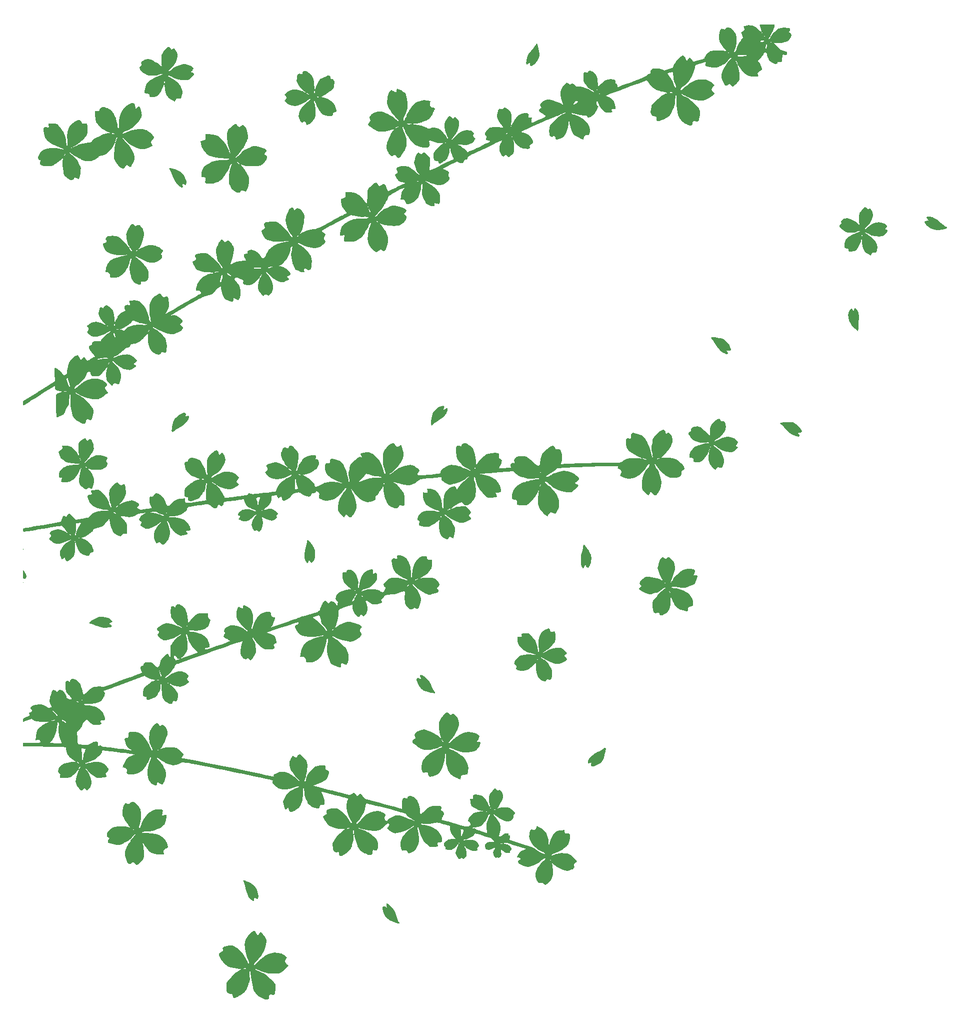
<source format=gto>
%TF.GenerationSoftware,KiCad,Pcbnew,7.0.10*%
%TF.CreationDate,2024-03-24T11:58:18-04:00*%
%TF.ProjectId,right panel,72696768-7420-4706-916e-656c2e6b6963,rev?*%
%TF.SameCoordinates,Original*%
%TF.FileFunction,Legend,Top*%
%TF.FilePolarity,Positive*%
%FSLAX46Y46*%
G04 Gerber Fmt 4.6, Leading zero omitted, Abs format (unit mm)*
G04 Created by KiCad (PCBNEW 7.0.10) date 2024-03-24 11:58:18*
%MOMM*%
%LPD*%
G01*
G04 APERTURE LIST*
G04 APERTURE END LIST*
%TO.C,G\u002A\u002A\u002A*%
G36*
X100781206Y-175159339D02*
G01*
X100925853Y-175394916D01*
X101069817Y-175648389D01*
X101181385Y-175749984D01*
X101287628Y-175706370D01*
X101415620Y-175524215D01*
X101420091Y-175516659D01*
X101543164Y-175329234D01*
X101652496Y-175238787D01*
X101769977Y-175255248D01*
X101917497Y-175388547D01*
X102116945Y-175648613D01*
X102303164Y-175917247D01*
X102499130Y-176215656D01*
X102612219Y-176430208D01*
X102661304Y-176612397D01*
X102665260Y-176813717D01*
X102660052Y-176890914D01*
X102529063Y-177724895D01*
X102266109Y-178478839D01*
X101859747Y-179176001D01*
X101298535Y-179839635D01*
X101125111Y-180010254D01*
X100840317Y-180303894D01*
X100653931Y-180544601D01*
X100575519Y-180716000D01*
X100614644Y-180801719D01*
X100658828Y-180808451D01*
X100747755Y-180750469D01*
X100916935Y-180596722D01*
X101133567Y-180377514D01*
X101187994Y-180319585D01*
X101443153Y-180059694D01*
X101691331Y-179830711D01*
X101882626Y-179678429D01*
X101896902Y-179669057D01*
X102107095Y-179522936D01*
X102267902Y-179390711D01*
X102273084Y-179385622D01*
X102514299Y-179212428D01*
X102869196Y-179037970D01*
X103283524Y-178882728D01*
X103703035Y-178767181D01*
X104054786Y-178712984D01*
X104630143Y-178740818D01*
X105190025Y-178890518D01*
X105679737Y-179144642D01*
X105864484Y-179290084D01*
X106130235Y-179530504D01*
X105982069Y-179795339D01*
X105850652Y-180115719D01*
X105865282Y-180374488D01*
X106031467Y-180604502D01*
X106131843Y-180688418D01*
X106429785Y-180915669D01*
X105983677Y-181358163D01*
X105697327Y-181622827D01*
X105391615Y-181875546D01*
X105156569Y-182045388D01*
X104978922Y-182153278D01*
X104820245Y-182223444D01*
X104637811Y-182263679D01*
X104388893Y-182281777D01*
X104030764Y-182285530D01*
X103844235Y-182284742D01*
X103341477Y-182269182D01*
X102908886Y-182220692D01*
X102495833Y-182126946D01*
X102051690Y-181975622D01*
X101525828Y-181754394D01*
X101362062Y-181680530D01*
X101104761Y-181574276D01*
X100905367Y-181511786D01*
X100824997Y-181504420D01*
X100824032Y-181554791D01*
X100936504Y-181627453D01*
X101099675Y-181704055D01*
X101370047Y-181830202D01*
X101701182Y-181984245D01*
X101867779Y-182061601D01*
X102223334Y-182238090D01*
X102522080Y-182419548D01*
X102810751Y-182640159D01*
X103136079Y-182934105D01*
X103365385Y-183157000D01*
X103662813Y-183463601D01*
X103915674Y-183748342D01*
X104098143Y-183980459D01*
X104184399Y-184129190D01*
X104185858Y-184134421D01*
X104210846Y-184363382D01*
X104208018Y-184687916D01*
X104182360Y-185049272D01*
X104138856Y-185388696D01*
X104082492Y-185647436D01*
X104050566Y-185729088D01*
X103966754Y-185837578D01*
X103837097Y-185873703D01*
X103603902Y-185852570D01*
X103588043Y-185850215D01*
X103345390Y-185827088D01*
X103210983Y-185860750D01*
X103134243Y-185955041D01*
X103082490Y-186165359D01*
X103092468Y-186282844D01*
X103079954Y-186460187D01*
X103024621Y-186540170D01*
X102848003Y-186648036D01*
X102656093Y-186678027D01*
X102412155Y-186625530D01*
X102079454Y-186485936D01*
X101902665Y-186399346D01*
X101409343Y-186130801D01*
X101046567Y-185871387D01*
X100782408Y-185582528D01*
X100584937Y-185225650D01*
X100422226Y-184762178D01*
X100358520Y-184533785D01*
X100112031Y-183352710D01*
X100002869Y-182152265D01*
X99998704Y-182014951D01*
X99968287Y-181827591D01*
X99903336Y-181740556D01*
X99896137Y-181739785D01*
X99852120Y-181801039D01*
X99830223Y-181993911D01*
X99829616Y-182332061D01*
X99840823Y-182649319D01*
X99855081Y-183080599D01*
X99850234Y-183382270D01*
X99822778Y-183593339D01*
X99769207Y-183752811D01*
X99735823Y-183817819D01*
X99629925Y-184046879D01*
X99514465Y-184356459D01*
X99449087Y-184562784D01*
X99296531Y-184937345D01*
X99077626Y-185287445D01*
X98825415Y-185571023D01*
X98572940Y-185746016D01*
X98499379Y-185771741D01*
X98346160Y-185833516D01*
X98298569Y-185887755D01*
X98229910Y-185966171D01*
X98150402Y-186003260D01*
X97982070Y-186077529D01*
X97755129Y-186197374D01*
X97707223Y-186224802D01*
X97382454Y-186369954D01*
X97146437Y-186371845D01*
X96993502Y-186227780D01*
X96917977Y-185935061D01*
X96910943Y-185846118D01*
X96875330Y-185733228D01*
X96754181Y-185694792D01*
X96600360Y-185699583D01*
X96336794Y-185677818D01*
X96128754Y-185539703D01*
X96095013Y-185505085D01*
X95982969Y-185359333D01*
X95917901Y-185185561D01*
X95885825Y-184931305D01*
X95875632Y-184682072D01*
X95878200Y-184349648D01*
X95899603Y-184061280D01*
X95935040Y-183880010D01*
X96100723Y-183576896D01*
X96376560Y-183214018D01*
X96730280Y-182823199D01*
X97129613Y-182436266D01*
X97542288Y-182085044D01*
X97936034Y-181801358D01*
X98189061Y-181657097D01*
X98488979Y-181511214D01*
X97998579Y-181457336D01*
X98757080Y-181457336D01*
X98852099Y-181481565D01*
X98954735Y-181484488D01*
X99142000Y-181462600D01*
X99229110Y-181407546D01*
X99229902Y-181401118D01*
X99163008Y-181331109D01*
X99007151Y-181326484D01*
X98829571Y-181387242D01*
X98806569Y-181401118D01*
X98757080Y-181457336D01*
X97998579Y-181457336D01*
X97991607Y-181456570D01*
X97255705Y-181354478D01*
X96660730Y-181219735D01*
X96179607Y-181040891D01*
X95785264Y-180806497D01*
X95450626Y-180505102D01*
X95287029Y-180312770D01*
X94974363Y-179884596D01*
X94773225Y-179529669D01*
X94665542Y-179212253D01*
X94638776Y-179031169D01*
X94638640Y-178852429D01*
X94704620Y-178746847D01*
X94878312Y-178664244D01*
X94969266Y-178632487D01*
X95187547Y-178548216D01*
X95281842Y-178461721D01*
X95290887Y-178323924D01*
X95278805Y-178240318D01*
X95274946Y-177968147D01*
X95376989Y-177773375D01*
X95601981Y-177643396D01*
X95966965Y-177565606D01*
X96224235Y-177541140D01*
X96611717Y-177523976D01*
X96890596Y-177540789D01*
X97119320Y-177597837D01*
X97250253Y-177651027D01*
X97660057Y-177898411D01*
X98095759Y-178269132D01*
X98525100Y-178727492D01*
X98915825Y-179237792D01*
X99235675Y-179764335D01*
X99325949Y-179948128D01*
X99465398Y-180233039D01*
X99586900Y-180446071D01*
X99668665Y-180549918D01*
X99680102Y-180554451D01*
X99721935Y-180485135D01*
X99709493Y-180311665D01*
X99654667Y-180085761D01*
X99569348Y-179859139D01*
X99486108Y-179710643D01*
X99406758Y-179535860D01*
X99314556Y-179236752D01*
X99218932Y-178856857D01*
X99129312Y-178439711D01*
X99055125Y-178028851D01*
X99005799Y-177667814D01*
X98990452Y-177421785D01*
X99060442Y-176947683D01*
X99251957Y-176432675D01*
X99542454Y-175924841D01*
X99899876Y-175482089D01*
X100203215Y-175193566D01*
X100436285Y-175044869D01*
X100621483Y-175034094D01*
X100781206Y-175159339D01*
G37*
G36*
X123256815Y-170447960D02*
G01*
X123456077Y-170588163D01*
X123688395Y-170782383D01*
X124093742Y-171244947D01*
X124438982Y-171838630D01*
X124705980Y-172530501D01*
X124763534Y-172734591D01*
X124863229Y-173045067D01*
X124984059Y-173323862D01*
X125054864Y-173444738D01*
X125168321Y-173617449D01*
X125221928Y-173725375D01*
X125222569Y-173730688D01*
X125150071Y-173781759D01*
X124949955Y-173767412D01*
X124648283Y-173693330D01*
X124271118Y-173565196D01*
X124037235Y-173472197D01*
X123573095Y-173261370D01*
X123232805Y-173057186D01*
X122975667Y-172826320D01*
X122760983Y-172535449D01*
X122641760Y-172329572D01*
X122498461Y-172003967D01*
X122400465Y-171657935D01*
X122352607Y-171331817D01*
X122359722Y-171065957D01*
X122426646Y-170900698D01*
X122467211Y-170873250D01*
X122641793Y-170876069D01*
X122792953Y-170944802D01*
X122979626Y-171054492D01*
X123056876Y-171038890D01*
X123033244Y-170894191D01*
X123015684Y-170845517D01*
X122964388Y-170597886D01*
X123019428Y-170438443D01*
X123136421Y-170394451D01*
X123256815Y-170447960D01*
G37*
G36*
X99058313Y-166539331D02*
G01*
X99320237Y-166644331D01*
X99643504Y-166794324D01*
X99985825Y-166968847D01*
X100304913Y-167147441D01*
X100523709Y-167285399D01*
X100778248Y-167540887D01*
X101003157Y-167915815D01*
X101176590Y-168360468D01*
X101276703Y-168825132D01*
X101292171Y-169034235D01*
X101293562Y-169334730D01*
X101273874Y-169505536D01*
X101221954Y-169586005D01*
X101127493Y-169615370D01*
X100933767Y-169578766D01*
X100841959Y-169509537D01*
X100702928Y-169389732D01*
X100620283Y-169427935D01*
X100598166Y-169621082D01*
X100602071Y-169687030D01*
X100594801Y-169921857D01*
X100518099Y-170016466D01*
X100363285Y-169971417D01*
X100121676Y-169787267D01*
X100049934Y-169722549D01*
X99668471Y-169261640D01*
X99365370Y-168658023D01*
X99145263Y-167921434D01*
X99109145Y-167746206D01*
X99031295Y-167396262D01*
X98941910Y-167078936D01*
X98859429Y-166859123D01*
X98854100Y-166848504D01*
X98752249Y-166637336D01*
X98738214Y-166534913D01*
X98817133Y-166502203D01*
X98900021Y-166499785D01*
X99058313Y-166539331D01*
G37*
G36*
X124983114Y-111467456D02*
G01*
X125293778Y-111503772D01*
X125645480Y-111595690D01*
X125975137Y-111721779D01*
X126219666Y-111860606D01*
X126270076Y-111904679D01*
X126488830Y-112183670D01*
X126715902Y-112558317D01*
X126913189Y-112961429D01*
X127005823Y-113202118D01*
X127056447Y-113441295D01*
X127095965Y-113795805D01*
X127119199Y-114211752D01*
X127123075Y-114422684D01*
X127132763Y-114865443D01*
X127157752Y-115155226D01*
X127199945Y-115307862D01*
X127233402Y-115339907D01*
X127294570Y-115309268D01*
X127328399Y-115152614D01*
X127339220Y-114849216D01*
X127339235Y-114833390D01*
X127392345Y-114037025D01*
X127546696Y-113333526D01*
X127794821Y-112734408D01*
X128129254Y-112251186D01*
X128542529Y-111895375D01*
X129027178Y-111678490D01*
X129426627Y-111614245D01*
X129669524Y-111608383D01*
X129795358Y-111643942D01*
X129856007Y-111750856D01*
X129886481Y-111879562D01*
X129984275Y-112146895D01*
X130152152Y-112271015D01*
X130421481Y-112273557D01*
X130450735Y-112268742D01*
X130725902Y-112220778D01*
X130725902Y-112695123D01*
X130695767Y-113236205D01*
X130593191Y-113664885D01*
X130399916Y-114029191D01*
X130097684Y-114377152D01*
X130079897Y-114394487D01*
X129763056Y-114665765D01*
X129381145Y-114942896D01*
X129057859Y-115142170D01*
X128818509Y-115280319D01*
X128681273Y-115374247D01*
X128666503Y-115409261D01*
X128693902Y-115404911D01*
X129261445Y-115296023D01*
X129832506Y-115243536D01*
X130369180Y-115246561D01*
X130833561Y-115304209D01*
X131187744Y-115415591D01*
X131276235Y-115465481D01*
X131503694Y-115659696D01*
X131723080Y-115916129D01*
X131897415Y-116183441D01*
X131989723Y-116410287D01*
X131995902Y-116464730D01*
X131921431Y-116631682D01*
X131784235Y-116731190D01*
X131611278Y-116876558D01*
X131586338Y-117060228D01*
X131699569Y-117223785D01*
X131812751Y-117406207D01*
X131797493Y-117609701D01*
X131718659Y-117715941D01*
X131535624Y-117817394D01*
X131242891Y-117928415D01*
X130897766Y-118030585D01*
X130557557Y-118105487D01*
X130459319Y-118120659D01*
X130114865Y-118124191D01*
X129772607Y-118022123D01*
X129709902Y-117994186D01*
X128835198Y-117513120D01*
X128091522Y-116935098D01*
X127749843Y-116590630D01*
X127568672Y-116414209D01*
X127427703Y-116318653D01*
X127373684Y-116315832D01*
X127397844Y-116401405D01*
X127520704Y-116571983D01*
X127718313Y-116795822D01*
X127797654Y-116877793D01*
X128224177Y-117384888D01*
X128496900Y-117870412D01*
X128663288Y-118269870D01*
X128771871Y-118555702D01*
X128828936Y-118771020D01*
X128840770Y-118958934D01*
X128813660Y-119162553D01*
X128753893Y-119424990D01*
X128734999Y-119503129D01*
X128612012Y-119973406D01*
X128502201Y-120295040D01*
X128395229Y-120487079D01*
X128280764Y-120568575D01*
X128160333Y-120562412D01*
X127941497Y-120459366D01*
X127832807Y-120381746D01*
X127715897Y-120306837D01*
X127634471Y-120368720D01*
X127596994Y-120434094D01*
X127454772Y-120570630D01*
X127212207Y-120610451D01*
X127019084Y-120584697D01*
X126837309Y-120488193D01*
X126618014Y-120292074D01*
X126543066Y-120215204D01*
X126328993Y-119976251D01*
X126206451Y-119776392D01*
X126140934Y-119541632D01*
X126106358Y-119278636D01*
X126084191Y-118888613D01*
X126087396Y-118445804D01*
X126106271Y-118149883D01*
X126129963Y-117860746D01*
X126117809Y-117673336D01*
X126046269Y-117579549D01*
X125891805Y-117571280D01*
X125630878Y-117640424D01*
X125239948Y-117778876D01*
X125137902Y-117816451D01*
X124664088Y-117966631D01*
X124242710Y-118053805D01*
X124027693Y-118070451D01*
X123743133Y-118088007D01*
X123422323Y-118134295D01*
X123104577Y-118199743D01*
X122829207Y-118274782D01*
X122635526Y-118349841D01*
X122562846Y-118415349D01*
X122566162Y-118426258D01*
X122538479Y-118524700D01*
X122409356Y-118676506D01*
X122334572Y-118743623D01*
X122161089Y-118904414D01*
X122102697Y-119024711D01*
X122135157Y-119160250D01*
X122144368Y-119180980D01*
X122214782Y-119364757D01*
X122237292Y-119467451D01*
X122161299Y-119547206D01*
X121961177Y-119631430D01*
X121681242Y-119707276D01*
X121365809Y-119761900D01*
X121158569Y-119780139D01*
X120939586Y-119778294D01*
X120734873Y-119739905D01*
X120501191Y-119649745D01*
X120195299Y-119492581D01*
X119949493Y-119354282D01*
X119674009Y-119214084D01*
X119520101Y-119181261D01*
X119478967Y-119255140D01*
X119493675Y-119319285D01*
X119662465Y-119854537D01*
X119772130Y-120262871D01*
X119822172Y-120576225D01*
X119812098Y-120826540D01*
X119741410Y-121045755D01*
X119609613Y-121265811D01*
X119460394Y-121463230D01*
X119274283Y-121682566D01*
X119145100Y-121776440D01*
X119034735Y-121759538D01*
X118926997Y-121668785D01*
X118738341Y-121553557D01*
X118576365Y-121582769D01*
X118491569Y-121711118D01*
X118380325Y-121862390D01*
X118203314Y-121875821D01*
X117984037Y-121757462D01*
X117751723Y-121520618D01*
X117487738Y-121148761D01*
X117335242Y-120818774D01*
X117270630Y-120470425D01*
X117263902Y-120275814D01*
X117263902Y-119864478D01*
X116305295Y-120149168D01*
X115796569Y-120298997D01*
X115426538Y-120411877D01*
X115173265Y-120504448D01*
X115014816Y-120593349D01*
X114929254Y-120695217D01*
X114894644Y-120826693D01*
X114889048Y-121004414D01*
X114890674Y-121222189D01*
X114862584Y-121635024D01*
X114789360Y-122108000D01*
X114683006Y-122590565D01*
X114555528Y-123032166D01*
X114418930Y-123382250D01*
X114346372Y-123514273D01*
X114258552Y-123686478D01*
X114286452Y-123739523D01*
X114418599Y-123662566D01*
X114463235Y-123624715D01*
X114696732Y-123461425D01*
X115039976Y-123273898D01*
X115440725Y-123087238D01*
X115846742Y-122926552D01*
X116065349Y-122854765D01*
X116401905Y-122767285D01*
X116661549Y-122739329D01*
X116923746Y-122765458D01*
X117039016Y-122788105D01*
X117464593Y-122897791D01*
X117893969Y-123041258D01*
X118276854Y-123199088D01*
X118562964Y-123351862D01*
X118636264Y-123404893D01*
X118830235Y-123565098D01*
X118633089Y-123915264D01*
X118518426Y-124136218D01*
X118487768Y-124269924D01*
X118533267Y-124371391D01*
X118562992Y-124406440D01*
X118681682Y-124598188D01*
X118746763Y-124774756D01*
X118760628Y-124911083D01*
X118711380Y-125043529D01*
X118575966Y-125210978D01*
X118362869Y-125422317D01*
X117851529Y-125812346D01*
X117310041Y-126035872D01*
X116738700Y-126092788D01*
X116558632Y-126076985D01*
X115633356Y-125891404D01*
X114792714Y-125580628D01*
X114482028Y-125424450D01*
X114192718Y-125275764D01*
X113963085Y-125172251D01*
X113830430Y-125130182D01*
X113813796Y-125133001D01*
X113818594Y-125232046D01*
X113956768Y-125377044D01*
X114205696Y-125548085D01*
X114417892Y-125664667D01*
X114657803Y-125817763D01*
X114970387Y-126062090D01*
X115314268Y-126363715D01*
X115571260Y-126610562D01*
X115887494Y-126933323D01*
X116105826Y-127176981D01*
X116251734Y-127378414D01*
X116350694Y-127574500D01*
X116428181Y-127802116D01*
X116452005Y-127885490D01*
X116534168Y-128312913D01*
X116561502Y-128770455D01*
X116536862Y-129210410D01*
X116463102Y-129585073D01*
X116343074Y-129846737D01*
X116333994Y-129858382D01*
X116226987Y-129975424D01*
X116127358Y-130002758D01*
X115968928Y-129946528D01*
X115872630Y-129901234D01*
X115589750Y-129782251D01*
X115421327Y-129765264D01*
X115339571Y-129860404D01*
X115316690Y-130077802D01*
X115316569Y-130103939D01*
X115316569Y-130453427D01*
X114978139Y-130399310D01*
X114533354Y-130287434D01*
X114117687Y-130110045D01*
X113777986Y-129891636D01*
X113562615Y-129659232D01*
X113244883Y-129017560D01*
X113023682Y-128326999D01*
X112906699Y-127629959D01*
X112901622Y-126968852D01*
X112986721Y-126481998D01*
X113069467Y-126112123D01*
X113098004Y-125806484D01*
X113072284Y-125596734D01*
X112992256Y-125514526D01*
X112988235Y-125514343D01*
X112932551Y-125589957D01*
X112874709Y-125787549D01*
X112836361Y-126003809D01*
X112767388Y-126382336D01*
X112661809Y-126815760D01*
X112533739Y-127258233D01*
X112397292Y-127663905D01*
X112266581Y-127986927D01*
X112172958Y-128158855D01*
X112062676Y-128338607D01*
X112014639Y-128463014D01*
X112014569Y-128465571D01*
X111952388Y-128574252D01*
X111791469Y-128747824D01*
X111570247Y-128951894D01*
X111327159Y-129152071D01*
X111100640Y-129313961D01*
X111001861Y-129371749D01*
X110697856Y-129487405D01*
X110320500Y-129574927D01*
X109944291Y-129621343D01*
X109643724Y-129613682D01*
X109628168Y-129610925D01*
X109475302Y-129553528D01*
X109390439Y-129422867D01*
X109343963Y-129216555D01*
X109272180Y-128911571D01*
X109157473Y-128740110D01*
X108961080Y-128666413D01*
X108733952Y-128653785D01*
X108352735Y-128653785D01*
X108410957Y-128378618D01*
X108463952Y-128115161D01*
X108523405Y-127801871D01*
X108537894Y-127722451D01*
X108659819Y-127247312D01*
X108853127Y-126850608D01*
X109143766Y-126497096D01*
X109557683Y-126151534D01*
X109835820Y-125959621D01*
X110213858Y-125752708D01*
X110694215Y-125549084D01*
X111211166Y-125372875D01*
X111698982Y-125248206D01*
X111845235Y-125222044D01*
X112106316Y-125168919D01*
X112308410Y-125105341D01*
X112353235Y-125082972D01*
X112370226Y-125041333D01*
X112228890Y-125040270D01*
X111935148Y-125079169D01*
X111494921Y-125157418D01*
X111337235Y-125188068D01*
X110871316Y-125246733D01*
X110340708Y-125260018D01*
X109788260Y-125232231D01*
X109256819Y-125167679D01*
X108789231Y-125070672D01*
X108428344Y-124945518D01*
X108317025Y-124884374D01*
X108148831Y-124722008D01*
X107960468Y-124463087D01*
X107779679Y-124157265D01*
X107634212Y-123854197D01*
X107551810Y-123603536D01*
X107543949Y-123500845D01*
X107613299Y-123324474D01*
X107798168Y-123218677D01*
X107844735Y-123204398D01*
X108062619Y-123095815D01*
X108119902Y-122968870D01*
X108077190Y-122838165D01*
X108024354Y-122811785D01*
X107923499Y-122837194D01*
X107688366Y-122908329D01*
X107342020Y-123017549D01*
X106907528Y-123157215D01*
X106407954Y-123319687D01*
X105866364Y-123497324D01*
X105305824Y-123682487D01*
X104749400Y-123867535D01*
X104220156Y-124044830D01*
X103741158Y-124206730D01*
X103335473Y-124345597D01*
X103026164Y-124453789D01*
X102836299Y-124523667D01*
X102785902Y-124546908D01*
X102859546Y-124586076D01*
X103052572Y-124660758D01*
X103321886Y-124754343D01*
X103722911Y-124923751D01*
X104004185Y-125144483D01*
X104208268Y-125459594D01*
X104334648Y-125778946D01*
X104415377Y-126075518D01*
X104403394Y-126258894D01*
X104287500Y-126364299D01*
X104133495Y-126411671D01*
X103954768Y-126505211D01*
X103877937Y-126651370D01*
X103924161Y-126795149D01*
X103971235Y-126833451D01*
X104052542Y-126966262D01*
X104024685Y-127142498D01*
X103901875Y-127289605D01*
X103879249Y-127303035D01*
X103710704Y-127350605D01*
X103429966Y-127388407D01*
X103094158Y-127409045D01*
X103052701Y-127410020D01*
X102685983Y-127407694D01*
X102430323Y-127376710D01*
X102228403Y-127306410D01*
X102094353Y-127231829D01*
X101822494Y-127031619D01*
X101507909Y-126750728D01*
X101184029Y-126424976D01*
X100884280Y-126090181D01*
X100642090Y-125782164D01*
X100490888Y-125536745D01*
X100473107Y-125494585D01*
X100393003Y-125390502D01*
X100335937Y-125390800D01*
X100332111Y-125483264D01*
X100406863Y-125670035D01*
X100501959Y-125840666D01*
X100625635Y-126060568D01*
X100715879Y-126280864D01*
X100783164Y-126543044D01*
X100837963Y-126888597D01*
X100890750Y-127359013D01*
X100894411Y-127395400D01*
X100911889Y-127661629D01*
X100889888Y-127869087D01*
X100812015Y-128082157D01*
X100661874Y-128365224D01*
X100635693Y-128411400D01*
X100403459Y-128809259D01*
X100228699Y-129070549D01*
X100090858Y-129208984D01*
X99969382Y-129238280D01*
X99843717Y-129172153D01*
X99702408Y-129034164D01*
X99560542Y-128899714D01*
X99469753Y-128885247D01*
X99399751Y-128949497D01*
X99214206Y-129063092D01*
X98988315Y-129032881D01*
X98745500Y-128871920D01*
X98509184Y-128593271D01*
X98384689Y-128383566D01*
X98264040Y-128022746D01*
X98248683Y-127589719D01*
X98339696Y-127063289D01*
X98475443Y-126603289D01*
X98561926Y-126331428D01*
X98620632Y-126121885D01*
X98637235Y-126035338D01*
X98561270Y-126037713D01*
X98348349Y-126090417D01*
X98020934Y-126186683D01*
X97601486Y-126319746D01*
X97112467Y-126482839D01*
X96838069Y-126577294D01*
X95835148Y-126926999D01*
X94784297Y-127295042D01*
X93715950Y-127670667D01*
X92660540Y-128043118D01*
X91648499Y-128401638D01*
X90710261Y-128735470D01*
X89876257Y-129033859D01*
X89281569Y-129248138D01*
X88796688Y-129423608D01*
X88347401Y-129586187D01*
X87966005Y-129724190D01*
X87684798Y-129825929D01*
X87550832Y-129874384D01*
X87383606Y-129942191D01*
X87270368Y-130024988D01*
X87175785Y-130165278D01*
X87064527Y-130405562D01*
X87017107Y-130516451D01*
X86800955Y-130893634D01*
X86485549Y-131284582D01*
X86123813Y-131628789D01*
X85903374Y-131789726D01*
X85682011Y-131949583D01*
X85525737Y-132098257D01*
X85487143Y-132157394D01*
X85462284Y-132261742D01*
X85511175Y-132277940D01*
X85650783Y-132199150D01*
X85898072Y-132018532D01*
X85971748Y-131962034D01*
X86584490Y-131553144D01*
X87189681Y-131271051D01*
X87761504Y-131126527D01*
X88015314Y-131109185D01*
X88392020Y-131148107D01*
X88747152Y-131252947D01*
X89056567Y-131405662D01*
X89296123Y-131588210D01*
X89441675Y-131782552D01*
X89469080Y-131970645D01*
X89370321Y-132121727D01*
X89250466Y-132305634D01*
X89295963Y-132522297D01*
X89423035Y-132690850D01*
X89606834Y-132886496D01*
X89274868Y-133179516D01*
X88985143Y-133388677D01*
X88651752Y-133565964D01*
X88536243Y-133611457D01*
X88285801Y-133684634D01*
X88064740Y-133708114D01*
X87800877Y-133684197D01*
X87562576Y-133642494D01*
X87214000Y-133561688D01*
X86883603Y-133461215D01*
X86681441Y-133380197D01*
X86451547Y-133272728D01*
X86344941Y-133242198D01*
X86363062Y-133297201D01*
X86507347Y-133446329D01*
X86726585Y-133650155D01*
X87008854Y-133934010D01*
X87281439Y-134250544D01*
X87462790Y-134498207D01*
X87612547Y-134746569D01*
X87686778Y-134939600D01*
X87702361Y-135152183D01*
X87677210Y-135449670D01*
X87609485Y-135865020D01*
X87511279Y-136120979D01*
X87377492Y-136225575D01*
X87207558Y-136189291D01*
X86983068Y-136127088D01*
X86833827Y-136204571D01*
X86783902Y-136392503D01*
X86726921Y-136561829D01*
X86573748Y-136628815D01*
X86351043Y-136607665D01*
X86085460Y-136512584D01*
X85803659Y-136357773D01*
X85532296Y-136157436D01*
X85298028Y-135925776D01*
X85127512Y-135676998D01*
X85054081Y-135470835D01*
X84996115Y-135087004D01*
X84949339Y-134636402D01*
X84916912Y-134170781D01*
X84901992Y-133741894D01*
X84907738Y-133401495D01*
X84920090Y-133275666D01*
X84942946Y-133047386D01*
X84934218Y-132907664D01*
X84917687Y-132887118D01*
X84842778Y-132966994D01*
X84787492Y-133188667D01*
X84757170Y-133525202D01*
X84753058Y-133717110D01*
X84720304Y-134079192D01*
X84607736Y-134369612D01*
X84540235Y-134477597D01*
X84410644Y-134689658D01*
X84335852Y-134853381D01*
X84328569Y-134890410D01*
X84254744Y-135067743D01*
X84055101Y-135278768D01*
X83762389Y-135497760D01*
X83409353Y-135698989D01*
X83158041Y-135810029D01*
X82806136Y-135935639D01*
X82579144Y-135977812D01*
X82450564Y-135928928D01*
X82393897Y-135781367D01*
X82382532Y-135587025D01*
X82357553Y-135428748D01*
X82252946Y-135393858D01*
X82177050Y-135404965D01*
X81957695Y-135376979D01*
X81808288Y-135208099D01*
X81737246Y-134915192D01*
X81748809Y-134546834D01*
X81814489Y-134216069D01*
X81939092Y-133964231D01*
X82115319Y-133752665D01*
X82745543Y-133195390D01*
X83323920Y-132843050D01*
X85598569Y-132843050D01*
X85662832Y-132909612D01*
X85815370Y-133018578D01*
X85995802Y-133131264D01*
X86143748Y-133208982D01*
X86191235Y-133222775D01*
X86166689Y-133177922D01*
X86064235Y-133089888D01*
X85854621Y-132942802D01*
X85686683Y-132850121D01*
X85601931Y-132833849D01*
X85598569Y-132843050D01*
X83323920Y-132843050D01*
X83436851Y-132774254D01*
X83781995Y-132599295D01*
X84154051Y-132599295D01*
X84271124Y-132612656D01*
X84328569Y-132613475D01*
X84482604Y-132604648D01*
X84500758Y-132582670D01*
X84476735Y-132574755D01*
X84262001Y-132561588D01*
X84180402Y-132574755D01*
X84154051Y-132599295D01*
X83781995Y-132599295D01*
X83826253Y-132576860D01*
X83336577Y-132465022D01*
X82969977Y-132355342D01*
X82589251Y-132202406D01*
X82423569Y-132119826D01*
X82000235Y-131886468D01*
X80010569Y-132623356D01*
X79353866Y-132866877D01*
X78648995Y-133128789D01*
X77943834Y-133391265D01*
X77286258Y-133636480D01*
X76724145Y-133846608D01*
X76570559Y-133904161D01*
X75120216Y-134448079D01*
X75247911Y-134642967D01*
X75318323Y-134777784D01*
X75325978Y-134915858D01*
X75268476Y-135120011D01*
X75225165Y-135238320D01*
X75035186Y-135665073D01*
X74820396Y-135966106D01*
X74545448Y-136184704D01*
X74379310Y-136274232D01*
X73652365Y-136534517D01*
X72866038Y-136646908D01*
X72419277Y-136643329D01*
X72110969Y-136634348D01*
X71891476Y-136647235D01*
X71798742Y-136679524D01*
X71797902Y-136683736D01*
X71875966Y-136768494D01*
X72084452Y-136831906D01*
X72384805Y-136863562D01*
X72470241Y-136865295D01*
X72690607Y-136888786D01*
X73010983Y-136949960D01*
X73369550Y-137036647D01*
X73443907Y-137056951D01*
X73809918Y-137168888D01*
X74074083Y-137284340D01*
X74300623Y-137439911D01*
X74553762Y-137672203D01*
X74595169Y-137713118D01*
X74871376Y-138010333D01*
X75052414Y-138275663D01*
X75180513Y-138576186D01*
X75223227Y-138710659D01*
X75309845Y-139050075D01*
X75314607Y-139262786D01*
X75224720Y-139376698D01*
X75027388Y-139419717D01*
X74896466Y-139423385D01*
X74644950Y-139447992D01*
X74545645Y-139532978D01*
X74587145Y-139695084D01*
X74645188Y-139792285D01*
X74723510Y-139942652D01*
X74710682Y-140045701D01*
X74585976Y-140114999D01*
X74328664Y-140164110D01*
X74027221Y-140196695D01*
X73710156Y-140214706D01*
X73461428Y-140187690D01*
X73237201Y-140096566D01*
X72993639Y-139922252D01*
X72686905Y-139645668D01*
X72624105Y-139585942D01*
X72222642Y-139202536D01*
X71944630Y-139471997D01*
X71722615Y-139760839D01*
X71559381Y-140108435D01*
X71547826Y-140145454D01*
X71408096Y-140469482D01*
X71167302Y-140793297D01*
X70974530Y-140994100D01*
X70744186Y-141224012D01*
X70614993Y-141379266D01*
X70566289Y-141502833D01*
X70577416Y-141637681D01*
X70608158Y-141756100D01*
X70653742Y-142007284D01*
X70685753Y-142349706D01*
X70696763Y-142676918D01*
X70709760Y-143040580D01*
X70751918Y-143267778D01*
X70828748Y-143389530D01*
X70970066Y-143445822D01*
X71232254Y-143500917D01*
X71567044Y-143545461D01*
X71692075Y-143556799D01*
X72052133Y-143581913D01*
X72294697Y-143582675D01*
X72470816Y-143551063D01*
X72631539Y-143479053D01*
X72786842Y-143384746D01*
X73095219Y-143218592D01*
X73430320Y-143079726D01*
X73531609Y-143047667D01*
X73849567Y-142993637D01*
X74049846Y-143052873D01*
X74149516Y-143236092D01*
X74168569Y-143447543D01*
X74184950Y-143643627D01*
X74244682Y-143703084D01*
X74295569Y-143691176D01*
X74489175Y-143612746D01*
X74543075Y-143590884D01*
X74675288Y-143616111D01*
X74751706Y-143706646D01*
X74838013Y-143800527D01*
X75001384Y-143864879D01*
X75279297Y-143911603D01*
X75456699Y-143930529D01*
X75772335Y-143963412D01*
X76192037Y-144010848D01*
X76685153Y-144068993D01*
X77221028Y-144134006D01*
X77769009Y-144202042D01*
X78298441Y-144269258D01*
X78778672Y-144331812D01*
X79179046Y-144385860D01*
X79468910Y-144427560D01*
X79608402Y-144451024D01*
X79792746Y-144474055D01*
X79823198Y-144436242D01*
X79702005Y-144342271D01*
X79503807Y-144233083D01*
X79230557Y-144060604D01*
X79033358Y-143841794D01*
X78879795Y-143531652D01*
X78777537Y-143224798D01*
X78684686Y-142852686D01*
X78674011Y-142605759D01*
X78752214Y-142457624D01*
X78925993Y-142381883D01*
X78994569Y-142369785D01*
X79170538Y-142336386D01*
X79257901Y-142269815D01*
X79287683Y-142121677D01*
X79290902Y-141907556D01*
X79303236Y-141643701D01*
X79354762Y-141492856D01*
X79467263Y-141399590D01*
X79496589Y-141384177D01*
X79743773Y-141327268D01*
X80095400Y-141329604D01*
X80501080Y-141381865D01*
X80910426Y-141474730D01*
X81273048Y-141598878D01*
X81538559Y-141744990D01*
X81565298Y-141766829D01*
X81682870Y-141889606D01*
X81853612Y-142091169D01*
X82047107Y-142332479D01*
X82232941Y-142574498D01*
X82380696Y-142778188D01*
X82459959Y-142904511D01*
X82465902Y-142922746D01*
X82507916Y-143012732D01*
X82615196Y-143194974D01*
X82696439Y-143323967D01*
X83060571Y-144030989D01*
X83201008Y-144422951D01*
X83279576Y-144548577D01*
X83363557Y-144556402D01*
X83397235Y-144456042D01*
X83363964Y-144328646D01*
X83275677Y-144093317D01*
X83149659Y-143795243D01*
X83113828Y-143715208D01*
X82975639Y-143392448D01*
X82890553Y-143127895D01*
X82845439Y-142856922D01*
X82827170Y-142514902D01*
X82823926Y-142288175D01*
X82829875Y-141836011D01*
X82868809Y-141494328D01*
X82959540Y-141204865D01*
X83120880Y-140909363D01*
X83371643Y-140549563D01*
X83396097Y-140516302D01*
X83662536Y-140175356D01*
X83870334Y-139966345D01*
X84043401Y-139873351D01*
X84205643Y-139880457D01*
X84293929Y-139918569D01*
X84446025Y-140051974D01*
X84497902Y-140182758D01*
X84550095Y-140312724D01*
X84692729Y-140313493D01*
X84868956Y-140211720D01*
X85003009Y-140138558D01*
X85144828Y-140157851D01*
X85278410Y-140220355D01*
X85470513Y-140389900D01*
X85659906Y-140670841D01*
X85818377Y-141007175D01*
X85917714Y-141342895D01*
X85937235Y-141528203D01*
X85894723Y-141834211D01*
X85780073Y-142232367D01*
X85612609Y-142678779D01*
X85411658Y-143129557D01*
X85196547Y-143540807D01*
X84986602Y-143868638D01*
X84827729Y-144047999D01*
X84704551Y-144180962D01*
X84667235Y-144261635D01*
X84717345Y-144284908D01*
X84773068Y-144250317D01*
X84963591Y-144158693D01*
X85281748Y-144075318D01*
X85685844Y-144007537D01*
X86134182Y-143962693D01*
X86487569Y-143948364D01*
X87000299Y-143975130D01*
X87424183Y-144083498D01*
X87816709Y-144295835D01*
X88223435Y-144623704D01*
X88482606Y-144886377D01*
X88602104Y-145096472D01*
X88589268Y-145285445D01*
X88451434Y-145484752D01*
X88429686Y-145507896D01*
X88289621Y-145675248D01*
X88273086Y-145766564D01*
X88315625Y-145795286D01*
X88428793Y-145821991D01*
X88684775Y-145874189D01*
X89059747Y-145947286D01*
X89529884Y-146036692D01*
X90071361Y-146137815D01*
X90551569Y-146226199D01*
X92118868Y-146518749D01*
X93809701Y-146845243D01*
X95583594Y-147197496D01*
X97400070Y-147567323D01*
X99218656Y-147946537D01*
X100998877Y-148326954D01*
X101769902Y-148494870D01*
X102308986Y-148612764D01*
X102809239Y-148721721D01*
X103240679Y-148815245D01*
X103573326Y-148886843D01*
X103777199Y-148930018D01*
X103801902Y-148935079D01*
X104098235Y-148994942D01*
X103938022Y-148816219D01*
X103861995Y-148722826D01*
X103852053Y-148651868D01*
X103931519Y-148578183D01*
X104123717Y-148476607D01*
X104353290Y-148368196D01*
X104874502Y-148167300D01*
X105344637Y-148092043D01*
X105812157Y-148143321D01*
X106325524Y-148322032D01*
X106511235Y-148408142D01*
X106882252Y-148612890D01*
X107256925Y-148859247D01*
X107557170Y-149095652D01*
X107569569Y-149106969D01*
X107819308Y-149337305D01*
X108046270Y-149546825D01*
X108183402Y-149673594D01*
X108335941Y-149804505D01*
X108389280Y-149827769D01*
X108356362Y-149762620D01*
X108250127Y-149628288D01*
X108083519Y-149444004D01*
X107911732Y-149269894D01*
X107512371Y-148829067D01*
X107159874Y-148342743D01*
X106870706Y-147842895D01*
X106661329Y-147361495D01*
X106548207Y-146930516D01*
X106542519Y-146610802D01*
X106609554Y-146368094D01*
X106728765Y-146075909D01*
X106873205Y-145788491D01*
X107015922Y-145560085D01*
X107118743Y-145450946D01*
X107236541Y-145461720D01*
X107417151Y-145556247D01*
X107455609Y-145583371D01*
X107686854Y-145697035D01*
X107855284Y-145654641D01*
X107954193Y-145458719D01*
X107966652Y-145390469D01*
X108048922Y-145237735D01*
X108231777Y-145178744D01*
X108382904Y-145186912D01*
X108537999Y-145264729D01*
X108735265Y-145436521D01*
X108896621Y-145602078D01*
X109221796Y-145970260D01*
X109433145Y-146284657D01*
X109551174Y-146594580D01*
X109596391Y-146949337D01*
X109594632Y-147280451D01*
X109567203Y-147686423D01*
X109519845Y-148111458D01*
X109470029Y-148423451D01*
X109404869Y-148730728D01*
X109331379Y-149019343D01*
X109233081Y-149348551D01*
X109093497Y-149777612D01*
X109093329Y-149778118D01*
X109068471Y-149878049D01*
X109113395Y-149856227D01*
X109213482Y-149747571D01*
X109339002Y-149567257D01*
X109389902Y-149420268D01*
X109461367Y-149055078D01*
X109667284Y-148628769D01*
X109994939Y-148163980D01*
X110276167Y-147842394D01*
X110556198Y-147551614D01*
X110764176Y-147360286D01*
X110940571Y-147241327D01*
X111125858Y-147167652D01*
X111360508Y-147112179D01*
X111370348Y-147110186D01*
X111723611Y-147050523D01*
X112080755Y-147008235D01*
X112253709Y-146996802D01*
X112495198Y-146999480D01*
X112620620Y-147044170D01*
X112682242Y-147154492D01*
X112693984Y-147195785D01*
X112706753Y-147396621D01*
X112666392Y-147515331D01*
X112626703Y-147647130D01*
X112748075Y-147734756D01*
X112880908Y-147764549D01*
X113101475Y-147872396D01*
X113229087Y-148087754D01*
X113250114Y-148368527D01*
X113165750Y-148644155D01*
X113073418Y-148869971D01*
X113030888Y-149054320D01*
X113030569Y-149065295D01*
X112953990Y-149242123D01*
X112743482Y-149449855D01*
X112427889Y-149672716D01*
X112036053Y-149894930D01*
X111596820Y-150100722D01*
X111139031Y-150274317D01*
X110691530Y-150399939D01*
X110532902Y-150431348D01*
X110579259Y-150455890D01*
X110769373Y-150514854D01*
X111082384Y-150602983D01*
X111497431Y-150715021D01*
X111993651Y-150845710D01*
X112550186Y-150989794D01*
X113146172Y-151142014D01*
X113760750Y-151297114D01*
X114373058Y-151449836D01*
X114962235Y-151594925D01*
X115507420Y-151727121D01*
X115987752Y-151841169D01*
X116382370Y-151931811D01*
X116670413Y-151993791D01*
X116831020Y-152021850D01*
X116848613Y-152022950D01*
X117003920Y-151963270D01*
X117136902Y-151852451D01*
X117349700Y-151710883D01*
X117566185Y-151725932D01*
X117759427Y-151887671D01*
X117883375Y-152127618D01*
X117982955Y-152259341D01*
X118118956Y-152236504D01*
X118271453Y-152064231D01*
X118297131Y-152021249D01*
X118414913Y-151850568D01*
X118511848Y-151768962D01*
X118520112Y-151767785D01*
X118617506Y-151827369D01*
X118780174Y-151978175D01*
X118968761Y-152178283D01*
X119143913Y-152385775D01*
X119266275Y-152558730D01*
X119271920Y-152568590D01*
X119404132Y-152669940D01*
X119685250Y-152785087D01*
X120096226Y-152906269D01*
X120108116Y-152909339D01*
X120661709Y-153052581D01*
X121315818Y-153223062D01*
X122028271Y-153409682D01*
X122756899Y-153601342D01*
X123459529Y-153786943D01*
X124093991Y-153955387D01*
X124618113Y-154095574D01*
X124735735Y-154127275D01*
X125645902Y-154373113D01*
X125645902Y-153552298D01*
X125654539Y-153089832D01*
X125687554Y-152776038D01*
X125755598Y-152590812D01*
X125869324Y-152514052D01*
X126039386Y-152525651D01*
X126168924Y-152565258D01*
X126371949Y-152628625D01*
X126470581Y-152618324D01*
X126518171Y-152522264D01*
X126528247Y-152483822D01*
X126654164Y-152285980D01*
X126879067Y-152187428D01*
X127157151Y-152199658D01*
X127352903Y-152276926D01*
X127588466Y-152403893D01*
X127788274Y-152506164D01*
X127804902Y-152514191D01*
X128024882Y-152665881D01*
X128205404Y-152907407D01*
X128369583Y-153272746D01*
X128422802Y-153422403D01*
X128506226Y-153712204D01*
X128585806Y-154063828D01*
X128653173Y-154428623D01*
X128699959Y-154757937D01*
X128717797Y-155003116D01*
X128710184Y-155093307D01*
X128760060Y-155175905D01*
X128819823Y-155208086D01*
X128952532Y-155172214D01*
X129173432Y-155002259D01*
X129437746Y-154743205D01*
X129878221Y-154334948D01*
X130303865Y-154066043D01*
X130758273Y-153916907D01*
X131285036Y-153867955D01*
X131385492Y-153868196D01*
X131804297Y-153878968D01*
X132080072Y-153906964D01*
X132239084Y-153966001D01*
X132307601Y-154069897D01*
X132311891Y-154232469D01*
X132297028Y-154347669D01*
X132272974Y-154579181D01*
X132302121Y-154696474D01*
X132398994Y-154750186D01*
X132413629Y-154754184D01*
X132576850Y-154861382D01*
X132679335Y-155007029D01*
X132721042Y-155151895D01*
X132701597Y-155317855D01*
X132611095Y-155556132D01*
X132545669Y-155698227D01*
X132431817Y-155952217D01*
X132360569Y-156137594D01*
X132347029Y-156209959D01*
X132433168Y-156240056D01*
X132660389Y-156310033D01*
X133006902Y-156413443D01*
X133450919Y-156543835D01*
X133970650Y-156694763D01*
X134493569Y-156845242D01*
X135134948Y-157028658D01*
X135634839Y-157169421D01*
X136014504Y-157271635D01*
X136295204Y-157339401D01*
X136498202Y-157376822D01*
X136644761Y-157387999D01*
X136756142Y-157377036D01*
X136853608Y-157348034D01*
X136932855Y-157315864D01*
X137139025Y-157213368D01*
X137224737Y-157104194D01*
X137231292Y-156931590D01*
X137229189Y-156908702D01*
X137169502Y-156693596D01*
X137033569Y-156607426D01*
X136863007Y-156555128D01*
X136800381Y-156517479D01*
X136795065Y-156408395D01*
X136864821Y-156204745D01*
X136987391Y-155950529D01*
X137140519Y-155689750D01*
X137301947Y-155466407D01*
X137370180Y-155391023D01*
X137654640Y-155194352D01*
X138068327Y-155025485D01*
X138571856Y-154896646D01*
X138850540Y-154858118D01*
X139700569Y-154858118D01*
X139742902Y-154900451D01*
X139785235Y-154858118D01*
X139745559Y-154818442D01*
X139869902Y-154818442D01*
X139938519Y-154891212D01*
X139996902Y-154900451D01*
X140109865Y-154882337D01*
X140123902Y-154867176D01*
X140057696Y-154812583D01*
X139996902Y-154785167D01*
X139887880Y-154783407D01*
X139869902Y-154818442D01*
X139745559Y-154818442D01*
X139742902Y-154815785D01*
X139700569Y-154858118D01*
X138850540Y-154858118D01*
X139125839Y-154820058D01*
X139234902Y-154812341D01*
X139364358Y-154799024D01*
X139352121Y-154777043D01*
X139187017Y-154738272D01*
X139112680Y-154723459D01*
X138785278Y-154632445D01*
X138517307Y-154528510D01*
X141224569Y-154528510D01*
X141293706Y-154558107D01*
X141351569Y-154561785D01*
X141464261Y-154517476D01*
X141478569Y-154479775D01*
X141416507Y-154433190D01*
X141351569Y-154446500D01*
X141240167Y-154506595D01*
X141224569Y-154528510D01*
X138517307Y-154528510D01*
X138412490Y-154487856D01*
X138038670Y-154311812D01*
X137708173Y-154126435D01*
X137465352Y-153953847D01*
X137373598Y-153856080D01*
X137285561Y-153650415D01*
X137212789Y-153356972D01*
X137185616Y-153171342D01*
X137136878Y-152699118D01*
X137413307Y-152699118D01*
X137599815Y-152686877D01*
X137660072Y-152616038D01*
X137636997Y-152435431D01*
X137636511Y-152432997D01*
X137626757Y-152175825D01*
X137733261Y-152019371D01*
X137972154Y-151948636D01*
X138165769Y-151940834D01*
X138615062Y-151991842D01*
X139032986Y-152122658D01*
X139355356Y-152312588D01*
X139376780Y-152331234D01*
X139577270Y-152557497D01*
X139816252Y-152895589D01*
X140066826Y-153301141D01*
X140302090Y-153729788D01*
X140495140Y-154137160D01*
X140543392Y-154255226D01*
X140622516Y-154409089D01*
X140685610Y-154451136D01*
X140688474Y-154448768D01*
X140685542Y-154350236D01*
X140627521Y-154144275D01*
X140543123Y-153916654D01*
X140427061Y-153572670D01*
X140369585Y-153225049D01*
X140357796Y-152794113D01*
X140358098Y-152773685D01*
X140374659Y-152379439D01*
X140424712Y-152086143D01*
X140531059Y-151834170D01*
X140716508Y-151563891D01*
X140912819Y-151323285D01*
X141179023Y-151051827D01*
X141391832Y-150937507D01*
X141557024Y-150978807D01*
X141660551Y-151126736D01*
X141747792Y-151266419D01*
X141851304Y-151267463D01*
X141913782Y-151232717D01*
X142124384Y-151183090D01*
X142329477Y-151273500D01*
X142509744Y-151475215D01*
X142645868Y-151759503D01*
X142718534Y-152097632D01*
X142713891Y-152422861D01*
X142629374Y-152757509D01*
X142467838Y-153161387D01*
X142258834Y-153572130D01*
X142031916Y-153927376D01*
X141953705Y-154027090D01*
X141741208Y-154279628D01*
X142139055Y-154214087D01*
X142446886Y-154177549D01*
X142826428Y-154151624D01*
X143096587Y-154143498D01*
X143490372Y-154169185D01*
X143827408Y-154268915D01*
X144156789Y-154464827D01*
X144527608Y-154779061D01*
X144547735Y-154797916D01*
X144722922Y-154986492D01*
X144767601Y-155129897D01*
X144689813Y-155280315D01*
X144632402Y-155347311D01*
X144527268Y-155551285D01*
X144484239Y-155815744D01*
X144484235Y-155817933D01*
X144465094Y-156021730D01*
X144379576Y-156157988D01*
X144185539Y-156287947D01*
X144145569Y-156310081D01*
X143721399Y-156473542D01*
X143283815Y-156495874D01*
X142805601Y-156375453D01*
X142437631Y-156208239D01*
X142099788Y-156008892D01*
X141774844Y-155778651D01*
X141539335Y-155573239D01*
X141323850Y-155368050D01*
X141174956Y-155261903D01*
X141108665Y-155258874D01*
X141140989Y-155363039D01*
X141224569Y-155493118D01*
X141357521Y-155659349D01*
X141453971Y-155744278D01*
X141464855Y-155747118D01*
X141533608Y-155814199D01*
X141664464Y-155992703D01*
X141832959Y-156248518D01*
X141890531Y-156340650D01*
X142183104Y-156926163D01*
X142315439Y-157483399D01*
X142290328Y-158029847D01*
X142209196Y-158335724D01*
X142106546Y-158712849D01*
X142090961Y-158969794D01*
X142157039Y-159097826D01*
X142299380Y-159088210D01*
X142512582Y-158932212D01*
X142553487Y-158892507D01*
X142785332Y-158710070D01*
X143042750Y-158581471D01*
X143291129Y-158512220D01*
X143495852Y-158507824D01*
X143622308Y-158573793D01*
X143635880Y-158715637D01*
X143634386Y-158720478D01*
X143632199Y-158844484D01*
X143759868Y-158879723D01*
X143769874Y-158879785D01*
X143882961Y-158895909D01*
X143928560Y-158974134D01*
X143923764Y-159159234D01*
X143913515Y-159256037D01*
X143871106Y-159632289D01*
X145977389Y-160322884D01*
X146716336Y-160569371D01*
X147300296Y-160773770D01*
X147737459Y-160939246D01*
X148036012Y-161068963D01*
X148204144Y-161166084D01*
X148235847Y-161195465D01*
X148382568Y-161320099D01*
X148629304Y-161482501D01*
X148930269Y-161657649D01*
X149239673Y-161820516D01*
X149511730Y-161946077D01*
X149700651Y-162009309D01*
X149730675Y-162012451D01*
X149850942Y-161982516D01*
X149822545Y-161900169D01*
X149653754Y-161776601D01*
X149491462Y-161688792D01*
X149264312Y-161581094D01*
X149102107Y-161514697D01*
X149061697Y-161504451D01*
X148958692Y-161453288D01*
X148764382Y-161318729D01*
X148514650Y-161129174D01*
X148245376Y-160913021D01*
X147992442Y-160698666D01*
X147791728Y-160514510D01*
X147727503Y-160448509D01*
X147441064Y-160026889D01*
X147247752Y-159518983D01*
X147170120Y-158992432D01*
X147176204Y-158795118D01*
X147219617Y-158485020D01*
X147284198Y-158209240D01*
X147323681Y-158099896D01*
X147407161Y-157956701D01*
X147518796Y-157901614D01*
X147720234Y-157910584D01*
X147786597Y-157919295D01*
X148027464Y-157937353D01*
X148171593Y-157892641D01*
X148282500Y-157770179D01*
X148386292Y-157571092D01*
X148421235Y-157421612D01*
X148427178Y-157323348D01*
X148466708Y-157285856D01*
X148572377Y-157314202D01*
X148776740Y-157413452D01*
X148950358Y-157503951D01*
X149442121Y-157816250D01*
X149834626Y-158177046D01*
X150101854Y-158559230D01*
X150194491Y-158800049D01*
X150272147Y-159078199D01*
X150350848Y-159317521D01*
X150372193Y-159372212D01*
X150401939Y-159534161D01*
X150419789Y-159827026D01*
X150424437Y-160212723D01*
X150415398Y-160631394D01*
X150402745Y-161076333D01*
X150401130Y-161400879D01*
X150409384Y-161595695D01*
X150426342Y-161651444D01*
X150450837Y-161558789D01*
X150481701Y-161308395D01*
X150489717Y-161226030D01*
X150548783Y-160696676D01*
X150622890Y-160276317D01*
X150727250Y-159904614D01*
X150877075Y-159521230D01*
X150973559Y-159306799D01*
X151218598Y-158815789D01*
X151445846Y-158464742D01*
X151683906Y-158230770D01*
X151961376Y-158090981D01*
X152306858Y-158022485D01*
X152600330Y-158004810D01*
X153119549Y-157990785D01*
X153163002Y-158287118D01*
X153202811Y-158477915D01*
X153283228Y-158557605D01*
X153460167Y-158567488D01*
X153536816Y-158563236D01*
X153815266Y-158568617D01*
X153984081Y-158644272D01*
X154062130Y-158817134D01*
X154068280Y-159114137D01*
X154052253Y-159298990D01*
X153954689Y-159837378D01*
X153788949Y-160310953D01*
X153571655Y-160676794D01*
X153479448Y-160778233D01*
X153147221Y-161044299D01*
X152696717Y-161334013D01*
X152171963Y-161622744D01*
X151616985Y-161885859D01*
X151195777Y-162055866D01*
X150976099Y-162151175D01*
X150849430Y-162234563D01*
X150836028Y-162269353D01*
X150939723Y-162300457D01*
X151120426Y-162275064D01*
X151300961Y-162206681D01*
X151342235Y-162180759D01*
X151467098Y-162121689D01*
X151693186Y-162038003D01*
X151850235Y-161986268D01*
X152206896Y-161914695D01*
X152643960Y-161885783D01*
X153104575Y-161897292D01*
X153531893Y-161946982D01*
X153869062Y-162032615D01*
X153952167Y-162069056D01*
X154198589Y-162224116D01*
X154493836Y-162448647D01*
X154787565Y-162700058D01*
X155029432Y-162935760D01*
X155151027Y-163083290D01*
X155226052Y-163237877D01*
X155179948Y-163364621D01*
X155127345Y-163427833D01*
X154959476Y-163575726D01*
X154840283Y-163643375D01*
X154749383Y-163705993D01*
X154752049Y-163827901D01*
X154792120Y-163946453D01*
X154818867Y-164228513D01*
X154704500Y-164478788D01*
X154476485Y-164649564D01*
X154367997Y-164683221D01*
X154137545Y-164749204D01*
X153989217Y-164811565D01*
X153678323Y-164886273D01*
X153255240Y-164835023D01*
X152853370Y-164709699D01*
X152557214Y-164580267D01*
X152218557Y-164403751D01*
X151874177Y-164203019D01*
X151560851Y-164000937D01*
X151315357Y-163820373D01*
X151174471Y-163684194D01*
X151158215Y-163655708D01*
X151071692Y-163548511D01*
X151031847Y-163536451D01*
X150991145Y-163589512D01*
X151006776Y-163626307D01*
X151086424Y-163851308D01*
X151139302Y-164228610D01*
X151166113Y-164764401D01*
X151169867Y-165060451D01*
X151159561Y-165492927D01*
X151111568Y-165829691D01*
X151005890Y-166118048D01*
X150822528Y-166405303D01*
X150541485Y-166738763D01*
X150391394Y-166901951D01*
X150141614Y-167141064D01*
X149950243Y-167241516D01*
X149786570Y-167208630D01*
X149619882Y-167047726D01*
X149611456Y-167037101D01*
X149465647Y-166887818D01*
X149331819Y-166863778D01*
X149245477Y-166892237D01*
X148979187Y-166959537D01*
X148766105Y-166897836D01*
X148581419Y-166692814D01*
X148443450Y-166429385D01*
X148262911Y-165855126D01*
X148249564Y-165304861D01*
X148373073Y-164848785D01*
X148601540Y-164394783D01*
X148903444Y-163924696D01*
X149236956Y-163497582D01*
X149560246Y-163172501D01*
X149560422Y-163172354D01*
X149810869Y-162942897D01*
X149842772Y-162901451D01*
X150639920Y-162901451D01*
X150702877Y-163046392D01*
X150746371Y-163155451D01*
X150808383Y-163258945D01*
X150853920Y-163210636D01*
X150831680Y-163070427D01*
X150747469Y-162956636D01*
X150651224Y-162881137D01*
X150639920Y-162901451D01*
X149842772Y-162901451D01*
X149934801Y-162781892D01*
X149925878Y-162699014D01*
X149876675Y-162689785D01*
X149782119Y-162741026D01*
X149600102Y-162875370D01*
X149370012Y-163063742D01*
X149369785Y-163063935D01*
X148742392Y-163530517D01*
X148075419Y-163904158D01*
X147618897Y-164090599D01*
X147052428Y-164194222D01*
X146454551Y-164131834D01*
X145826555Y-163903569D01*
X145825882Y-163903243D01*
X145487780Y-163702738D01*
X145315189Y-163503995D01*
X145304639Y-163297842D01*
X145452661Y-163075106D01*
X145496385Y-163032069D01*
X145663193Y-162856131D01*
X145687768Y-162750849D01*
X145563579Y-162685597D01*
X145415569Y-162653037D01*
X145220128Y-162594696D01*
X145121953Y-162522942D01*
X145119235Y-162510703D01*
X145168901Y-162382024D01*
X145295642Y-162172686D01*
X145466070Y-161930376D01*
X145646799Y-161702779D01*
X145794119Y-161546785D01*
X145998177Y-161416165D01*
X146268819Y-161305714D01*
X146333140Y-161287417D01*
X146685569Y-161197382D01*
X145288569Y-160746982D01*
X144646807Y-160540950D01*
X144145326Y-160383013D01*
X143763590Y-160268225D01*
X143481067Y-160191640D01*
X143277225Y-160148313D01*
X143131530Y-160133298D01*
X143023449Y-160141650D01*
X142932450Y-160168423D01*
X142915094Y-160175307D01*
X142803218Y-160228511D01*
X142809349Y-160264579D01*
X142952978Y-160299311D01*
X143098100Y-160323642D01*
X143483504Y-160411209D01*
X143758337Y-160545576D01*
X143980516Y-160756657D01*
X144012002Y-160795667D01*
X144162907Y-161056064D01*
X144157367Y-161259477D01*
X144025543Y-161395780D01*
X143904388Y-161550558D01*
X143908418Y-161670146D01*
X143918986Y-161771644D01*
X143856768Y-161823193D01*
X143684437Y-161841355D01*
X143518552Y-161843118D01*
X143251669Y-161829823D01*
X143056095Y-161769743D01*
X142859901Y-161632584D01*
X142717415Y-161505717D01*
X142351378Y-161168316D01*
X142432910Y-161641549D01*
X142473063Y-161929384D01*
X142464753Y-162115558D01*
X142400655Y-162262675D01*
X142352090Y-162332236D01*
X142132638Y-162577464D01*
X141954708Y-162674825D01*
X141827645Y-162619527D01*
X141818351Y-162605826D01*
X141728877Y-162525799D01*
X141634494Y-162584659D01*
X141506926Y-162675851D01*
X141394818Y-162644592D01*
X141261842Y-162475845D01*
X141223641Y-162414618D01*
X141085749Y-162091447D01*
X141077674Y-161758113D01*
X141200748Y-161373224D01*
X141261276Y-161245825D01*
X141467317Y-160835606D01*
X141061412Y-161085362D01*
X140671847Y-161271584D01*
X140301784Y-161319658D01*
X139954569Y-161258947D01*
X139780924Y-161150250D01*
X139742902Y-161034553D01*
X139708919Y-160839898D01*
X139673937Y-160762860D01*
X139655271Y-160652272D01*
X141583994Y-160652272D01*
X141595575Y-160657785D01*
X141672840Y-160598181D01*
X141690235Y-160573118D01*
X141711810Y-160493964D01*
X141700229Y-160488451D01*
X141622963Y-160548055D01*
X141605569Y-160573118D01*
X141583994Y-160652272D01*
X139655271Y-160652272D01*
X139641229Y-160569075D01*
X139743183Y-160342981D01*
X139797164Y-160287395D01*
X142313486Y-160287395D01*
X142425943Y-160302054D01*
X142452235Y-160302612D01*
X142596831Y-160293461D01*
X142609562Y-160266956D01*
X142602013Y-160263582D01*
X142433934Y-160246833D01*
X142348013Y-160260445D01*
X142313486Y-160287395D01*
X139797164Y-160287395D01*
X139928658Y-160151993D01*
X140113340Y-160046847D01*
X140359823Y-159993852D01*
X140685653Y-159980451D01*
X140962135Y-159971370D01*
X141155592Y-159947647D01*
X141221893Y-159916951D01*
X141184408Y-159846396D01*
X141993253Y-159846396D01*
X142008819Y-159956210D01*
X142037721Y-159957521D01*
X142057933Y-159844204D01*
X142044405Y-159795243D01*
X142006811Y-159763173D01*
X141993253Y-159846396D01*
X141184408Y-159846396D01*
X141169033Y-159817458D01*
X141041894Y-159652611D01*
X141008900Y-159614354D01*
X140908136Y-159517067D01*
X140772564Y-159425300D01*
X140580934Y-159330739D01*
X140311999Y-159225074D01*
X139944511Y-159099991D01*
X139457220Y-158947177D01*
X138828880Y-158758321D01*
X138794983Y-158748259D01*
X138016397Y-158517237D01*
X137788434Y-158788156D01*
X137538170Y-159025278D01*
X137215305Y-159250389D01*
X136874030Y-159432544D01*
X136568540Y-159540798D01*
X136440902Y-159557620D01*
X136213395Y-159587278D01*
X136059902Y-159646809D01*
X136040215Y-159690370D01*
X136167682Y-159697833D01*
X136440902Y-159671141D01*
X137111464Y-159625702D01*
X137651128Y-159674904D01*
X138072008Y-159822712D01*
X138386214Y-160073090D01*
X138579236Y-160371131D01*
X138665539Y-160569022D01*
X138668309Y-160682324D01*
X138579004Y-160778270D01*
X138521956Y-160822048D01*
X138378660Y-160979382D01*
X138370547Y-161166596D01*
X138375316Y-161186786D01*
X138380269Y-161336832D01*
X138289271Y-161432742D01*
X138079449Y-161484693D01*
X137727928Y-161502861D01*
X137663978Y-161503295D01*
X137317286Y-161445315D01*
X136945358Y-161292033D01*
X136612672Y-161077247D01*
X136383711Y-160834758D01*
X136381318Y-160830959D01*
X136269510Y-160678906D01*
X136221751Y-160667595D01*
X136241882Y-160779497D01*
X136333743Y-160997088D01*
X136341473Y-161012824D01*
X136450591Y-161313356D01*
X136527685Y-161672098D01*
X136545624Y-161838324D01*
X136551657Y-162129606D01*
X136511590Y-162327379D01*
X136404074Y-162505646D01*
X136325132Y-162602605D01*
X136165252Y-162779366D01*
X136053682Y-162844168D01*
X135933388Y-162817625D01*
X135848821Y-162774765D01*
X135681837Y-162700065D01*
X135592562Y-162721350D01*
X135544564Y-162790570D01*
X135415751Y-162899653D01*
X135252248Y-162860951D01*
X135074339Y-162686840D01*
X134908091Y-162402223D01*
X134795297Y-162131000D01*
X134721914Y-161898988D01*
X134706062Y-161800418D01*
X134738219Y-161612027D01*
X134822957Y-161323445D01*
X134940916Y-160987769D01*
X135072737Y-160658100D01*
X135199060Y-160387535D01*
X135259359Y-160282882D01*
X135271993Y-160258720D01*
X135904216Y-160258720D01*
X135924817Y-160306036D01*
X136010067Y-160396930D01*
X136059078Y-160378284D01*
X136059902Y-160366448D01*
X135999765Y-160294835D01*
X135962153Y-160268700D01*
X135904216Y-160258720D01*
X135271993Y-160258720D01*
X135347134Y-160115021D01*
X135359469Y-160014110D01*
X135357610Y-160011938D01*
X135295259Y-160050349D01*
X135191759Y-160202343D01*
X135134897Y-160306712D01*
X134956190Y-160562851D01*
X134692096Y-160835372D01*
X134393737Y-161080064D01*
X134112231Y-161252719D01*
X133986134Y-161300208D01*
X133794426Y-161322104D01*
X133518746Y-161324998D01*
X133387291Y-161319225D01*
X133139284Y-161297964D01*
X133017790Y-161254258D01*
X132980242Y-161156427D01*
X132982052Y-161017618D01*
X132960195Y-160807036D01*
X132881925Y-160742451D01*
X132753501Y-160676216D01*
X132712357Y-160505686D01*
X132760948Y-160273118D01*
X132844819Y-160103811D01*
X133127522Y-159798861D01*
X133530540Y-159599451D01*
X135043902Y-159599451D01*
X135086235Y-159641785D01*
X135128569Y-159599451D01*
X135086235Y-159557118D01*
X135043902Y-159599451D01*
X133530540Y-159599451D01*
X133537935Y-159595792D01*
X134080495Y-159492767D01*
X134356988Y-159478743D01*
X134728407Y-159472451D01*
X134334614Y-159051454D01*
X134055193Y-158727144D01*
X133885234Y-158447453D01*
X133799851Y-158153932D01*
X133782120Y-157901509D01*
X135569249Y-157901509D01*
X135585917Y-157979990D01*
X135610982Y-158151388D01*
X135631600Y-158433537D01*
X135643594Y-158767854D01*
X135644056Y-158795118D01*
X135651156Y-159104446D01*
X135663282Y-159260974D01*
X135684782Y-159281232D01*
X135720007Y-159181753D01*
X135733165Y-159133785D01*
X135809004Y-158866044D01*
X135905080Y-158546302D01*
X135940223Y-158433728D01*
X136017575Y-158147981D01*
X136015743Y-157978946D01*
X135922790Y-157887929D01*
X135757657Y-157841932D01*
X135602746Y-157829643D01*
X135569249Y-157901509D01*
X133782120Y-157901509D01*
X133774156Y-157788128D01*
X133773902Y-157734536D01*
X133773902Y-157618963D01*
X137583902Y-157618963D01*
X137653551Y-157675201D01*
X137795569Y-157659683D01*
X137958986Y-157646859D01*
X138007232Y-157731288D01*
X138007235Y-157732450D01*
X138085442Y-157825207D01*
X138322830Y-157937492D01*
X138723552Y-158071246D01*
X138748069Y-158078567D01*
X139105025Y-158185676D01*
X139421916Y-158282539D01*
X139647661Y-158353479D01*
X139700569Y-158370938D01*
X139895771Y-158428957D01*
X139993465Y-158411006D01*
X140018241Y-158286897D01*
X139994685Y-158026448D01*
X139992989Y-158011951D01*
X139958828Y-157743865D01*
X139928262Y-157543110D01*
X139915277Y-157480414D01*
X139906912Y-157273966D01*
X139954195Y-156964297D01*
X140044057Y-156602951D01*
X140163433Y-156241471D01*
X140299255Y-155931402D01*
X140315783Y-155900560D01*
X140466483Y-155597714D01*
X140519933Y-155408249D01*
X140493569Y-155320919D01*
X140415522Y-155316393D01*
X140315457Y-155452965D01*
X140219497Y-155655813D01*
X139861412Y-156346513D01*
X139449773Y-156879953D01*
X138986232Y-157254733D01*
X138472443Y-157469456D01*
X138009955Y-157525118D01*
X137746844Y-157542394D01*
X137601639Y-157589175D01*
X137583902Y-157618963D01*
X133773902Y-157618963D01*
X133773902Y-157277645D01*
X133414069Y-157180794D01*
X133158615Y-157110301D01*
X132808270Y-157011409D01*
X132430672Y-156903240D01*
X132357360Y-156882038D01*
X132008543Y-156784917D01*
X131761879Y-156734301D01*
X131557810Y-156726472D01*
X131336774Y-156757712D01*
X131122283Y-156804952D01*
X130292807Y-156931468D01*
X129484329Y-156929121D01*
X129265402Y-156904175D01*
X129020502Y-156884463D01*
X128880865Y-156904183D01*
X128863235Y-156926478D01*
X128946274Y-157021973D01*
X129195874Y-157094714D01*
X129505127Y-157135663D01*
X129760616Y-157183119D01*
X130096340Y-157276044D01*
X130462599Y-157396954D01*
X130809695Y-157528363D01*
X131087928Y-157652785D01*
X131240569Y-157746236D01*
X131390767Y-157843115D01*
X131466191Y-157863785D01*
X131577125Y-157932759D01*
X131737174Y-158113269D01*
X131919126Y-158365693D01*
X132095772Y-158650410D01*
X132239900Y-158927799D01*
X132301410Y-159079937D01*
X132376021Y-159377592D01*
X132406605Y-159664299D01*
X132403899Y-159741371D01*
X132376808Y-159911958D01*
X132306584Y-159998541D01*
X132145325Y-160035409D01*
X131974735Y-160048590D01*
X131714350Y-160076841D01*
X131598283Y-160139969D01*
X131601530Y-160271156D01*
X131673588Y-160448197D01*
X131724015Y-160603766D01*
X131691430Y-160707362D01*
X131553420Y-160770436D01*
X131287570Y-160804434D01*
X130947746Y-160818935D01*
X130335804Y-160835132D01*
X129768091Y-160314926D01*
X129278422Y-159775401D01*
X128897280Y-159166722D01*
X128646661Y-158528641D01*
X128567733Y-158145500D01*
X128508548Y-157851033D01*
X128423435Y-157611262D01*
X128329555Y-157462244D01*
X128244072Y-157440036D01*
X128235434Y-157447363D01*
X128231930Y-157546954D01*
X128267420Y-157765506D01*
X128334454Y-158059143D01*
X128348565Y-158113809D01*
X128453106Y-158667109D01*
X128495652Y-159257343D01*
X128477319Y-159833016D01*
X128399223Y-160342633D01*
X128293159Y-160671111D01*
X127977894Y-161190841D01*
X127546421Y-161588601D01*
X127279108Y-161747032D01*
X126997075Y-161876130D01*
X126811011Y-161908661D01*
X126673698Y-161838456D01*
X126537920Y-161659345D01*
X126531554Y-161649356D01*
X126354390Y-161453800D01*
X126131497Y-161387896D01*
X125823340Y-161441653D01*
X125772808Y-161457613D01*
X125669268Y-161468903D01*
X125595208Y-161397467D01*
X125526201Y-161209736D01*
X125486621Y-161064315D01*
X125379816Y-160491430D01*
X125390447Y-159996434D01*
X125524689Y-159529564D01*
X125724993Y-159143275D01*
X125901550Y-158889496D01*
X126137769Y-158601107D01*
X126403910Y-158308558D01*
X126670233Y-158042298D01*
X126906998Y-157832776D01*
X127084464Y-157710441D01*
X127143064Y-157691406D01*
X127239601Y-157646999D01*
X127384750Y-157544397D01*
X127532339Y-157422026D01*
X127636196Y-157318313D01*
X127650149Y-157271683D01*
X127647578Y-157271538D01*
X127548989Y-157315658D01*
X127346888Y-157434007D01*
X127077360Y-157604972D01*
X126945349Y-157692201D01*
X126141517Y-158131930D01*
X125286126Y-158410389D01*
X124743141Y-158500575D01*
X124447750Y-158523584D01*
X124240193Y-158499744D01*
X124041280Y-158410088D01*
X123846462Y-158285791D01*
X123586744Y-158093712D01*
X123362559Y-157896586D01*
X123272752Y-157799064D01*
X123101482Y-157581330D01*
X123317992Y-157355343D01*
X123460855Y-157155382D01*
X123483461Y-156996373D01*
X123482988Y-156995117D01*
X123365303Y-156840603D01*
X123197356Y-156844267D01*
X122987638Y-157005475D01*
X122961163Y-157034156D01*
X122571123Y-157444366D01*
X122232200Y-157733760D01*
X121903923Y-157923948D01*
X121545820Y-158036542D01*
X121117420Y-158093150D01*
X120959600Y-158102934D01*
X120035039Y-158069715D01*
X119108505Y-157874044D01*
X118764708Y-157761123D01*
X118501643Y-157675442D01*
X118307839Y-157628659D01*
X118232826Y-157628638D01*
X118270442Y-157683448D01*
X118420914Y-157755916D01*
X118425354Y-157757545D01*
X118982683Y-157964405D01*
X119408429Y-158132378D01*
X119732052Y-158274910D01*
X119983009Y-158405451D01*
X120190761Y-158537446D01*
X120285847Y-158606832D01*
X120812321Y-159032369D01*
X121188545Y-159397986D01*
X121420224Y-159709723D01*
X121496525Y-159888168D01*
X121561011Y-160250816D01*
X121577699Y-160652431D01*
X121546466Y-161017609D01*
X121498685Y-161204305D01*
X121425101Y-161342448D01*
X121307664Y-161399875D01*
X121087953Y-161402347D01*
X121054185Y-161400317D01*
X120692902Y-161377451D01*
X120665428Y-161715019D01*
X120624816Y-161945206D01*
X120558072Y-162097420D01*
X120538428Y-162115889D01*
X120374066Y-162163618D01*
X120136198Y-162178556D01*
X119904431Y-162161190D01*
X119758374Y-162112008D01*
X119757335Y-162111112D01*
X119634503Y-162040906D01*
X119415647Y-161944134D01*
X119295902Y-161897186D01*
X118800610Y-161624200D01*
X118400345Y-161226758D01*
X118123575Y-160735573D01*
X118068471Y-160573118D01*
X117989566Y-160335434D01*
X117902610Y-160107451D01*
X117798380Y-159797441D01*
X117690942Y-159387565D01*
X117595467Y-158946286D01*
X117527128Y-158542072D01*
X117502727Y-158302853D01*
X117476957Y-158069759D01*
X117434314Y-157918578D01*
X117416362Y-157895689D01*
X117375546Y-157942299D01*
X117358565Y-158129165D01*
X117365190Y-158428928D01*
X117395191Y-158814229D01*
X117426352Y-159091451D01*
X117453003Y-159434417D01*
X117424591Y-159693126D01*
X117336400Y-159938118D01*
X117237587Y-160215684D01*
X117184092Y-160481357D01*
X117181095Y-160535004D01*
X117132883Y-160765080D01*
X117014080Y-161034883D01*
X116958249Y-161127670D01*
X116758485Y-161363833D01*
X116459342Y-161641468D01*
X116110139Y-161921034D01*
X115760192Y-162162991D01*
X115464369Y-162325376D01*
X115280454Y-162382270D01*
X115147771Y-162329883D01*
X115061726Y-162246042D01*
X114950479Y-162063571D01*
X114938536Y-161918434D01*
X114936102Y-161762367D01*
X114809844Y-161709104D01*
X114605001Y-161755372D01*
X114421878Y-161791747D01*
X114271761Y-161712126D01*
X114208765Y-161650144D01*
X114050160Y-161450426D01*
X113955132Y-161228676D01*
X113907642Y-160932291D01*
X113893285Y-160615451D01*
X113901423Y-160295364D01*
X113957193Y-160047307D01*
X114084465Y-159786653D01*
X114164496Y-159653849D01*
X114331616Y-159417320D01*
X114563346Y-159132273D01*
X114832945Y-158826718D01*
X115113676Y-158528662D01*
X115378797Y-158266113D01*
X115601570Y-158067082D01*
X115755255Y-157959574D01*
X115792631Y-157948451D01*
X115926219Y-157896098D01*
X115946336Y-157872251D01*
X115906376Y-157820365D01*
X115746486Y-157793893D01*
X115718499Y-157793199D01*
X114949511Y-157755866D01*
X114559565Y-157694451D01*
X116332569Y-157694451D01*
X116366650Y-157764815D01*
X116491401Y-157748273D01*
X116628902Y-157694451D01*
X116729266Y-157642467D01*
X116682493Y-157621101D01*
X116565402Y-157615735D01*
X116396581Y-157637928D01*
X116332569Y-157694451D01*
X114559565Y-157694451D01*
X114316201Y-157656122D01*
X113793924Y-157486042D01*
X113358029Y-157237702D01*
X112998323Y-156918700D01*
X112936267Y-156844246D01*
X117943460Y-156844246D01*
X117951189Y-156963344D01*
X117989435Y-156982259D01*
X118085921Y-156889942D01*
X118218626Y-156734583D01*
X118408584Y-156521529D01*
X118672178Y-156242449D01*
X118960804Y-155948498D01*
X119041902Y-155868116D01*
X119650621Y-155355826D01*
X120272219Y-155000744D01*
X120898137Y-154805815D01*
X121519817Y-154773981D01*
X121977249Y-154858646D01*
X122280790Y-154971905D01*
X122553069Y-155114704D01*
X122655380Y-155188335D01*
X122805295Y-155336669D01*
X122839060Y-155459361D01*
X122785358Y-155614153D01*
X122690038Y-155950569D01*
X122733668Y-156220283D01*
X122866679Y-156374472D01*
X123008144Y-156454810D01*
X123090041Y-156413672D01*
X123141846Y-156321564D01*
X123283460Y-156166371D01*
X123542105Y-155986765D01*
X123872064Y-155805102D01*
X124227618Y-155643737D01*
X124563053Y-155525023D01*
X124832651Y-155471317D01*
X124882183Y-155470572D01*
X125300787Y-155531240D01*
X125821705Y-155676776D01*
X126408496Y-155894984D01*
X127024720Y-156173668D01*
X127110178Y-156216266D01*
X127460118Y-156380228D01*
X127696948Y-156467881D01*
X127811404Y-156483226D01*
X127794223Y-156430268D01*
X127636143Y-156313010D01*
X127615522Y-156301132D01*
X128365225Y-156301132D01*
X128409339Y-156301841D01*
X128484928Y-156217769D01*
X128582137Y-156036153D01*
X128606235Y-155921436D01*
X128574709Y-155877393D01*
X128490013Y-155987682D01*
X128482235Y-156001118D01*
X128389412Y-156191913D01*
X128365225Y-156301132D01*
X127615522Y-156301132D01*
X127327901Y-156135455D01*
X127314129Y-156128118D01*
X126956589Y-155926484D01*
X126703765Y-155748430D01*
X126503766Y-155553133D01*
X126365569Y-155381869D01*
X126268665Y-155282011D01*
X126123501Y-155192553D01*
X125901589Y-155102094D01*
X125574440Y-154999232D01*
X125113566Y-154872565D01*
X125053235Y-154856624D01*
X124636412Y-154746777D01*
X124096376Y-154604440D01*
X123473651Y-154440294D01*
X122808761Y-154265023D01*
X122142230Y-154089307D01*
X121808950Y-154001441D01*
X121234248Y-153852875D01*
X120710036Y-153722981D01*
X120259570Y-153617070D01*
X119906109Y-153540451D01*
X119672907Y-153498435D01*
X119586450Y-153493955D01*
X119497549Y-153612886D01*
X119464326Y-153858678D01*
X119464319Y-153860627D01*
X119393188Y-154394114D01*
X119196949Y-154967319D01*
X118897053Y-155535138D01*
X118514949Y-156052470D01*
X118327228Y-156251579D01*
X118064459Y-156548487D01*
X117949787Y-156782530D01*
X117943460Y-156844246D01*
X112936267Y-156844246D01*
X112727035Y-156593214D01*
X112498173Y-156251349D01*
X112337529Y-155936940D01*
X112270891Y-155693820D01*
X112270428Y-155681522D01*
X112339751Y-155577014D01*
X112498627Y-155486125D01*
X112776668Y-155353901D01*
X112892169Y-155227632D01*
X112858634Y-155108983D01*
X112801583Y-154924019D01*
X112857435Y-154706619D01*
X113001184Y-154522607D01*
X113104797Y-154460990D01*
X113572252Y-154337426D01*
X114086561Y-154301957D01*
X114575995Y-154355523D01*
X114845973Y-154438182D01*
X115081134Y-154577234D01*
X115383899Y-154812620D01*
X115716356Y-155108236D01*
X116040589Y-155427980D01*
X116318682Y-155735749D01*
X116512722Y-155995442D01*
X116549973Y-156060726D01*
X116662469Y-156269248D01*
X116747449Y-156404937D01*
X116764394Y-156424451D01*
X116839163Y-156525117D01*
X116916808Y-156659656D01*
X117017742Y-156786923D01*
X117095624Y-156804799D01*
X117120865Y-156697434D01*
X117057044Y-156490828D01*
X116917474Y-156220620D01*
X116820577Y-156068568D01*
X116728179Y-155887313D01*
X116610253Y-155592773D01*
X116486059Y-155234968D01*
X116427767Y-155048427D01*
X116261606Y-154350359D01*
X116215570Y-153750957D01*
X116289104Y-153230102D01*
X116370943Y-152991867D01*
X116446895Y-152785673D01*
X116475393Y-152656425D01*
X116471460Y-152640454D01*
X116385981Y-152613837D01*
X116161971Y-152553446D01*
X115825376Y-152465776D01*
X115402140Y-152357320D01*
X114918208Y-152234573D01*
X114399524Y-152104029D01*
X113872035Y-151972181D01*
X113361685Y-151845525D01*
X112894418Y-151730554D01*
X112496181Y-151633763D01*
X112192917Y-151561646D01*
X112010572Y-151520696D01*
X111970292Y-151513785D01*
X111981399Y-151578757D01*
X112061647Y-151745078D01*
X112136934Y-151879238D01*
X112262209Y-152149206D01*
X112374604Y-152489516D01*
X112463840Y-152852501D01*
X112519636Y-153190492D01*
X112531712Y-153455821D01*
X112504104Y-153581786D01*
X112353669Y-153683603D01*
X112095028Y-153715118D01*
X111877656Y-153727880D01*
X111781832Y-153784404D01*
X111760569Y-153909851D01*
X111697686Y-154149751D01*
X111507110Y-154280228D01*
X111288613Y-154307785D01*
X110817020Y-154232955D01*
X110355133Y-154028581D01*
X109951097Y-153724836D01*
X109653058Y-153351893D01*
X109599857Y-153249451D01*
X109325977Y-152585411D01*
X109158118Y-151993834D01*
X109086435Y-151485793D01*
X109059519Y-151184485D01*
X109030662Y-150956549D01*
X109005776Y-150847950D01*
X109004119Y-150845780D01*
X108932049Y-150840938D01*
X108888084Y-150999808D01*
X108871933Y-151323815D01*
X108872983Y-151487839D01*
X108866575Y-151838638D01*
X108840033Y-152229128D01*
X108798512Y-152620159D01*
X108747164Y-152972583D01*
X108691143Y-153247249D01*
X108635603Y-153405009D01*
X108617997Y-153424906D01*
X108553144Y-153539565D01*
X108543235Y-153619072D01*
X108475775Y-153797729D01*
X108296013Y-154029647D01*
X108037876Y-154282704D01*
X107735294Y-154524776D01*
X107422193Y-154723740D01*
X107323522Y-154773907D01*
X106983817Y-154911765D01*
X106754020Y-154939944D01*
X106609054Y-154851004D01*
X106523839Y-154637499D01*
X106503245Y-154530469D01*
X106446116Y-154272110D01*
X106369445Y-154169234D01*
X106248968Y-154208058D01*
X106123078Y-154314506D01*
X105972160Y-154444160D01*
X105883721Y-154462301D01*
X105801911Y-154378542D01*
X105796206Y-154370776D01*
X105701078Y-154167423D01*
X105614128Y-153861213D01*
X105548289Y-153518559D01*
X105516496Y-153205870D01*
X105529070Y-152999168D01*
X105697443Y-152590779D01*
X105987065Y-152155174D01*
X106362602Y-151729590D01*
X106788715Y-151351263D01*
X107230068Y-151057430D01*
X107484902Y-150938168D01*
X107763428Y-150831919D01*
X107992902Y-150744727D01*
X108155175Y-150675132D01*
X108171897Y-150628889D01*
X108077569Y-150583946D01*
X107857605Y-150575350D01*
X107672615Y-150639219D01*
X107128580Y-150863806D01*
X106536973Y-151020309D01*
X105947130Y-151101288D01*
X105408391Y-151099300D01*
X105052288Y-151034450D01*
X104698515Y-150890863D01*
X104362168Y-150687026D01*
X104067791Y-150447675D01*
X103839930Y-150197543D01*
X103703129Y-149961367D01*
X103681933Y-149763880D01*
X103719219Y-149691060D01*
X103779506Y-149589794D01*
X103765941Y-149566451D01*
X103669744Y-149549064D01*
X103433629Y-149500502D01*
X103083014Y-149426170D01*
X102643317Y-149331469D01*
X102139955Y-149221802D01*
X101998741Y-149190835D01*
X100954266Y-148963317D01*
X99873159Y-148731247D01*
X98769044Y-148497329D01*
X97655547Y-148264269D01*
X96546291Y-148034771D01*
X95454902Y-147811540D01*
X94395005Y-147597279D01*
X93380224Y-147394695D01*
X92424185Y-147206491D01*
X91540512Y-147035373D01*
X90742830Y-146884044D01*
X90044764Y-146755210D01*
X89459939Y-146651575D01*
X89001979Y-146575844D01*
X88684509Y-146530721D01*
X88536436Y-146518451D01*
X88344696Y-146556724D01*
X88075308Y-146655453D01*
X87870358Y-146751285D01*
X87349433Y-146948277D01*
X86819250Y-146998061D01*
X86256494Y-146899691D01*
X85656476Y-146661345D01*
X85303211Y-146472861D01*
X84966687Y-146265880D01*
X84709678Y-146079566D01*
X84672547Y-146047511D01*
X84456443Y-145879647D01*
X84264779Y-145776239D01*
X84191307Y-145759976D01*
X84118729Y-145783032D01*
X84156547Y-145861715D01*
X84316511Y-146018530D01*
X84334956Y-146035142D01*
X84579172Y-146294004D01*
X84857581Y-146649083D01*
X85130728Y-147044117D01*
X85359155Y-147422847D01*
X85479241Y-147666754D01*
X85639593Y-148265911D01*
X85639826Y-148896956D01*
X85520543Y-149419494D01*
X85401185Y-149729646D01*
X85270297Y-149996548D01*
X85169169Y-150146125D01*
X85037207Y-150265313D01*
X84916782Y-150275343D01*
X84753678Y-150202370D01*
X84567093Y-150089218D01*
X84457032Y-149992100D01*
X84455941Y-149990387D01*
X84334312Y-149903926D01*
X84212381Y-149948561D01*
X84157939Y-150095618D01*
X84117826Y-150351376D01*
X84001435Y-150456301D01*
X83810169Y-150412317D01*
X83334795Y-150141992D01*
X83001407Y-149883436D01*
X82786062Y-149614625D01*
X82681652Y-149373997D01*
X82516799Y-148566140D01*
X82511482Y-147766159D01*
X82664145Y-146995502D01*
X82895733Y-146420913D01*
X83025621Y-146134012D01*
X83114536Y-145880911D01*
X83141353Y-145737699D01*
X83139470Y-145544785D01*
X82976277Y-145756451D01*
X82839023Y-145981609D01*
X82761253Y-146179785D01*
X82660738Y-146437094D01*
X82478344Y-146773859D01*
X82244531Y-147142832D01*
X81989759Y-147496765D01*
X81744487Y-147788411D01*
X81685038Y-147849179D01*
X81174992Y-148251245D01*
X80624041Y-148492625D01*
X80015534Y-148580221D01*
X79920602Y-148580554D01*
X79599395Y-148561139D01*
X79322083Y-148517832D01*
X79170239Y-148469176D01*
X79044763Y-148375412D01*
X79006742Y-148239665D01*
X79027401Y-148040449D01*
X79021290Y-147738454D01*
X78904061Y-147532761D01*
X78691223Y-147449130D01*
X78671021Y-147448488D01*
X78471529Y-147402941D01*
X78409676Y-147371714D01*
X78358174Y-147334212D01*
X78336372Y-147283146D01*
X78352898Y-147190127D01*
X78416382Y-147026765D01*
X78535453Y-146764671D01*
X78701188Y-146412618D01*
X79002310Y-145946966D01*
X79418089Y-145594674D01*
X79962776Y-145343907D01*
X80004692Y-145330297D01*
X80379815Y-145211255D01*
X80087714Y-145150566D01*
X79924115Y-145123607D01*
X79619150Y-145080009D01*
X79199577Y-145023336D01*
X78692153Y-144957149D01*
X78123636Y-144885013D01*
X77680591Y-144830050D01*
X77079421Y-144756084D01*
X76515155Y-144686447D01*
X76015597Y-144624587D01*
X75970162Y-144618935D01*
X84019826Y-144618935D01*
X84037220Y-144653092D01*
X84169301Y-144608266D01*
X84291220Y-144531477D01*
X84383311Y-144438634D01*
X84365917Y-144404477D01*
X84233836Y-144449303D01*
X84111917Y-144526092D01*
X84019826Y-144618935D01*
X75970162Y-144618935D01*
X75608552Y-144573952D01*
X75321824Y-144537990D01*
X75205735Y-144523150D01*
X74974672Y-144504836D01*
X74868202Y-144536494D01*
X74845902Y-144609412D01*
X74797437Y-144813293D01*
X74642952Y-145064426D01*
X74368812Y-145382852D01*
X74205397Y-145550817D01*
X73653204Y-146005845D01*
X73056054Y-146304229D01*
X72610171Y-146423928D01*
X72339800Y-146496575D01*
X72125633Y-146592558D01*
X72067223Y-146636177D01*
X71995635Y-146742412D01*
X72072934Y-146769227D01*
X72299374Y-146716626D01*
X72517569Y-146643129D01*
X72759855Y-146580843D01*
X73107990Y-146521854D01*
X73498624Y-146476303D01*
X73622753Y-146466186D01*
X74011425Y-146443887D01*
X74286661Y-146447563D01*
X74503173Y-146483177D01*
X74715674Y-146556691D01*
X74804993Y-146595025D01*
X75170872Y-146779480D01*
X75433870Y-146980187D01*
X75656522Y-147249623D01*
X75745884Y-147384602D01*
X75891818Y-147639093D01*
X75928981Y-147814672D01*
X75851900Y-147966606D01*
X75671402Y-148136383D01*
X75502274Y-148288317D01*
X75445277Y-148395687D01*
X75483158Y-148523172D01*
X75540081Y-148628716D01*
X75629355Y-148806005D01*
X75625816Y-148900174D01*
X75522014Y-148974343D01*
X75497748Y-148987425D01*
X75349300Y-149056537D01*
X75289707Y-149069052D01*
X75200831Y-149070617D01*
X75013768Y-149098615D01*
X74993373Y-149102368D01*
X74583162Y-149166753D01*
X74282991Y-149180061D01*
X74041712Y-149143099D01*
X73962277Y-149118629D01*
X73523428Y-148905396D01*
X73063618Y-148574515D01*
X72630689Y-148163064D01*
X72438322Y-147937529D01*
X72191987Y-147625588D01*
X72031921Y-147426229D01*
X71939528Y-147319079D01*
X71896212Y-147283767D01*
X71883376Y-147299918D01*
X71882568Y-147328684D01*
X71930170Y-147432287D01*
X72055709Y-147629336D01*
X72233285Y-147879517D01*
X72256504Y-147910718D01*
X72585842Y-148451857D01*
X72849756Y-149084185D01*
X73018442Y-149733345D01*
X73038537Y-149861620D01*
X73051318Y-150134684D01*
X72994785Y-150379149D01*
X72850378Y-150635811D01*
X72599538Y-150945466D01*
X72490776Y-151065652D01*
X72294651Y-151278732D01*
X72104320Y-151099925D01*
X71908167Y-150951761D01*
X71760883Y-150948545D01*
X71621290Y-151091818D01*
X71603267Y-151118673D01*
X71449317Y-151278043D01*
X71279343Y-151290508D01*
X71076018Y-151152232D01*
X70904803Y-150963979D01*
X70598495Y-150516836D01*
X70411438Y-150079767D01*
X70358569Y-149742635D01*
X70396175Y-149400096D01*
X70498284Y-148959390D01*
X70648833Y-148471287D01*
X70831756Y-147986560D01*
X71030989Y-147555979D01*
X71077963Y-147468989D01*
X71176070Y-147266940D01*
X71205308Y-147146556D01*
X71181590Y-147130203D01*
X71094393Y-147217512D01*
X70965287Y-147416011D01*
X70822736Y-147681721D01*
X70540327Y-148139375D01*
X70230070Y-148448344D01*
X69992371Y-148635288D01*
X69789504Y-148816585D01*
X69733111Y-148875067D01*
X69568892Y-149005358D01*
X69330286Y-149090653D01*
X68984515Y-149138969D01*
X68580569Y-149156977D01*
X68188979Y-149163581D01*
X67937927Y-149156730D01*
X67798625Y-149124446D01*
X67742284Y-149054751D01*
X67740115Y-148935666D01*
X67755777Y-148813799D01*
X67770634Y-148590190D01*
X67720348Y-148468129D01*
X67597591Y-148392281D01*
X67445610Y-148242619D01*
X67401447Y-148008084D01*
X67453098Y-147723458D01*
X67588560Y-147423521D01*
X67795831Y-147143052D01*
X68062906Y-146916833D01*
X68118298Y-146883488D01*
X68456762Y-146735851D01*
X68898657Y-146602368D01*
X69378087Y-146498723D01*
X69511003Y-146481596D01*
X70621201Y-146481596D01*
X70639494Y-146552971D01*
X70750194Y-146635622D01*
X70886661Y-146682712D01*
X70908902Y-146683795D01*
X70917607Y-146641781D01*
X70830416Y-146558967D01*
X70689301Y-146481076D01*
X70621201Y-146481596D01*
X69511003Y-146481596D01*
X69829156Y-146440600D01*
X70009121Y-146433468D01*
X70400902Y-146433152D01*
X70146902Y-146275886D01*
X69846850Y-146057946D01*
X69528899Y-145775554D01*
X69233675Y-145470297D01*
X69001803Y-145183761D01*
X68883414Y-144982526D01*
X68789685Y-144679773D01*
X68733547Y-144356842D01*
X68731460Y-144330933D01*
X68723951Y-144223022D01*
X71350593Y-144223022D01*
X71358765Y-144378528D01*
X71394179Y-144592285D01*
X71434279Y-144915770D01*
X71459963Y-145315100D01*
X71465653Y-145655953D01*
X71472057Y-145993842D01*
X71500110Y-146185281D01*
X71543354Y-146222456D01*
X71598050Y-146111099D01*
X71627127Y-145900740D01*
X71628569Y-145839346D01*
X71654787Y-145593904D01*
X71723784Y-145258608D01*
X71821072Y-144902963D01*
X71829037Y-144877623D01*
X72029505Y-144246344D01*
X71850204Y-144198220D01*
X71612936Y-144156723D01*
X71493046Y-144148941D01*
X71392301Y-144160183D01*
X71350593Y-144223022D01*
X68723951Y-144223022D01*
X68707569Y-143987598D01*
X68157235Y-143925182D01*
X67944031Y-143910468D01*
X67585094Y-143896670D01*
X67104022Y-143884231D01*
X66524414Y-143873596D01*
X65869870Y-143865207D01*
X65163989Y-143859510D01*
X64537769Y-143857109D01*
X61468636Y-143851451D01*
X61468602Y-143533951D01*
X61468569Y-143216451D01*
X62950235Y-143216451D01*
X63512610Y-143214537D01*
X63844549Y-143207224D01*
X65944992Y-143207224D01*
X66394947Y-143238509D01*
X66872999Y-143266370D01*
X67304636Y-143281541D01*
X67662176Y-143284038D01*
X67917931Y-143273874D01*
X68044219Y-143251066D01*
X68051945Y-143237618D01*
X68000981Y-143132995D01*
X67899163Y-142924623D01*
X67788958Y-142699349D01*
X67532219Y-141994343D01*
X67422661Y-141250584D01*
X67463517Y-140536655D01*
X67509970Y-140182176D01*
X67507146Y-139947268D01*
X67458378Y-139795822D01*
X67387381Y-139684706D01*
X67345338Y-139708901D01*
X67302931Y-139872118D01*
X67262880Y-140128165D01*
X67237828Y-140430708D01*
X67235919Y-140481820D01*
X67161893Y-141088479D01*
X66986360Y-141700707D01*
X66729543Y-142267892D01*
X66411665Y-142739425D01*
X66274783Y-142887172D01*
X65944992Y-143207224D01*
X63844549Y-143207224D01*
X63923800Y-143205478D01*
X64201938Y-143184295D01*
X64365158Y-143146013D01*
X64431594Y-143085652D01*
X64419380Y-142998237D01*
X64346650Y-142878789D01*
X64319210Y-142840700D01*
X64185028Y-142735562D01*
X63968225Y-142716271D01*
X63886903Y-142723898D01*
X63567288Y-142761211D01*
X63614108Y-142163244D01*
X63712433Y-141535795D01*
X63898928Y-141049186D01*
X64070664Y-140803373D01*
X64416740Y-140480439D01*
X64852389Y-140171985D01*
X65302122Y-139930280D01*
X65377967Y-139898208D01*
X65684482Y-139769710D01*
X65838460Y-139686632D01*
X65836100Y-139641810D01*
X65673600Y-139628084D01*
X65347159Y-139638290D01*
X65242812Y-139643568D01*
X64482241Y-139657052D01*
X63878521Y-139609294D01*
X63767027Y-139582126D01*
X65998235Y-139582126D01*
X66336902Y-139528889D01*
X66586561Y-139476622D01*
X66776372Y-139414563D01*
X66802569Y-139401293D01*
X66845873Y-139364418D01*
X68086380Y-139364418D01*
X68097159Y-139456910D01*
X68267129Y-139591947D01*
X68453569Y-139696973D01*
X68644958Y-139794197D01*
X68728904Y-139816981D01*
X68749544Y-139766359D01*
X68749902Y-139703921D01*
X68681694Y-139605473D01*
X68518354Y-139492641D01*
X68321803Y-139397107D01*
X68153964Y-139350557D01*
X68086380Y-139364418D01*
X66845873Y-139364418D01*
X66876602Y-139338251D01*
X66819697Y-139322191D01*
X66662569Y-139349686D01*
X66435936Y-139417312D01*
X66336902Y-139453230D01*
X65998235Y-139582126D01*
X63767027Y-139582126D01*
X63430575Y-139500142D01*
X63160262Y-139349746D01*
X62908090Y-139137557D01*
X62223429Y-139399004D01*
X61911364Y-139516725D01*
X61665023Y-139606937D01*
X61522815Y-139655686D01*
X61503668Y-139660451D01*
X61481425Y-139585383D01*
X61469312Y-139398474D01*
X61468569Y-139331078D01*
X61474612Y-139155316D01*
X61516271Y-139042132D01*
X61628834Y-138957754D01*
X61847593Y-138868415D01*
X62014000Y-138809151D01*
X62301177Y-138703419D01*
X62459896Y-138623102D01*
X62522315Y-138539990D01*
X62520594Y-138425877D01*
X62510792Y-138373400D01*
X62498388Y-138197481D01*
X62581548Y-138095317D01*
X62727360Y-138030098D01*
X62932803Y-137898265D01*
X62969052Y-137786052D01*
X66461584Y-137786052D01*
X66527018Y-137910379D01*
X66712567Y-138140364D01*
X66828409Y-138267092D01*
X67039570Y-138476047D01*
X67204053Y-138610048D01*
X67292309Y-138645780D01*
X67298577Y-138638091D01*
X67279549Y-138587898D01*
X67919772Y-138587898D01*
X67920345Y-138643061D01*
X67935202Y-138644451D01*
X68005876Y-138586592D01*
X68083368Y-138496285D01*
X68156592Y-138395997D01*
X68112748Y-138417022D01*
X68051402Y-138464318D01*
X67919772Y-138587898D01*
X67279549Y-138587898D01*
X67259246Y-138534342D01*
X67125763Y-138353222D01*
X66926939Y-138133783D01*
X66925149Y-138131964D01*
X66666731Y-137888350D01*
X66510182Y-137775877D01*
X66461584Y-137786052D01*
X62969052Y-137786052D01*
X62986685Y-137731465D01*
X62881174Y-137557253D01*
X62865569Y-137543785D01*
X62750630Y-137353400D01*
X62776599Y-137132198D01*
X62862416Y-137008699D01*
X63003103Y-136930707D01*
X63257748Y-136841179D01*
X63573620Y-136758396D01*
X63603249Y-136751900D01*
X64156087Y-136671852D01*
X64618389Y-136700652D01*
X65034984Y-136845407D01*
X65332821Y-137026143D01*
X65638235Y-137213637D01*
X65871033Y-137280883D01*
X66070121Y-137235059D01*
X66160092Y-137178721D01*
X66248412Y-137099636D01*
X66261195Y-137008831D01*
X66195224Y-136851743D01*
X66133941Y-136735475D01*
X66018465Y-136436781D01*
X65973755Y-136200266D01*
X70465638Y-136200266D01*
X70483074Y-136237034D01*
X70612441Y-136312190D01*
X70799195Y-136394393D01*
X70864199Y-136369855D01*
X70827717Y-136279417D01*
X70706785Y-136207888D01*
X70586405Y-136192118D01*
X70465638Y-136200266D01*
X65973755Y-136200266D01*
X65958344Y-136118741D01*
X65955902Y-136057035D01*
X65959609Y-136024781D01*
X71374569Y-136024781D01*
X71401777Y-136101709D01*
X71464211Y-136034599D01*
X71491540Y-135973054D01*
X71497458Y-135885654D01*
X71458265Y-135893384D01*
X71377577Y-136001785D01*
X71374569Y-136024781D01*
X65959609Y-136024781D01*
X65984488Y-135808301D01*
X66059425Y-135473274D01*
X66164479Y-135105009D01*
X66283418Y-134756563D01*
X66400007Y-134480989D01*
X66477439Y-134352474D01*
X66637353Y-134276079D01*
X66851980Y-134302344D01*
X67053075Y-134417500D01*
X67110649Y-134480231D01*
X67197566Y-134568886D01*
X67276209Y-134532614D01*
X67353513Y-134432285D01*
X67557898Y-134273556D01*
X67815015Y-134246855D01*
X68072826Y-134351175D01*
X68182250Y-134448275D01*
X68471027Y-134779340D01*
X68657686Y-135025318D01*
X68763640Y-135216941D01*
X68801724Y-135337341D01*
X68847953Y-135537830D01*
X68876719Y-135647970D01*
X68968110Y-135712438D01*
X69160718Y-135774331D01*
X69386825Y-135819461D01*
X69578711Y-135833636D01*
X69662595Y-135812647D01*
X69646463Y-135724147D01*
X69558480Y-135555842D01*
X69432854Y-135359927D01*
X69303795Y-135188600D01*
X69205514Y-135094056D01*
X69187956Y-135088451D01*
X69099279Y-135026485D01*
X68961976Y-134872262D01*
X68920054Y-134817450D01*
X68809224Y-134629494D01*
X68734553Y-134393752D01*
X68683648Y-134062578D01*
X68661301Y-133822617D01*
X68636641Y-133354254D01*
X68654640Y-133030514D01*
X68720759Y-132830823D01*
X68840457Y-132734606D01*
X68954476Y-132717785D01*
X69134576Y-132748701D01*
X69215568Y-132802451D01*
X69324814Y-132885274D01*
X69411448Y-132822880D01*
X69427235Y-132734718D01*
X69492117Y-132520317D01*
X69669745Y-132405830D01*
X69934598Y-132393422D01*
X70261151Y-132485257D01*
X70555719Y-132639021D01*
X70855979Y-132867672D01*
X71067433Y-133144213D01*
X71173437Y-133352007D01*
X71294804Y-133636156D01*
X71386682Y-133885907D01*
X71419591Y-134003879D01*
X71514671Y-134479962D01*
X71591167Y-134806485D01*
X71654199Y-135001553D01*
X71708887Y-135083271D01*
X71726342Y-135088451D01*
X71819130Y-135030200D01*
X71993624Y-134874618D01*
X72218497Y-134650457D01*
X72318111Y-134545268D01*
X72593974Y-134274179D01*
X72870406Y-134044149D01*
X73098784Y-133894742D01*
X73141964Y-133874906D01*
X73471041Y-133776685D01*
X73858719Y-133709819D01*
X74246745Y-133679470D01*
X74576866Y-133690804D01*
X74756435Y-133731796D01*
X74842666Y-133754840D01*
X74957066Y-133754855D01*
X75119447Y-133726029D01*
X75349623Y-133662549D01*
X75667407Y-133558602D01*
X76092612Y-133408373D01*
X76645050Y-133206052D01*
X77009670Y-133070699D01*
X77649964Y-132832654D01*
X78318640Y-132584631D01*
X78973805Y-132342130D01*
X79573567Y-132120649D01*
X80076031Y-131935685D01*
X80264569Y-131866543D01*
X80692812Y-131707886D01*
X81064695Y-131566561D01*
X81351096Y-131453914D01*
X81522891Y-131381290D01*
X81557628Y-131362815D01*
X81563296Y-131261622D01*
X81506990Y-131061040D01*
X81486640Y-131010166D01*
X84520570Y-131010166D01*
X84527803Y-131180121D01*
X84565764Y-131387866D01*
X84624138Y-131571618D01*
X84673824Y-131655218D01*
X84742002Y-131803811D01*
X84751902Y-131888051D01*
X84790850Y-132016158D01*
X84836569Y-132040451D01*
X84918939Y-131994845D01*
X84921235Y-131981140D01*
X84895548Y-131829026D01*
X84830677Y-131599920D01*
X84744905Y-131345723D01*
X84656518Y-131118339D01*
X84583799Y-130969669D01*
X84554381Y-130939785D01*
X84520570Y-131010166D01*
X81486640Y-131010166D01*
X81445103Y-130906323D01*
X81331396Y-130600735D01*
X81322419Y-130403591D01*
X81425580Y-130284761D01*
X81613514Y-130221374D01*
X81805771Y-130145385D01*
X81871579Y-130008828D01*
X81873235Y-129969758D01*
X81923743Y-129760067D01*
X82087090Y-129630862D01*
X82381012Y-129572967D01*
X82647555Y-129569146D01*
X83085051Y-129624940D01*
X83447040Y-129782551D01*
X83785526Y-130068053D01*
X83905235Y-130199743D01*
X84062622Y-130356646D01*
X84194202Y-130397787D01*
X84341048Y-130358781D01*
X84484621Y-130275835D01*
X84567722Y-130131936D01*
X84620052Y-129874181D01*
X84622331Y-129857813D01*
X84767853Y-129344991D01*
X85041979Y-128854549D01*
X85408712Y-128448616D01*
X85466061Y-128401542D01*
X85736108Y-128221396D01*
X85932216Y-128179731D01*
X86081176Y-128278909D01*
X86186086Y-128465067D01*
X86304438Y-128662343D01*
X86400914Y-128697516D01*
X86458344Y-128577751D01*
X86459735Y-128508412D01*
X86985719Y-128508412D01*
X86988510Y-128609628D01*
X87062127Y-128789451D01*
X87174830Y-128991751D01*
X87294875Y-129160402D01*
X87390523Y-129239274D01*
X87399456Y-129240010D01*
X87542183Y-129205333D01*
X87758900Y-129128326D01*
X87799902Y-129111812D01*
X87939017Y-129045575D01*
X87940788Y-129021992D01*
X87898356Y-129027590D01*
X87731123Y-129014187D01*
X87623652Y-128904029D01*
X88138569Y-128904029D01*
X88208708Y-128926497D01*
X88386533Y-128891180D01*
X88498402Y-128854725D01*
X88734215Y-128770247D01*
X89075493Y-128649052D01*
X89467890Y-128510409D01*
X89704902Y-128426987D01*
X90091112Y-128289505D01*
X90447940Y-128159357D01*
X90725800Y-128054784D01*
X90838574Y-128009998D01*
X91125579Y-127890532D01*
X90796241Y-127647670D01*
X90287757Y-127192515D01*
X89865090Y-126654156D01*
X89553966Y-126072390D01*
X89380108Y-125487015D01*
X89373756Y-125447014D01*
X89297063Y-125094083D01*
X89194581Y-124856543D01*
X89077802Y-124760027D01*
X89065310Y-124759118D01*
X89021473Y-124816825D01*
X89039111Y-124998228D01*
X89120244Y-125315754D01*
X89196003Y-125563451D01*
X89248185Y-125809214D01*
X89290464Y-126158344D01*
X89315359Y-126544893D01*
X89317968Y-126638535D01*
X89315612Y-127059080D01*
X89283199Y-127373050D01*
X89211792Y-127641881D01*
X89148700Y-127801994D01*
X89007304Y-128057502D01*
X88809615Y-128326214D01*
X88590885Y-128569248D01*
X88386364Y-128747720D01*
X88231301Y-128822745D01*
X88222991Y-128823118D01*
X88140956Y-128884944D01*
X88138569Y-128904029D01*
X87623652Y-128904029D01*
X87596333Y-128876027D01*
X87559689Y-128814755D01*
X87413722Y-128640209D01*
X87227820Y-128518103D01*
X87058161Y-128478422D01*
X86985719Y-128508412D01*
X86459735Y-128508412D01*
X86462921Y-128349546D01*
X86426061Y-127811394D01*
X86410747Y-127406967D01*
X86422028Y-127101463D01*
X86464953Y-126860078D01*
X86544572Y-126648011D01*
X86665932Y-126430459D01*
X86763286Y-126279175D01*
X87013289Y-125945111D01*
X87310678Y-125611623D01*
X87567619Y-125371311D01*
X87945059Y-125062929D01*
X88203663Y-124848189D01*
X88356702Y-124714803D01*
X88417446Y-124650480D01*
X88399165Y-124642931D01*
X88315131Y-124679865D01*
X88313236Y-124680794D01*
X88084849Y-124821360D01*
X87942465Y-124935220D01*
X87699822Y-125109268D01*
X87343981Y-125301552D01*
X86926112Y-125489593D01*
X86497384Y-125650912D01*
X86108964Y-125763029D01*
X86013271Y-125782749D01*
X85579284Y-125840277D01*
X85256835Y-125825413D01*
X85001754Y-125732312D01*
X84853811Y-125629257D01*
X84641277Y-125462768D01*
X84457198Y-125326665D01*
X84279077Y-125129177D01*
X84267632Y-124918223D01*
X84407525Y-124721952D01*
X84522652Y-124542398D01*
X84477682Y-124383645D01*
X84320747Y-124290969D01*
X84191185Y-124175181D01*
X84166649Y-123978104D01*
X84248266Y-123752157D01*
X84307402Y-123669568D01*
X84454799Y-123543963D01*
X84703394Y-123379800D01*
X85001383Y-123211074D01*
X85023972Y-123199342D01*
X85356728Y-123040028D01*
X85600977Y-122959546D01*
X85809473Y-122943350D01*
X85912972Y-122954235D01*
X86608198Y-123098021D01*
X87299806Y-123312085D01*
X87927156Y-123575383D01*
X88307171Y-123784990D01*
X88531450Y-123907804D01*
X88636677Y-123916834D01*
X88646568Y-123887151D01*
X88576201Y-123799330D01*
X88388689Y-123662662D01*
X88239875Y-123573785D01*
X89157161Y-123573785D01*
X89168670Y-123658071D01*
X89225412Y-123594958D01*
X89239235Y-123573785D01*
X89312043Y-123392565D01*
X89321309Y-123319785D01*
X89309801Y-123235498D01*
X89253058Y-123298611D01*
X89239235Y-123319785D01*
X89166427Y-123501004D01*
X89157161Y-123573785D01*
X88239875Y-123573785D01*
X88119417Y-123501843D01*
X88011568Y-123443984D01*
X87722700Y-123285907D01*
X87502582Y-123151234D01*
X87386275Y-123061988D01*
X87376568Y-123045122D01*
X87323678Y-122950298D01*
X87187048Y-122775958D01*
X87049920Y-122619393D01*
X86846635Y-122381218D01*
X86679547Y-122158615D01*
X86615190Y-122055221D01*
X86549327Y-121843694D01*
X86497842Y-121520412D01*
X86465184Y-121142664D01*
X86455808Y-120767736D01*
X86474165Y-120452916D01*
X86485144Y-120381931D01*
X86543724Y-120187943D01*
X86654287Y-120112302D01*
X86782742Y-120102451D01*
X86976835Y-120128943D01*
X87080235Y-120187118D01*
X87187783Y-120270344D01*
X87273340Y-120207809D01*
X87291902Y-120105430D01*
X87368116Y-119927501D01*
X87567037Y-119804751D01*
X87815502Y-119765393D01*
X87995247Y-119810271D01*
X88246250Y-119923782D01*
X88417930Y-120022159D01*
X88728146Y-120261534D01*
X88933136Y-120544891D01*
X88995179Y-120675982D01*
X89198866Y-121257328D01*
X89341837Y-121882313D01*
X89405899Y-122467935D01*
X89407634Y-122557785D01*
X89409201Y-123023451D01*
X89572186Y-122756157D01*
X89796775Y-122451578D01*
X90099304Y-122125425D01*
X90435818Y-121817914D01*
X90762362Y-121569262D01*
X91031359Y-121421058D01*
X91371686Y-121332469D01*
X91802146Y-121300783D01*
X92076877Y-121305032D01*
X92752902Y-121330118D01*
X92746641Y-121675792D01*
X92761876Y-121916545D01*
X92841645Y-122061491D01*
X92979474Y-122158687D01*
X93152213Y-122303584D01*
X93210075Y-122494175D01*
X93155919Y-122762264D01*
X93055709Y-123006930D01*
X92842190Y-123388792D01*
X92580786Y-123674392D01*
X92238289Y-123886541D01*
X91781492Y-124048052D01*
X91412689Y-124135615D01*
X90658496Y-124222633D01*
X90192736Y-124204171D01*
X89843457Y-124182566D01*
X89634599Y-124195083D01*
X89577902Y-124231296D01*
X89655407Y-124319816D01*
X89859805Y-124386312D01*
X90148918Y-124418197D01*
X90207860Y-124419295D01*
X90401330Y-124445638D01*
X90700577Y-124514830D01*
X91051540Y-124613820D01*
X91177189Y-124653285D01*
X91574160Y-124793841D01*
X91866549Y-124935109D01*
X92115637Y-125111910D01*
X92332723Y-125309933D01*
X92665836Y-125707639D01*
X92903952Y-126143169D01*
X93027213Y-126572861D01*
X93033958Y-126851864D01*
X92989802Y-127015245D01*
X92871709Y-127089168D01*
X92710569Y-127111881D01*
X92408276Y-127146802D01*
X92256510Y-127195113D01*
X92236496Y-127267056D01*
X92293370Y-127339480D01*
X92350756Y-127371005D01*
X92448537Y-127376360D01*
X92606010Y-127350345D01*
X92842470Y-127287760D01*
X93177212Y-127183406D01*
X93629532Y-127032083D01*
X94218725Y-126828592D01*
X94319235Y-126793550D01*
X94866433Y-126602336D01*
X95369473Y-126426038D01*
X95803212Y-126273509D01*
X96142506Y-126153602D01*
X96362212Y-126075170D01*
X96426411Y-126051611D01*
X96527320Y-126004032D01*
X96534914Y-125953478D01*
X96430141Y-125876450D01*
X96193953Y-125749449D01*
X96172411Y-125738289D01*
X95778810Y-125517297D01*
X95534933Y-125331085D01*
X95429627Y-125161593D01*
X95451739Y-124990758D01*
X95590115Y-124800519D01*
X95592056Y-124798449D01*
X95703525Y-124659244D01*
X95697035Y-124569097D01*
X95634389Y-124507459D01*
X95524916Y-124326817D01*
X95550990Y-124107539D01*
X95691190Y-123874513D01*
X95924098Y-123652629D01*
X96228294Y-123466778D01*
X96582359Y-123341850D01*
X96649568Y-123327785D01*
X97101960Y-123311023D01*
X97624627Y-123400610D01*
X98169884Y-123581406D01*
X98690046Y-123838273D01*
X99063152Y-124094041D01*
X99264957Y-124235395D01*
X99415601Y-124303148D01*
X99462702Y-124297823D01*
X99441062Y-124212678D01*
X99312527Y-124074833D01*
X99231056Y-124008512D01*
X98918746Y-123745777D01*
X98585783Y-123422220D01*
X98268095Y-123077352D01*
X98001611Y-122750688D01*
X97822260Y-122481739D01*
X97796456Y-122430785D01*
X97618109Y-121905111D01*
X97564616Y-121394038D01*
X97606914Y-121064487D01*
X97674931Y-120787076D01*
X97733354Y-120538999D01*
X97739014Y-120513957D01*
X97843417Y-120299968D01*
X98025442Y-120235774D01*
X98282396Y-120322091D01*
X98337459Y-120354323D01*
X98553886Y-120463220D01*
X98672503Y-120443759D01*
X98718336Y-120284137D01*
X98721902Y-120173007D01*
X98743798Y-120015245D01*
X98825121Y-119946524D01*
X98989324Y-119967135D01*
X99259861Y-120077372D01*
X99474571Y-120182408D01*
X99755449Y-120336277D01*
X99930750Y-120479396D01*
X100051615Y-120665150D01*
X100143706Y-120880908D01*
X100286756Y-121261749D01*
X100374281Y-121550333D01*
X100418285Y-121809687D01*
X100430774Y-122102838D01*
X100427037Y-122368370D01*
X100377336Y-122895599D01*
X100264773Y-123372392D01*
X100238976Y-123445861D01*
X100137298Y-123771911D01*
X100123256Y-123983361D01*
X100147483Y-124054204D01*
X100204352Y-124116000D01*
X100256867Y-124056122D01*
X100321864Y-123853273D01*
X100329946Y-123823380D01*
X100511583Y-123240954D01*
X100730908Y-122688944D01*
X100967285Y-122214199D01*
X101184841Y-121882452D01*
X101595361Y-121482292D01*
X102080086Y-121202669D01*
X102603252Y-121058277D01*
X103129095Y-121063810D01*
X103162878Y-121069777D01*
X103357508Y-121120038D01*
X103442511Y-121210412D01*
X103462934Y-121399123D01*
X103463235Y-121457975D01*
X103517067Y-121747802D01*
X103684690Y-121913743D01*
X103965669Y-121965118D01*
X104106463Y-121980723D01*
X104140569Y-122003320D01*
X104107720Y-122202871D01*
X104023235Y-122495087D01*
X103908203Y-122819713D01*
X103783715Y-123116495D01*
X103685879Y-123302396D01*
X103470906Y-123642935D01*
X105689571Y-122899808D01*
X106284270Y-122698987D01*
X106837458Y-122509099D01*
X107325400Y-122338537D01*
X107724362Y-122195688D01*
X108010608Y-122088944D01*
X108160404Y-122026695D01*
X108162235Y-122025760D01*
X108273953Y-121980109D01*
X110492210Y-121980109D01*
X111147556Y-122510286D01*
X111879742Y-123159618D01*
X112471897Y-123813776D01*
X112691902Y-124105840D01*
X112843929Y-124285240D01*
X112953889Y-124357476D01*
X112996454Y-124318945D01*
X112965155Y-124223534D01*
X113711385Y-124223534D01*
X113775635Y-124251118D01*
X113888059Y-124198120D01*
X113944969Y-124149518D01*
X114040994Y-124016025D01*
X114010682Y-123963654D01*
X113877235Y-124016767D01*
X113741059Y-124132553D01*
X113711385Y-124223534D01*
X112965155Y-124223534D01*
X112946295Y-124166043D01*
X112933005Y-124140146D01*
X112841193Y-124002339D01*
X112675440Y-123781081D01*
X112471797Y-123521665D01*
X112266315Y-123269387D01*
X112095044Y-123069542D01*
X112010514Y-122981118D01*
X111974462Y-122875947D01*
X111947233Y-122674151D01*
X111944934Y-122642451D01*
X111909315Y-122412319D01*
X111839264Y-122145001D01*
X111752170Y-121891148D01*
X111665419Y-121701415D01*
X111596399Y-121626453D01*
X111596172Y-121626451D01*
X111492309Y-121651694D01*
X111276560Y-121717642D01*
X111015829Y-121803280D01*
X110492210Y-121980109D01*
X108273953Y-121980109D01*
X108393433Y-121931286D01*
X108702721Y-121834894D01*
X108881902Y-121789789D01*
X109142220Y-121723419D01*
X109515410Y-121618365D01*
X109953397Y-121488578D01*
X110408106Y-121348006D01*
X110448235Y-121335294D01*
X110890101Y-121193422D01*
X111199833Y-121085959D01*
X111406975Y-120996974D01*
X111541070Y-120910533D01*
X111631661Y-120810704D01*
X111708292Y-120681554D01*
X111727338Y-120645474D01*
X111869974Y-120342475D01*
X111995034Y-120027566D01*
X112014257Y-119970942D01*
X112129821Y-119686427D01*
X112271017Y-119426672D01*
X112290757Y-119397392D01*
X112437063Y-119234194D01*
X112589345Y-119196157D01*
X112681171Y-119212025D01*
X112905660Y-119321408D01*
X113048543Y-119451417D01*
X113193517Y-119636785D01*
X113328510Y-119446285D01*
X113525576Y-119296140D01*
X113782561Y-119269129D01*
X114056003Y-119354274D01*
X114302435Y-119540600D01*
X114435899Y-119725926D01*
X114575445Y-119946179D01*
X114669133Y-120003459D01*
X114717040Y-119897778D01*
X114723902Y-119770709D01*
X114738967Y-119548354D01*
X114769507Y-119404790D01*
X114735773Y-119281552D01*
X114636145Y-119212828D01*
X117122428Y-119212828D01*
X117124792Y-119250330D01*
X117207327Y-119227009D01*
X117372073Y-119179684D01*
X117433594Y-119171118D01*
X117502529Y-119098804D01*
X117586468Y-118918740D01*
X117609455Y-118853618D01*
X117700587Y-118620785D01*
X119041902Y-118620785D01*
X119084235Y-118663118D01*
X119126569Y-118620785D01*
X119084235Y-118578451D01*
X119041902Y-118620785D01*
X117700587Y-118620785D01*
X117726842Y-118553705D01*
X117867465Y-118263038D01*
X117873910Y-118251452D01*
X117969497Y-118043855D01*
X117970557Y-118039120D01*
X118618569Y-118039120D01*
X118670919Y-118169871D01*
X118791031Y-118332587D01*
X118923495Y-118460178D01*
X118993160Y-118492663D01*
X118995450Y-118439217D01*
X118903664Y-118305085D01*
X118866160Y-118260951D01*
X118726060Y-118099238D01*
X118644826Y-118000216D01*
X118639735Y-117992840D01*
X118619296Y-118019171D01*
X118618569Y-118039120D01*
X117970557Y-118039120D01*
X118003821Y-117890464D01*
X118000532Y-117870452D01*
X117950653Y-117892019D01*
X117849027Y-118037002D01*
X117715974Y-118275584D01*
X117691117Y-118324451D01*
X117526042Y-118631495D01*
X117360805Y-118903586D01*
X117233542Y-119078842D01*
X117122428Y-119212828D01*
X114636145Y-119212828D01*
X114600173Y-119188014D01*
X114435981Y-119034142D01*
X114384590Y-118799602D01*
X114433743Y-118517896D01*
X114571186Y-118222526D01*
X114784664Y-117946995D01*
X115061921Y-117724804D01*
X115153819Y-117674482D01*
X115473234Y-117544359D01*
X115875065Y-117418046D01*
X116160918Y-117345982D01*
X117460423Y-117345982D01*
X117517902Y-117393118D01*
X117672251Y-117464762D01*
X117729569Y-117475192D01*
X117744714Y-117440254D01*
X117687235Y-117393118D01*
X117532886Y-117321474D01*
X117475569Y-117311044D01*
X117460423Y-117345982D01*
X116160918Y-117345982D01*
X116296138Y-117311893D01*
X116673278Y-117242247D01*
X116895389Y-117223785D01*
X117002348Y-117215340D01*
X117019183Y-117176739D01*
X116931204Y-117088085D01*
X116723723Y-116929479D01*
X116624676Y-116857048D01*
X116154659Y-116462291D01*
X115834065Y-116061714D01*
X115644386Y-115627736D01*
X115580984Y-115301592D01*
X115557335Y-114981819D01*
X115557820Y-114690512D01*
X115571506Y-114556785D01*
X115619714Y-114389932D01*
X115717475Y-114323836D01*
X115922736Y-114320802D01*
X115933330Y-114321419D01*
X116143885Y-114318807D01*
X116233267Y-114263198D01*
X116247902Y-114176232D01*
X116308840Y-113988475D01*
X116471822Y-113897703D01*
X116707100Y-113894576D01*
X116984924Y-113969758D01*
X117275548Y-114113908D01*
X117549221Y-114317690D01*
X117776196Y-114571763D01*
X117842459Y-114676780D01*
X118022128Y-115100906D01*
X118153989Y-115616549D01*
X118223386Y-116149171D01*
X118219171Y-116592996D01*
X118203124Y-116890841D01*
X118233671Y-117035933D01*
X118268057Y-117054451D01*
X118354906Y-116984244D01*
X118374858Y-116906285D01*
X118386440Y-116720557D01*
X118400381Y-116473951D01*
X118401035Y-116461785D01*
X118433941Y-116234440D01*
X118505764Y-115912623D01*
X118601588Y-115562412D01*
X118611190Y-115530746D01*
X118867894Y-114927854D01*
X119229317Y-114457434D01*
X119697496Y-114117313D01*
X120084604Y-113957226D01*
X120402884Y-113873710D01*
X120597286Y-113879270D01*
X120697147Y-113990887D01*
X120731808Y-114225538D01*
X120733939Y-114333010D01*
X120749007Y-114521023D01*
X120807556Y-114576201D01*
X120883402Y-114556237D01*
X121115685Y-114477889D01*
X121268434Y-114485067D01*
X121357753Y-114598477D01*
X121399743Y-114838829D01*
X121410506Y-115226830D01*
X121410513Y-115234118D01*
X121393538Y-115506278D01*
X121323014Y-115722216D01*
X121170135Y-115956582D01*
X121094169Y-116053863D01*
X120592508Y-116572680D01*
X120037947Y-116945686D01*
X119446467Y-117162726D01*
X119307564Y-117189407D01*
X119050750Y-117263198D01*
X118849450Y-117376319D01*
X118821006Y-117403316D01*
X118738732Y-117499199D01*
X118725531Y-117545284D01*
X118804711Y-117540686D01*
X118999582Y-117484523D01*
X119306039Y-117384919D01*
X119869702Y-117249816D01*
X120449076Y-117199190D01*
X121005536Y-117229771D01*
X121500460Y-117338288D01*
X121895225Y-117521472D01*
X122015816Y-117614360D01*
X122172872Y-117692899D01*
X122366315Y-117716209D01*
X122535174Y-117687660D01*
X122618477Y-117610623D01*
X122618216Y-117581061D01*
X122639584Y-117436719D01*
X122721213Y-117231293D01*
X122730655Y-117212659D01*
X122813138Y-117031534D01*
X122804147Y-116928434D01*
X122696212Y-116834356D01*
X122689174Y-116829415D01*
X122620073Y-116739274D01*
X126492569Y-116739274D01*
X126544043Y-116755235D01*
X126662421Y-116672981D01*
X126773408Y-116547805D01*
X126791467Y-116478461D01*
X126704012Y-116488392D01*
X126585682Y-116580639D01*
X126501823Y-116698181D01*
X126492569Y-116739274D01*
X122620073Y-116739274D01*
X122538225Y-116632504D01*
X122534579Y-116371820D01*
X122604118Y-116196170D01*
X122792093Y-115945087D01*
X123070044Y-115682630D01*
X123374070Y-115462860D01*
X123603670Y-115350523D01*
X123930652Y-115292291D01*
X124365824Y-115282981D01*
X124856797Y-115317782D01*
X125351180Y-115391881D01*
X125796583Y-115500468D01*
X125994168Y-115570070D01*
X126266637Y-115671294D01*
X126473674Y-115730547D01*
X126570187Y-115735055D01*
X126560075Y-115683737D01*
X127824056Y-115683737D01*
X127889569Y-115689908D01*
X128089339Y-115651395D01*
X128270569Y-115572785D01*
X128383541Y-115489445D01*
X128364055Y-115455762D01*
X128241632Y-115472042D01*
X128045794Y-115538588D01*
X127974235Y-115569727D01*
X127824093Y-115648263D01*
X127824056Y-115683737D01*
X126560075Y-115683737D01*
X126554352Y-115654693D01*
X126420768Y-115546314D01*
X126211544Y-115437749D01*
X126016340Y-115369006D01*
X125791039Y-115277383D01*
X125509303Y-115124222D01*
X125338404Y-115014770D01*
X124808529Y-114616068D01*
X124420181Y-114235523D01*
X124152728Y-113842534D01*
X123985536Y-113406497D01*
X123897972Y-112896808D01*
X123895907Y-112875237D01*
X123883228Y-112442846D01*
X123942228Y-112158249D01*
X124075977Y-112014428D01*
X124277599Y-112002299D01*
X124576482Y-112059791D01*
X124743810Y-112072886D01*
X124814659Y-112027299D01*
X124824109Y-111908745D01*
X124813781Y-111783951D01*
X124807407Y-111575549D01*
X124855107Y-111486059D01*
X124982574Y-111467453D01*
X124983114Y-111467456D01*
G37*
G36*
X80170679Y-153252911D02*
G01*
X80291301Y-153304363D01*
X80765921Y-153623368D01*
X81110693Y-154020729D01*
X81333811Y-154512409D01*
X81443463Y-155114371D01*
X81457695Y-155577445D01*
X81436314Y-156103618D01*
X81380955Y-156539213D01*
X81276779Y-156958957D01*
X81108945Y-157437575D01*
X81066691Y-157546285D01*
X81054877Y-157667491D01*
X81092439Y-157694451D01*
X81211426Y-157620842D01*
X81337431Y-157435577D01*
X81439401Y-157191998D01*
X81477171Y-157033581D01*
X81548014Y-156819368D01*
X81694641Y-156513976D01*
X81890981Y-156161498D01*
X82110958Y-155806026D01*
X82328499Y-155491654D01*
X82517531Y-155262476D01*
X82534825Y-155244989D01*
X82894448Y-154951030D01*
X83311515Y-154701244D01*
X83669397Y-154554943D01*
X83947925Y-154499366D01*
X84275594Y-154471302D01*
X84603641Y-154470054D01*
X84883302Y-154494921D01*
X85065815Y-154545205D01*
X85102976Y-154575499D01*
X85140080Y-154657470D01*
X85144648Y-154772635D01*
X85112773Y-154964193D01*
X85040545Y-155275344D01*
X85039151Y-155281077D01*
X85016924Y-155406805D01*
X85057168Y-155461278D01*
X85198300Y-155461654D01*
X85389044Y-155437363D01*
X85790356Y-155382357D01*
X85742988Y-155839904D01*
X85687013Y-156294464D01*
X85620165Y-156619236D01*
X85528642Y-156853740D01*
X85398638Y-157037497D01*
X85285461Y-157149804D01*
X84722464Y-157575662D01*
X84093525Y-157909976D01*
X83438890Y-158137718D01*
X82798805Y-158243859D01*
X82373919Y-158237019D01*
X82032006Y-158227337D01*
X81753953Y-158269312D01*
X81577506Y-158353895D01*
X81534545Y-158438263D01*
X81613023Y-158463443D01*
X81823898Y-158481469D01*
X82130303Y-158489973D01*
X82333850Y-158489647D01*
X83184248Y-158517324D01*
X83901922Y-158626157D01*
X84506398Y-158823183D01*
X85017201Y-159115439D01*
X85453859Y-159509962D01*
X85582288Y-159660409D01*
X85699416Y-159863376D01*
X85821135Y-160159748D01*
X85922584Y-160477685D01*
X85978902Y-160745348D01*
X85983293Y-160819193D01*
X85933770Y-160982595D01*
X85765901Y-161092968D01*
X85694933Y-161119142D01*
X85395644Y-161269875D01*
X85252354Y-161473847D01*
X85256556Y-161744166D01*
X85266033Y-161779828D01*
X85310644Y-161968010D01*
X85316595Y-162068031D01*
X85315130Y-162070112D01*
X85223588Y-162089533D01*
X85010834Y-162114053D01*
X84749680Y-162136268D01*
X84200579Y-162131556D01*
X83691977Y-162043194D01*
X83278378Y-161881384D01*
X83227902Y-161851408D01*
X82956990Y-161638298D01*
X82642965Y-161326747D01*
X82328424Y-160964352D01*
X82055962Y-160598712D01*
X81936585Y-160408437D01*
X81796948Y-160187807D01*
X81689026Y-160060044D01*
X81637902Y-160051451D01*
X81655503Y-160201223D01*
X81694180Y-160265070D01*
X81760350Y-160420948D01*
X81825170Y-160704575D01*
X81882710Y-161074428D01*
X81927042Y-161488985D01*
X81952235Y-161906724D01*
X81955791Y-162097118D01*
X81916407Y-162553043D01*
X81780575Y-162931272D01*
X81525235Y-163277297D01*
X81209058Y-163570113D01*
X80913071Y-163784000D01*
X80692230Y-163860980D01*
X80523993Y-163802461D01*
X80391569Y-163621118D01*
X80261792Y-163428498D01*
X80125538Y-163383371D01*
X79947937Y-163483316D01*
X79837190Y-163582660D01*
X79669347Y-163720878D01*
X79534676Y-163747658D01*
X79393780Y-163698677D01*
X79208886Y-163549459D01*
X79075031Y-163334968D01*
X78964587Y-163055489D01*
X78865171Y-162816785D01*
X78791890Y-162583526D01*
X78727031Y-162271692D01*
X78702100Y-162097118D01*
X78682118Y-161840541D01*
X78700884Y-161632187D01*
X78772666Y-161411078D01*
X78911728Y-161116235D01*
X78948571Y-161043639D01*
X79091588Y-160750449D01*
X79197565Y-160508493D01*
X79247128Y-160362607D01*
X79248569Y-160349346D01*
X79312409Y-160213753D01*
X79359045Y-160175158D01*
X79467547Y-160065118D01*
X79612285Y-159866584D01*
X79674198Y-159768785D01*
X79860952Y-159498821D01*
X80096187Y-159208281D01*
X80163952Y-159133785D01*
X81244982Y-159133785D01*
X81305915Y-159328403D01*
X81397832Y-159545825D01*
X81495758Y-159735623D01*
X81574720Y-159847367D01*
X81602612Y-159855963D01*
X81586413Y-159768730D01*
X81510636Y-159576158D01*
X81416759Y-159372472D01*
X81311644Y-159172458D01*
X81250143Y-159088232D01*
X81244982Y-159133785D01*
X80163952Y-159133785D01*
X80198722Y-159095562D01*
X80376187Y-158898497D01*
X80492328Y-158747589D01*
X80518569Y-158693395D01*
X80479453Y-158623978D01*
X80359556Y-158687949D01*
X80155056Y-158888348D01*
X79893025Y-159190858D01*
X79546413Y-159559651D01*
X79198815Y-159842027D01*
X78880897Y-160016008D01*
X78677069Y-160062245D01*
X78578552Y-160112887D01*
X78571235Y-160140591D01*
X78496755Y-160223812D01*
X78308248Y-160319186D01*
X78058108Y-160407617D01*
X77798733Y-160470011D01*
X77617022Y-160488351D01*
X77340161Y-160468444D01*
X76984657Y-160416461D01*
X76607322Y-160343777D01*
X76264969Y-160261764D01*
X76014410Y-160181794D01*
X75959033Y-160156455D01*
X75819206Y-160041131D01*
X75807792Y-159874246D01*
X75818732Y-159825328D01*
X75910741Y-159596694D01*
X76005953Y-159454233D01*
X76082907Y-159343798D01*
X76035723Y-159269376D01*
X75914689Y-159207809D01*
X75751830Y-159105741D01*
X75686091Y-159014361D01*
X75665954Y-158857865D01*
X75648037Y-158752785D01*
X75683118Y-158514951D01*
X75868598Y-158219328D01*
X76207156Y-157861666D01*
X76212837Y-157856346D01*
X76356168Y-157740707D01*
X79885724Y-157740707D01*
X79989375Y-157846800D01*
X80010569Y-157863785D01*
X80188295Y-157983040D01*
X80298982Y-158024743D01*
X80315526Y-157989315D01*
X80210822Y-157877177D01*
X80191689Y-157860968D01*
X80020063Y-157742740D01*
X79895355Y-157696334D01*
X79885724Y-157740707D01*
X76356168Y-157740707D01*
X76441487Y-157671872D01*
X76688183Y-157550747D01*
X77020110Y-157462424D01*
X77124493Y-157441849D01*
X77478573Y-157397464D01*
X77905564Y-157377402D01*
X78360833Y-157379925D01*
X78799747Y-157403300D01*
X79177670Y-157445791D01*
X79449969Y-157505662D01*
X79521077Y-157535023D01*
X79548202Y-157516123D01*
X79480602Y-157389928D01*
X79332042Y-157179158D01*
X79210542Y-157022515D01*
X78958652Y-156683049D01*
X78721555Y-156322835D01*
X78542103Y-156007952D01*
X78511519Y-155944604D01*
X78401198Y-155681500D01*
X78341137Y-155454913D01*
X78321745Y-155200382D01*
X78333430Y-154853444D01*
X78337965Y-154778263D01*
X78388451Y-154303068D01*
X78483761Y-153932937D01*
X78642323Y-153605673D01*
X78722497Y-153480348D01*
X78803827Y-153423450D01*
X78951171Y-153444613D01*
X79124842Y-153510275D01*
X79361701Y-153588984D01*
X79475001Y-153572508D01*
X79486041Y-153553033D01*
X79638087Y-153328342D01*
X79879892Y-153224104D01*
X80170679Y-153252911D01*
G37*
G36*
X133394854Y-138107249D02*
G01*
X133581216Y-138245831D01*
X133650653Y-138309420D01*
X133822986Y-138463430D01*
X133927480Y-138506672D01*
X134009314Y-138454478D01*
X134024884Y-138436420D01*
X134212078Y-138310424D01*
X134422750Y-138327485D01*
X134640103Y-138466186D01*
X134847341Y-138705113D01*
X135027668Y-139022846D01*
X135164289Y-139397971D01*
X135240406Y-139809069D01*
X135250436Y-139999118D01*
X135244370Y-140276825D01*
X135210149Y-140510878D01*
X135132606Y-140753972D01*
X134996577Y-141058805D01*
X134874569Y-141305185D01*
X134494197Y-141955553D01*
X134066402Y-142506535D01*
X134006735Y-142570558D01*
X133753661Y-142851954D01*
X133588868Y-143068720D01*
X133518129Y-143207090D01*
X133547220Y-143253297D01*
X133681915Y-143193573D01*
X133770233Y-143134397D01*
X134008008Y-142934566D01*
X134214733Y-142717052D01*
X134395104Y-142545385D01*
X134682284Y-142325760D01*
X135032008Y-142086715D01*
X135400013Y-141856786D01*
X135742038Y-141664512D01*
X136013818Y-141538430D01*
X136074746Y-141517863D01*
X136783691Y-141394441D01*
X137478616Y-141439748D01*
X138158915Y-141653712D01*
X138451735Y-141800305D01*
X138682610Y-141972181D01*
X138760144Y-142161072D01*
X138687994Y-142394224D01*
X138557569Y-142588977D01*
X138396632Y-142827663D01*
X138361149Y-142970721D01*
X138451999Y-143037218D01*
X138578735Y-143048414D01*
X138840722Y-143074454D01*
X138959288Y-143164401D01*
X138946684Y-143341641D01*
X138849109Y-143564513D01*
X138717305Y-143800387D01*
X138598891Y-143975492D01*
X138557583Y-144020498D01*
X138435793Y-144152360D01*
X138319360Y-144309929D01*
X138120753Y-144499412D01*
X137800549Y-144641324D01*
X137343411Y-144740600D01*
X136804213Y-144797433D01*
X135970532Y-144794874D01*
X135240590Y-144660894D01*
X134610434Y-144394745D01*
X134581805Y-144378149D01*
X134296969Y-144232773D01*
X134018466Y-144126818D01*
X133785457Y-144070732D01*
X133637107Y-144074961D01*
X133604569Y-144117453D01*
X133675937Y-144203891D01*
X133856629Y-144319722D01*
X134096525Y-144437317D01*
X134345504Y-144529046D01*
X134357534Y-144532527D01*
X134589319Y-144632577D01*
X134905526Y-144813308D01*
X135262166Y-145045022D01*
X135615249Y-145298019D01*
X135920787Y-145542598D01*
X136095274Y-145705771D01*
X136497433Y-146232851D01*
X136761880Y-146814969D01*
X136880801Y-147423517D01*
X136846383Y-148029891D01*
X136791375Y-148254118D01*
X136718993Y-148460846D01*
X136628331Y-148561282D01*
X136461630Y-148596064D01*
X136296271Y-148602441D01*
X135963812Y-148623851D01*
X135761248Y-148684387D01*
X135649756Y-148808759D01*
X135590512Y-149021679D01*
X135584933Y-149055211D01*
X135520531Y-149298770D01*
X135415657Y-149386757D01*
X135246588Y-149332105D01*
X135168574Y-149282165D01*
X134973761Y-149177673D01*
X134721915Y-149076500D01*
X134696387Y-149067998D01*
X134372447Y-148907918D01*
X134029500Y-148653474D01*
X133729223Y-148356739D01*
X133546920Y-148097502D01*
X133451897Y-147881991D01*
X133333957Y-147570552D01*
X133218225Y-147229633D01*
X133215511Y-147221099D01*
X133131844Y-146933509D01*
X133077915Y-146669741D01*
X133048953Y-146381854D01*
X133040187Y-146021910D01*
X133046844Y-145541969D01*
X133047131Y-145529538D01*
X133052004Y-145067477D01*
X133042923Y-144773419D01*
X133022444Y-144646838D01*
X132993123Y-144687212D01*
X132957513Y-144894016D01*
X132918173Y-145266726D01*
X132894495Y-145560847D01*
X132819157Y-146166564D01*
X132675920Y-146750473D01*
X132448846Y-147367143D01*
X132219174Y-147873118D01*
X131967686Y-148269872D01*
X131655920Y-148569140D01*
X131318556Y-148740119D01*
X131218745Y-148761619D01*
X131036783Y-148798950D01*
X130806359Y-148859347D01*
X130592886Y-148924026D01*
X130461773Y-148974202D01*
X130449169Y-148982630D01*
X130369797Y-148962824D01*
X130239069Y-148900446D01*
X130093944Y-148762246D01*
X130048699Y-148529154D01*
X130048569Y-148510844D01*
X129995325Y-148267441D01*
X129841515Y-148157986D01*
X129596020Y-148187216D01*
X129508308Y-148222600D01*
X129322436Y-148278009D01*
X129175598Y-148218456D01*
X129113646Y-148166203D01*
X128996635Y-147958341D01*
X128946836Y-147637674D01*
X128957917Y-147243923D01*
X129023540Y-146816809D01*
X129137372Y-146396054D01*
X129293078Y-146021379D01*
X129484323Y-145732505D01*
X129505435Y-145709577D01*
X129918436Y-145339199D01*
X130449690Y-144956472D01*
X131053166Y-144590094D01*
X131682835Y-144268763D01*
X132101418Y-144091044D01*
X132330250Y-143991472D01*
X132475939Y-143906271D01*
X132503584Y-143872618D01*
X132435760Y-143816104D01*
X132273109Y-143815397D01*
X132078168Y-143863766D01*
X131941146Y-143933164D01*
X131553368Y-144130488D01*
X131054347Y-144277206D01*
X130493429Y-144368825D01*
X129919965Y-144400850D01*
X129383304Y-144368787D01*
X128932793Y-144268141D01*
X128809773Y-144218330D01*
X128594135Y-144104250D01*
X128460836Y-144009236D01*
X128439902Y-143977106D01*
X128374988Y-143896744D01*
X128207986Y-143761666D01*
X128055940Y-143655416D01*
X127670130Y-143366060D01*
X127446886Y-143114404D01*
X127384781Y-142895954D01*
X127482388Y-142706217D01*
X127488554Y-142702082D01*
X132347054Y-142702082D01*
X132423971Y-142896596D01*
X132432825Y-142916134D01*
X132531894Y-143080817D01*
X132607223Y-143126156D01*
X132628979Y-143044059D01*
X132613826Y-142965225D01*
X132519839Y-142775817D01*
X132452419Y-142700858D01*
X132356164Y-142640936D01*
X132347054Y-142702082D01*
X127488554Y-142702082D01*
X127706878Y-142555665D01*
X127881615Y-142450707D01*
X127916901Y-142341814D01*
X127825714Y-142171602D01*
X127801612Y-142136781D01*
X127720460Y-141989239D01*
X127731083Y-141851834D01*
X127801128Y-141699748D01*
X128010011Y-141416100D01*
X128271519Y-141233465D01*
X128484141Y-141184451D01*
X128670207Y-141145014D01*
X128747800Y-141096687D01*
X128971690Y-140987102D01*
X129313853Y-140974131D01*
X129753032Y-141058438D01*
X129774904Y-141064577D01*
X130138349Y-141191773D01*
X130565146Y-141377589D01*
X131010865Y-141598711D01*
X131431070Y-141831823D01*
X131781329Y-142053609D01*
X132017207Y-142240755D01*
X132018111Y-142241650D01*
X132170766Y-142381939D01*
X132225977Y-142398757D01*
X132208390Y-142327451D01*
X132063618Y-141863884D01*
X131958940Y-141333415D01*
X131898076Y-140783361D01*
X131884745Y-140261038D01*
X131922668Y-139813763D01*
X131989919Y-139548212D01*
X132134328Y-139253388D01*
X132342022Y-138932356D01*
X132584582Y-138618544D01*
X132833589Y-138345375D01*
X133060625Y-138146276D01*
X133237271Y-138054671D01*
X133261871Y-138052176D01*
X133394854Y-138107249D01*
G37*
G36*
X160105096Y-144059500D02*
G01*
X160112994Y-144070918D01*
X160148600Y-144158720D01*
X160155022Y-144288925D01*
X160128019Y-144489453D01*
X160063353Y-144788227D01*
X159956781Y-145213168D01*
X159915543Y-145371186D01*
X159793851Y-145774448D01*
X159659265Y-146070348D01*
X159481713Y-146319981D01*
X159407033Y-146404284D01*
X159119909Y-146665346D01*
X158789382Y-146887581D01*
X158446864Y-147059333D01*
X158123767Y-147168947D01*
X157851503Y-147204767D01*
X157661486Y-147155137D01*
X157598392Y-147075400D01*
X157599391Y-146911858D01*
X157650242Y-146771816D01*
X157715603Y-146601519D01*
X157661511Y-146545843D01*
X157481013Y-146599412D01*
X157446880Y-146614585D01*
X157228599Y-146673000D01*
X157110284Y-146615888D01*
X157089441Y-146462536D01*
X157163573Y-146232233D01*
X157330184Y-145944265D01*
X157573960Y-145632450D01*
X157900574Y-145325720D01*
X158320552Y-145021424D01*
X158763912Y-144766627D01*
X159038995Y-144647116D01*
X159299401Y-144519237D01*
X159585964Y-144330446D01*
X159697829Y-144241510D01*
X159905884Y-144076947D01*
X160030437Y-144020880D01*
X160105096Y-144059500D01*
G37*
G36*
X128865057Y-131671187D02*
G01*
X129047253Y-131751027D01*
X129104260Y-131779832D01*
X129643741Y-132144357D01*
X130106578Y-132650571D01*
X130497104Y-133303959D01*
X130720038Y-133825672D01*
X130853974Y-134122182D01*
X131009379Y-134379516D01*
X131105158Y-134494146D01*
X131248140Y-134670447D01*
X131241260Y-134782337D01*
X131092718Y-134826155D01*
X130810713Y-134798243D01*
X130556569Y-134739048D01*
X130041850Y-134597548D01*
X129661297Y-134483708D01*
X129384971Y-134383445D01*
X129182930Y-134282674D01*
X129025232Y-134167315D01*
X128881938Y-134023283D01*
X128778063Y-133902514D01*
X128542422Y-133574902D01*
X128334977Y-133203815D01*
X128180812Y-132841982D01*
X128105013Y-132542131D01*
X128101235Y-132479810D01*
X128154426Y-132269734D01*
X128305025Y-132194234D01*
X128539569Y-132259897D01*
X128545031Y-132262700D01*
X128751003Y-132349997D01*
X128834133Y-132325848D01*
X128805882Y-132181945D01*
X128770608Y-132099125D01*
X128714195Y-131891953D01*
X128723435Y-131746944D01*
X128772636Y-131671166D01*
X128865057Y-131671187D01*
G37*
G36*
X150564033Y-123933892D02*
G01*
X150661689Y-124129491D01*
X150662976Y-124132568D01*
X150759026Y-124314819D01*
X150880442Y-124400139D01*
X151071342Y-124400530D01*
X151375842Y-124327997D01*
X151378494Y-124327256D01*
X151479986Y-124373911D01*
X151559676Y-124550933D01*
X151614782Y-124820429D01*
X151642523Y-125144503D01*
X151640117Y-125485261D01*
X151604781Y-125804809D01*
X151533734Y-126065253D01*
X151509882Y-126117045D01*
X151138542Y-126669460D01*
X150617813Y-127191837D01*
X149967299Y-127664922D01*
X149878848Y-127719026D01*
X149575370Y-127907039D01*
X149418030Y-128017243D01*
X149402404Y-128049324D01*
X149524068Y-128002965D01*
X149778600Y-127877852D01*
X150055057Y-127731592D01*
X150385355Y-127561491D01*
X150698778Y-127414262D01*
X150934921Y-127318050D01*
X150961235Y-127309353D01*
X151294920Y-127225254D01*
X151673031Y-127160688D01*
X152043423Y-127121212D01*
X152353952Y-127112387D01*
X152552359Y-127139726D01*
X152804076Y-127276314D01*
X153091316Y-127489771D01*
X153344373Y-127724299D01*
X153461371Y-127867361D01*
X153531620Y-128002482D01*
X153505438Y-128111150D01*
X153365702Y-128258428D01*
X153356114Y-128267337D01*
X153126690Y-128480070D01*
X153375087Y-128739340D01*
X153522543Y-128926941D01*
X153552071Y-129084663D01*
X153452404Y-129239496D01*
X153212274Y-129418432D01*
X153050496Y-129516883D01*
X152546332Y-129764328D01*
X152097987Y-129873879D01*
X151673938Y-129852710D01*
X151623289Y-129841749D01*
X151083608Y-129683091D01*
X150522336Y-129462574D01*
X149998533Y-129206714D01*
X149571265Y-128942023D01*
X149500735Y-128888902D01*
X149297894Y-128746895D01*
X149198407Y-128723846D01*
X149183235Y-128764406D01*
X149251264Y-128866131D01*
X149430657Y-129018456D01*
X149684372Y-129190438D01*
X149716957Y-129210269D01*
X150080610Y-129459625D01*
X150314651Y-129699929D01*
X150407912Y-129854532D01*
X150516430Y-130053356D01*
X150601482Y-130167275D01*
X150620599Y-130177785D01*
X150691345Y-130244858D01*
X150806584Y-130414592D01*
X150866157Y-130516027D01*
X150967786Y-130728686D01*
X151022262Y-130948751D01*
X151039675Y-131235620D01*
X151035122Y-131510861D01*
X151006443Y-131968953D01*
X150950038Y-132279681D01*
X150858325Y-132463812D01*
X150723723Y-132542112D01*
X150656308Y-132548451D01*
X150482454Y-132515129D01*
X150410902Y-132463785D01*
X150299700Y-132381930D01*
X150183616Y-132457468D01*
X150114569Y-132590785D01*
X149972731Y-132767210D01*
X149744183Y-132813634D01*
X149448222Y-132732100D01*
X149104149Y-132524649D01*
X149042671Y-132477333D01*
X148803618Y-132269059D01*
X148651323Y-132070273D01*
X148541716Y-131812797D01*
X148479203Y-131605678D01*
X148401513Y-131243331D01*
X148341275Y-130802525D01*
X148310668Y-130374054D01*
X148309870Y-130343296D01*
X148294235Y-129627451D01*
X147913235Y-130034025D01*
X147452443Y-130471790D01*
X147012488Y-130767797D01*
X146559665Y-130940599D01*
X146151813Y-131003613D01*
X145715523Y-131009804D01*
X145380205Y-130951788D01*
X145257671Y-130907686D01*
X145052611Y-130810275D01*
X144969766Y-130712493D01*
X144971948Y-130556840D01*
X144984536Y-130485383D01*
X145001501Y-130272595D01*
X144926841Y-130137397D01*
X144815680Y-130053838D01*
X144660130Y-129916355D01*
X144629190Y-129749463D01*
X144643915Y-129654550D01*
X144784219Y-129288785D01*
X148426621Y-129288785D01*
X148467604Y-129297293D01*
X148550928Y-129209102D01*
X148647957Y-129048923D01*
X148675235Y-128960087D01*
X148634251Y-128951578D01*
X148550928Y-129039769D01*
X148453899Y-129199948D01*
X148426621Y-129288785D01*
X144784219Y-129288785D01*
X144793965Y-129263377D01*
X145061065Y-128889021D01*
X145398452Y-128591178D01*
X145543242Y-128506522D01*
X145891753Y-128385681D01*
X146349047Y-128299722D01*
X146857182Y-128253923D01*
X147358215Y-128253557D01*
X147786169Y-128302300D01*
X148092846Y-128350846D01*
X148244034Y-128343905D01*
X148244374Y-128281059D01*
X148227290Y-128262284D01*
X148122257Y-128216482D01*
X147903092Y-128151120D01*
X147671333Y-128093218D01*
X146899768Y-127856987D01*
X146265149Y-127538463D01*
X145771809Y-127141693D01*
X145424082Y-126670729D01*
X145226300Y-126129618D01*
X145181108Y-125766191D01*
X145161569Y-125309451D01*
X145563735Y-125283646D01*
X145819873Y-125262157D01*
X145936085Y-125222881D01*
X145941537Y-125138957D01*
X145873392Y-124998462D01*
X145824971Y-124838266D01*
X145894371Y-124733771D01*
X146097198Y-124676626D01*
X146449059Y-124658481D01*
X146508611Y-124658563D01*
X146820228Y-124671273D01*
X147060798Y-124720612D01*
X147270919Y-124829632D01*
X147491190Y-125021387D01*
X147762207Y-125318930D01*
X147848525Y-125419429D01*
X148112676Y-125794218D01*
X148340199Y-126237026D01*
X148506617Y-126689590D01*
X148587451Y-127093646D01*
X148591425Y-127187773D01*
X148616385Y-127448052D01*
X148680608Y-127687244D01*
X148765702Y-127851035D01*
X148829828Y-127891785D01*
X148859914Y-127816157D01*
X148854162Y-127617843D01*
X148831745Y-127447285D01*
X148736821Y-126679852D01*
X148726208Y-126033990D01*
X148803154Y-125482598D01*
X148970909Y-124998575D01*
X149167078Y-124650082D01*
X149447191Y-124341577D01*
X149825514Y-124074808D01*
X150231049Y-123897956D01*
X150303430Y-123878932D01*
X150462178Y-123862763D01*
X150564033Y-123933892D01*
G37*
G36*
X74877071Y-121894937D02*
G01*
X75011545Y-121903982D01*
X75460320Y-121958184D01*
X75810934Y-122058739D01*
X76044271Y-122171577D01*
X76381915Y-122383495D01*
X76561790Y-122556358D01*
X76587421Y-122702665D01*
X76462334Y-122834916D01*
X76260204Y-122937283D01*
X76001500Y-123046059D01*
X76270368Y-123185096D01*
X76449439Y-123308593D01*
X76537386Y-123429861D01*
X76539235Y-123444979D01*
X76461151Y-123556839D01*
X76250329Y-123643598D01*
X75941917Y-123702257D01*
X75571062Y-123729820D01*
X75172912Y-123723290D01*
X74782612Y-123679670D01*
X74507235Y-123618257D01*
X74212270Y-123519637D01*
X73860147Y-123383063D01*
X73636988Y-123287161D01*
X73334320Y-123168172D01*
X73053921Y-123087812D01*
X72896154Y-123065785D01*
X72696788Y-123027858D01*
X72644569Y-122939847D01*
X72699093Y-122830393D01*
X72870530Y-122684508D01*
X73170679Y-122494203D01*
X73611337Y-122251489D01*
X73826211Y-122139673D01*
X74122432Y-121994646D01*
X74348893Y-121914943D01*
X74576728Y-121886422D01*
X74877071Y-121894937D01*
G37*
G36*
X171107201Y-111965672D02*
G01*
X171362900Y-112224865D01*
X171649683Y-112623801D01*
X171811028Y-113009488D01*
X171871609Y-113447040D01*
X171873902Y-113573431D01*
X171832493Y-113966781D01*
X171720316Y-114444589D01*
X171555442Y-114947156D01*
X171355944Y-115414784D01*
X171262578Y-115592804D01*
X171137392Y-115839249D01*
X171067883Y-116026504D01*
X171066234Y-116105672D01*
X171154053Y-116092492D01*
X171280993Y-115957854D01*
X171418835Y-115735667D01*
X171480668Y-115607690D01*
X171630476Y-115366531D01*
X171879287Y-115064222D01*
X172188805Y-114738720D01*
X172520731Y-114427981D01*
X172836768Y-114169964D01*
X173098620Y-114002625D01*
X173101569Y-114001181D01*
X173508838Y-113864224D01*
X174002979Y-113788241D01*
X174510743Y-113779116D01*
X174958879Y-113842732D01*
X174985402Y-113849860D01*
X175176394Y-113935811D01*
X175253592Y-114075000D01*
X175223607Y-114298742D01*
X175132432Y-114546445D01*
X175004296Y-114853118D01*
X175354682Y-114853118D01*
X175574621Y-114860607D01*
X175666464Y-114904341D01*
X175671392Y-115016224D01*
X175658064Y-115088140D01*
X175602111Y-115298293D01*
X175508071Y-115589361D01*
X175433688Y-115797230D01*
X175327119Y-116056529D01*
X175215195Y-116227391D01*
X175050497Y-116359025D01*
X174785604Y-116500643D01*
X174729276Y-116528237D01*
X174400594Y-116677414D01*
X174076756Y-116806536D01*
X173863569Y-116877007D01*
X173432957Y-116947757D01*
X172923249Y-116963457D01*
X172414969Y-116925572D01*
X172013662Y-116843388D01*
X171729613Y-116773084D01*
X171538833Y-116773163D01*
X171420996Y-116817949D01*
X171296826Y-116893627D01*
X171320941Y-116936972D01*
X171450569Y-116977323D01*
X171691533Y-117023499D01*
X171945245Y-117046012D01*
X172172519Y-117080225D01*
X172491257Y-117161658D01*
X172850293Y-117273212D01*
X173198460Y-117397791D01*
X173484592Y-117518297D01*
X173657524Y-117617634D01*
X173658569Y-117618514D01*
X173810147Y-117712447D01*
X173884206Y-117731785D01*
X174014412Y-117799732D01*
X174194930Y-117977383D01*
X174395599Y-118225452D01*
X174586258Y-118504652D01*
X174736750Y-118775697D01*
X174795449Y-118918765D01*
X174873443Y-119246487D01*
X174907937Y-119583966D01*
X174905852Y-119694192D01*
X174878654Y-119924194D01*
X174812921Y-120038654D01*
X174666204Y-120091314D01*
X174580359Y-120106306D01*
X174296055Y-120170713D01*
X174142885Y-120272754D01*
X174082656Y-120450928D01*
X174075235Y-120615448D01*
X174057373Y-120825685D01*
X174012827Y-120941365D01*
X173995822Y-120949118D01*
X173818393Y-120925283D01*
X173537055Y-120863851D01*
X173208824Y-120779932D01*
X172890714Y-120688638D01*
X172639738Y-120605077D01*
X172543872Y-120564310D01*
X172385734Y-120449367D01*
X172185351Y-120261148D01*
X171981085Y-120041851D01*
X171811300Y-119833672D01*
X171714357Y-119678806D01*
X171704569Y-119641135D01*
X171660664Y-119534047D01*
X171554463Y-119361473D01*
X171548985Y-119353521D01*
X171430994Y-119131898D01*
X171318256Y-118840331D01*
X171283982Y-118726618D01*
X171208077Y-118504198D01*
X171132173Y-118360261D01*
X171075959Y-118315183D01*
X171059121Y-118389338D01*
X171079464Y-118514951D01*
X171122920Y-118889633D01*
X171113738Y-119336363D01*
X171059681Y-119812097D01*
X170968514Y-120273787D01*
X170848001Y-120678390D01*
X170705906Y-120982859D01*
X170613229Y-121099839D01*
X170328937Y-121322893D01*
X170020024Y-121500476D01*
X169726180Y-121616552D01*
X169487093Y-121655087D01*
X169351086Y-121609769D01*
X169261898Y-121440170D01*
X169249235Y-121352861D01*
X169187926Y-121193294D01*
X169030073Y-121145040D01*
X168814786Y-121218064D01*
X168787351Y-121235187D01*
X168551029Y-121319700D01*
X168352219Y-121248831D01*
X168196765Y-121033548D01*
X168090512Y-120684814D01*
X168039302Y-120213595D01*
X168038837Y-119830674D01*
X168072230Y-119494440D01*
X168162329Y-119209237D01*
X168333362Y-118922519D01*
X168609560Y-118581740D01*
X168620476Y-118569274D01*
X168785253Y-118373869D01*
X168897339Y-118226933D01*
X168920683Y-118188274D01*
X169000866Y-118090922D01*
X169177675Y-117916076D01*
X169417450Y-117694405D01*
X169586275Y-117545189D01*
X170877490Y-117545189D01*
X170897196Y-117668285D01*
X170967627Y-117916244D01*
X171002288Y-118052845D01*
X171051486Y-118200699D01*
X171085786Y-118204623D01*
X171097722Y-118089858D01*
X171079827Y-117881643D01*
X171070532Y-117822156D01*
X171015488Y-117608410D01*
X170947690Y-117487732D01*
X170925252Y-117477785D01*
X170877490Y-117545189D01*
X169586275Y-117545189D01*
X169686532Y-117456577D01*
X169811941Y-117350785D01*
X170857902Y-117350785D01*
X170900235Y-117393118D01*
X170942569Y-117350785D01*
X170900235Y-117308451D01*
X170857902Y-117350785D01*
X169811941Y-117350785D01*
X169951258Y-117233260D01*
X170095902Y-117117514D01*
X170265569Y-116968090D01*
X170289927Y-116895257D01*
X170248464Y-116886057D01*
X170117672Y-116937241D01*
X169902719Y-117073483D01*
X169646015Y-117267353D01*
X169598377Y-117306478D01*
X169245925Y-117571761D01*
X168950290Y-117725303D01*
X168726148Y-117783753D01*
X168456577Y-117838753D01*
X168235369Y-117906951D01*
X168192700Y-117926070D01*
X167870931Y-118034576D01*
X167506450Y-118037519D01*
X167067227Y-117932352D01*
X166740638Y-117810637D01*
X166284990Y-117610964D01*
X165981639Y-117441495D01*
X165819511Y-117287882D01*
X165787536Y-117135777D01*
X165874641Y-116970833D01*
X165995368Y-116844825D01*
X166135266Y-116707014D01*
X166157745Y-116631727D01*
X166070239Y-116567100D01*
X166037702Y-116549555D01*
X165890495Y-116380747D01*
X165862569Y-116216224D01*
X165908431Y-116007069D01*
X165957300Y-115910413D01*
X169941718Y-115910413D01*
X169959962Y-115995674D01*
X170053569Y-116123118D01*
X170179396Y-116233887D01*
X170250086Y-116251156D01*
X170231841Y-116165895D01*
X170138235Y-116038451D01*
X170012408Y-115927682D01*
X169941718Y-115910413D01*
X165957300Y-115910413D01*
X166021139Y-115784150D01*
X166163374Y-115605839D01*
X166297818Y-115530510D01*
X166300991Y-115530451D01*
X166417471Y-115480012D01*
X166595513Y-115355141D01*
X166639793Y-115318967D01*
X166787308Y-115208581D01*
X166933367Y-115150002D01*
X167131666Y-115132698D01*
X167435904Y-115146132D01*
X167498681Y-115150479D01*
X167907943Y-115196376D01*
X168350128Y-115273550D01*
X168783896Y-115371695D01*
X169167907Y-115480504D01*
X169460821Y-115589669D01*
X169609069Y-115676629D01*
X169713238Y-115760358D01*
X169745005Y-115750639D01*
X169700002Y-115633200D01*
X169573861Y-115393768D01*
X169460466Y-115191014D01*
X169278420Y-114824499D01*
X169112683Y-114416218D01*
X169021977Y-114134116D01*
X168947839Y-113830481D01*
X168922767Y-113606610D01*
X168947096Y-113383400D01*
X169021160Y-113081748D01*
X169026503Y-113061974D01*
X169167454Y-112624929D01*
X169330233Y-112254477D01*
X169498460Y-111980991D01*
X169655752Y-111834843D01*
X169695962Y-111820807D01*
X169858013Y-111850943D01*
X170056551Y-111962046D01*
X170073775Y-111975219D01*
X170305776Y-112157711D01*
X170422833Y-111981414D01*
X170609684Y-111816568D01*
X170839955Y-111811877D01*
X171107201Y-111965672D01*
G37*
G36*
X61525013Y-115982007D02*
G01*
X61535146Y-116082486D01*
X61525013Y-116094896D01*
X61474679Y-116083273D01*
X61468569Y-116038451D01*
X61499547Y-115968761D01*
X61525013Y-115982007D01*
G37*
G36*
X61573510Y-113992633D02*
G01*
X61677964Y-114174009D01*
X61800931Y-114419163D01*
X61920296Y-114681342D01*
X62013944Y-114913795D01*
X62059758Y-115069769D01*
X62061235Y-115087770D01*
X61988329Y-115305336D01*
X61793498Y-115429126D01*
X61663302Y-115445785D01*
X61571069Y-115437603D01*
X61513794Y-115391367D01*
X61483162Y-115274541D01*
X61470859Y-115054590D01*
X61468569Y-114698978D01*
X61468569Y-114683785D01*
X61472797Y-114348204D01*
X61484122Y-114088030D01*
X61500507Y-113941043D01*
X61509683Y-113921785D01*
X61573510Y-113992633D01*
G37*
G36*
X156528090Y-109727304D02*
G01*
X156716783Y-109910735D01*
X156965754Y-110245754D01*
X157277847Y-110734387D01*
X157311869Y-110790504D01*
X157496902Y-111105438D01*
X157608966Y-111337071D01*
X157665629Y-111545203D01*
X157684459Y-111789632D01*
X157684014Y-112057243D01*
X157664223Y-112455022D01*
X157605967Y-112761013D01*
X157492757Y-113051326D01*
X157449755Y-113138618D01*
X157260303Y-113442552D01*
X157086807Y-113578772D01*
X156930050Y-113547080D01*
X156790815Y-113347281D01*
X156773625Y-113307951D01*
X156658862Y-113032785D01*
X156523702Y-113350285D01*
X156418098Y-113549515D01*
X156319182Y-113659932D01*
X156295235Y-113667785D01*
X156205116Y-113597627D01*
X156093140Y-113422288D01*
X156058082Y-113350285D01*
X155963556Y-113015977D01*
X155916705Y-112572727D01*
X155916376Y-112073732D01*
X155961414Y-111572189D01*
X156050664Y-111121296D01*
X156110511Y-110934108D01*
X156213595Y-110595922D01*
X156280649Y-110251721D01*
X156295235Y-110066275D01*
X156320160Y-109807100D01*
X156396830Y-109693434D01*
X156528090Y-109727304D01*
G37*
G36*
X109751002Y-108912517D02*
G01*
X109940010Y-109111627D01*
X110178890Y-109419483D01*
X110451446Y-109816452D01*
X110520786Y-109923925D01*
X110711517Y-110230350D01*
X110827780Y-110455803D01*
X110887987Y-110660897D01*
X110910554Y-110906244D01*
X110913902Y-111217906D01*
X110902798Y-111611066D01*
X110860882Y-111902337D01*
X110775249Y-112158214D01*
X110700809Y-112315932D01*
X110516668Y-112602903D01*
X110339860Y-112732562D01*
X110179451Y-112701991D01*
X110051830Y-112524785D01*
X109953607Y-112353409D01*
X109871934Y-112340812D01*
X109784954Y-112490106D01*
X109754485Y-112567118D01*
X109650025Y-112763708D01*
X109539864Y-112799611D01*
X109416077Y-112672615D01*
X109296053Y-112439080D01*
X109150808Y-111918773D01*
X109125005Y-111298876D01*
X109217832Y-110599019D01*
X109399844Y-109923955D01*
X109488706Y-109602906D01*
X109546567Y-109295766D01*
X109559235Y-109140789D01*
X109576389Y-108943810D01*
X109618613Y-108844612D01*
X109628061Y-108841785D01*
X109751002Y-108912517D01*
G37*
G36*
X169950350Y-90206280D02*
G01*
X170084594Y-90330081D01*
X170215277Y-90526803D01*
X170265235Y-90707408D01*
X170306856Y-90861004D01*
X170401815Y-90883231D01*
X170476902Y-90807785D01*
X170615279Y-90723493D01*
X170818330Y-90748617D01*
X171033633Y-90870255D01*
X171135043Y-90969750D01*
X171264160Y-91170611D01*
X171347340Y-91433841D01*
X171401311Y-91812516D01*
X171401616Y-91815599D01*
X171426939Y-92121889D01*
X171421203Y-92344380D01*
X171370929Y-92545536D01*
X171262637Y-92787820D01*
X171141087Y-93022967D01*
X170823399Y-93527648D01*
X170395166Y-94058385D01*
X170183541Y-94285059D01*
X169545569Y-94939000D01*
X170222902Y-94922546D01*
X170943607Y-94937316D01*
X171539412Y-95027853D01*
X172042083Y-95205654D01*
X172483381Y-95482216D01*
X172895071Y-95869036D01*
X172922984Y-95899851D01*
X173226949Y-96255505D01*
X173409718Y-96522068D01*
X173476534Y-96723090D01*
X173432639Y-96882117D01*
X173283276Y-97022695D01*
X173186658Y-97084087D01*
X172995273Y-97218320D01*
X172928841Y-97342450D01*
X172941837Y-97462231D01*
X172964843Y-97782020D01*
X172851024Y-98029523D01*
X172594999Y-98208236D01*
X172191388Y-98321653D01*
X171634811Y-98373270D01*
X171535235Y-98375949D01*
X171045943Y-98328166D01*
X170688569Y-98196806D01*
X170346219Y-97985212D01*
X169951104Y-97675214D01*
X169547293Y-97307321D01*
X169178858Y-96922042D01*
X168889869Y-96559885D01*
X168860134Y-96516165D01*
X168664509Y-96245693D01*
X168513745Y-96085300D01*
X168422739Y-96048415D01*
X168402569Y-96103656D01*
X168444805Y-96230892D01*
X168548824Y-96436641D01*
X168680588Y-96659797D01*
X168806060Y-96839256D01*
X168824690Y-96861451D01*
X168960518Y-97076182D01*
X169113153Y-97410183D01*
X169266781Y-97816565D01*
X169405588Y-98248437D01*
X169513762Y-98658908D01*
X169575488Y-99001088D01*
X169583735Y-99112190D01*
X169517835Y-99746724D01*
X169296591Y-100376177D01*
X169052738Y-100798451D01*
X168814870Y-101120026D01*
X168622876Y-101295074D01*
X168447060Y-101328604D01*
X168257724Y-101225623D01*
X168025171Y-100991140D01*
X168010285Y-100974241D01*
X167745001Y-100671916D01*
X167612439Y-100989183D01*
X167491675Y-101213483D01*
X167360037Y-101287862D01*
X167186819Y-101216073D01*
X167005569Y-101063347D01*
X166682822Y-100751928D01*
X166466865Y-100513569D01*
X166334695Y-100312576D01*
X166263306Y-100113254D01*
X166229695Y-99879911D01*
X166227775Y-99856513D01*
X166240152Y-99126396D01*
X166378931Y-98381258D01*
X166629386Y-97668742D01*
X166976789Y-97036487D01*
X167184000Y-96763281D01*
X167417812Y-96449948D01*
X167540946Y-96195789D01*
X167555902Y-96104168D01*
X167555902Y-95881892D01*
X167313643Y-96160005D01*
X167122981Y-96403211D01*
X166960979Y-96649255D01*
X166937172Y-96692118D01*
X166748079Y-96962867D01*
X166456301Y-97281394D01*
X166104464Y-97608537D01*
X165735198Y-97905136D01*
X165391127Y-98132031D01*
X165338692Y-98160599D01*
X164713960Y-98405178D01*
X164085860Y-98492843D01*
X163475891Y-98423597D01*
X162905553Y-98197439D01*
X162841924Y-98160436D01*
X162572946Y-97998290D01*
X162703128Y-97616226D01*
X162776857Y-97376774D01*
X162787187Y-97233656D01*
X162732710Y-97125628D01*
X162690709Y-97076588D01*
X162493747Y-96930582D01*
X162334417Y-96865381D01*
X162181761Y-96796648D01*
X162159858Y-96664682D01*
X162172928Y-96603767D01*
X162225128Y-96395785D01*
X160593682Y-96396638D01*
X159779820Y-96403289D01*
X158836058Y-96421560D01*
X157801330Y-96450079D01*
X156714571Y-96487474D01*
X155614715Y-96532375D01*
X154540695Y-96583410D01*
X153531446Y-96639207D01*
X153293544Y-96653757D01*
X151858185Y-96743441D01*
X151450695Y-97124600D01*
X151199849Y-97342274D01*
X150960493Y-97522096D01*
X150811720Y-97610982D01*
X150516711Y-97759075D01*
X150262022Y-97911623D01*
X150087091Y-98042887D01*
X150030437Y-98120868D01*
X150096489Y-98167021D01*
X150263794Y-98147363D01*
X150484256Y-98075892D01*
X150709781Y-97966605D01*
X150827164Y-97888976D01*
X151047984Y-97765264D01*
X151388257Y-97625276D01*
X151800952Y-97483646D01*
X152239033Y-97355010D01*
X152655469Y-97254003D01*
X153003224Y-97195259D01*
X153077902Y-97188629D01*
X153634870Y-97224990D01*
X154213986Y-97389555D01*
X154752880Y-97663795D01*
X154813313Y-97704179D01*
X155217981Y-98003460D01*
X155473789Y-98249216D01*
X155586421Y-98457137D01*
X155561560Y-98642912D01*
X155404888Y-98822228D01*
X155256915Y-98928774D01*
X155064857Y-99073141D01*
X154952580Y-99196382D01*
X154940569Y-99230622D01*
X155010135Y-99325383D01*
X155183320Y-99441475D01*
X155245436Y-99473136D01*
X155435966Y-99573582D01*
X155496906Y-99654859D01*
X155454286Y-99764554D01*
X155427683Y-99806318D01*
X155302854Y-99951554D01*
X155088765Y-100158428D01*
X154829662Y-100384414D01*
X154805315Y-100404509D01*
X154305569Y-100814901D01*
X153585902Y-100764686D01*
X152724037Y-100644805D01*
X151968273Y-100407146D01*
X151293893Y-100041446D01*
X150711803Y-99571498D01*
X150425962Y-99321864D01*
X150174797Y-99141005D01*
X149982989Y-99043091D01*
X149875223Y-99042292D01*
X149860569Y-99082804D01*
X149920124Y-99185391D01*
X150068943Y-99348651D01*
X150262253Y-99529777D01*
X150455282Y-99685961D01*
X150566260Y-99757526D01*
X150743742Y-99895677D01*
X150981711Y-100140519D01*
X151250660Y-100455302D01*
X151521080Y-100803279D01*
X151763464Y-101147703D01*
X151948303Y-101451824D01*
X151986363Y-101526060D01*
X152132411Y-101867770D01*
X152212386Y-102183344D01*
X152245691Y-102558122D01*
X152249235Y-102682291D01*
X152247003Y-103046257D01*
X152210881Y-103321247D01*
X152123346Y-103586826D01*
X151983475Y-103888943D01*
X151827785Y-104191458D01*
X151700016Y-104359857D01*
X151554289Y-104412433D01*
X151344725Y-104367475D01*
X151059815Y-104257197D01*
X150864448Y-104191453D01*
X150737731Y-104215609D01*
X150599230Y-104350011D01*
X150572981Y-104380339D01*
X150437210Y-104569186D01*
X150370099Y-104723443D01*
X150368569Y-104740172D01*
X150343075Y-104849558D01*
X150258711Y-104863996D01*
X150103650Y-104775926D01*
X149866067Y-104577789D01*
X149534136Y-104262025D01*
X149378301Y-104107110D01*
X149131591Y-103853644D01*
X148973337Y-103664322D01*
X148869379Y-103486503D01*
X148785557Y-103267543D01*
X148739368Y-103122466D01*
X148661577Y-102725323D01*
X148629694Y-102221213D01*
X148643446Y-101666083D01*
X148702562Y-101115880D01*
X148750417Y-100853663D01*
X148809579Y-100532260D01*
X148820037Y-100361420D01*
X148784710Y-100345041D01*
X148706515Y-100487023D01*
X148626063Y-100687474D01*
X148448394Y-101068099D01*
X148197722Y-101476871D01*
X147897935Y-101886585D01*
X147572922Y-102270033D01*
X147246569Y-102600009D01*
X146942766Y-102849307D01*
X146685398Y-102990721D01*
X146584803Y-103012320D01*
X146228186Y-103018939D01*
X145858493Y-103006085D01*
X145521884Y-102977601D01*
X145264516Y-102937332D01*
X145135411Y-102891626D01*
X145063454Y-102733038D01*
X145078274Y-102483660D01*
X145073931Y-102212400D01*
X144949186Y-102060202D01*
X144704122Y-102027139D01*
X144596662Y-102042422D01*
X144388824Y-102020279D01*
X144262286Y-101873875D01*
X144214728Y-101626199D01*
X144243833Y-101300236D01*
X144347280Y-100918974D01*
X144522751Y-100505400D01*
X144710890Y-100180884D01*
X148871066Y-100180884D01*
X148891114Y-100205785D01*
X148948493Y-100136469D01*
X149015322Y-99990384D01*
X149100411Y-99730746D01*
X149149363Y-99545884D01*
X149179510Y-99392231D01*
X149152557Y-99389040D01*
X149078220Y-99486118D01*
X148997092Y-99641800D01*
X148925486Y-99848096D01*
X148878459Y-100047094D01*
X148871066Y-100180884D01*
X144710890Y-100180884D01*
X144767928Y-100082501D01*
X144799018Y-100036451D01*
X145095706Y-99720280D01*
X145509869Y-99437125D01*
X145989653Y-99219078D01*
X146241868Y-99143535D01*
X146428270Y-99077326D01*
X146522032Y-99011072D01*
X146634322Y-98951762D01*
X146764587Y-98935785D01*
X146966385Y-98907756D01*
X147233448Y-98837675D01*
X147321442Y-98808476D01*
X147605966Y-98731769D01*
X147968409Y-98665138D01*
X148242253Y-98631795D01*
X148531640Y-98601832D01*
X148746107Y-98571278D01*
X148837513Y-98547437D01*
X148847375Y-98475839D01*
X148692633Y-98443865D01*
X148373318Y-98451519D01*
X147908149Y-98496596D01*
X147499769Y-98540071D01*
X147214614Y-98555945D01*
X147008642Y-98542984D01*
X146837812Y-98499957D01*
X146745280Y-98464043D01*
X146452730Y-98364036D01*
X146159654Y-98297234D01*
X146135235Y-98293812D01*
X145683228Y-98199975D01*
X145328607Y-98029151D01*
X145004610Y-97745931D01*
X144914319Y-97646284D01*
X144684612Y-97383693D01*
X149016476Y-97383693D01*
X149043767Y-97612003D01*
X149076637Y-97722360D01*
X149126636Y-97820523D01*
X149154837Y-97763929D01*
X149166874Y-97689386D01*
X149151099Y-97467709D01*
X149106713Y-97350719D01*
X149039732Y-97254036D01*
X149018517Y-97311990D01*
X149016476Y-97383693D01*
X144684612Y-97383693D01*
X144537760Y-97215819D01*
X142140331Y-97412362D01*
X141232548Y-97487186D01*
X140483461Y-97550097D01*
X139882944Y-97602359D01*
X139420872Y-97645234D01*
X139087122Y-97679985D01*
X138871568Y-97707878D01*
X138764085Y-97730174D01*
X138754548Y-97748137D01*
X138832834Y-97763032D01*
X138988817Y-97776120D01*
X139150235Y-97785487D01*
X139396319Y-97822161D01*
X139730771Y-97902623D01*
X140106628Y-98011865D01*
X140476931Y-98134879D01*
X140794716Y-98256657D01*
X141013024Y-98362191D01*
X141061902Y-98396432D01*
X141207854Y-98491980D01*
X141278126Y-98512451D01*
X141380885Y-98572105D01*
X141551446Y-98725714D01*
X141751526Y-98935252D01*
X141942839Y-99162693D01*
X141974704Y-99204347D01*
X142088943Y-99409655D01*
X142212302Y-99709400D01*
X142321646Y-100036680D01*
X142393837Y-100324591D01*
X142409902Y-100462823D01*
X142362376Y-100697180D01*
X142205559Y-100831558D01*
X141918095Y-100881780D01*
X141842635Y-100883118D01*
X141621274Y-100892772D01*
X141492158Y-100917080D01*
X141478569Y-100929656D01*
X141513816Y-101029171D01*
X141599961Y-101210728D01*
X141612773Y-101235717D01*
X141692916Y-101461926D01*
X141664691Y-101577529D01*
X141545921Y-101621801D01*
X141304937Y-101665282D01*
X140988702Y-101699985D01*
X140909505Y-101705938D01*
X140557131Y-101721592D01*
X140283850Y-101700897D01*
X140050299Y-101625655D01*
X139817118Y-101477667D01*
X139544947Y-101238736D01*
X139234902Y-100931687D01*
X138741410Y-100334182D01*
X138386314Y-99689107D01*
X138184432Y-99023831D01*
X138176296Y-98976443D01*
X138089637Y-98577971D01*
X137983338Y-98306454D01*
X137865384Y-98180458D01*
X137831086Y-98173785D01*
X137788650Y-98246021D01*
X137797335Y-98433713D01*
X137849971Y-98693331D01*
X137939384Y-98981348D01*
X137982185Y-99090797D01*
X138055951Y-99368512D01*
X138107307Y-99761339D01*
X138134933Y-100216376D01*
X138137512Y-100680722D01*
X138113724Y-101101472D01*
X138062251Y-101425727D01*
X138042075Y-101493822D01*
X137814863Y-101975087D01*
X137500114Y-102404455D01*
X137129709Y-102749623D01*
X136735534Y-102978289D01*
X136511780Y-103044236D01*
X136334269Y-103048545D01*
X136203373Y-102957757D01*
X136100903Y-102810762D01*
X135975042Y-102639855D01*
X135837129Y-102542642D01*
X135665247Y-102524112D01*
X135437481Y-102589256D01*
X135131913Y-102743063D01*
X134726628Y-102990524D01*
X134412668Y-103195148D01*
X134158162Y-103376372D01*
X134011214Y-103507138D01*
X133979095Y-103574323D01*
X134069074Y-103564801D01*
X134252867Y-103483638D01*
X134518791Y-103388030D01*
X134890906Y-103302344D01*
X135315001Y-103233846D01*
X135736863Y-103189802D01*
X136102282Y-103177479D01*
X136350588Y-103202468D01*
X136527070Y-103294074D01*
X136750363Y-103471741D01*
X136980873Y-103695068D01*
X137179009Y-103923652D01*
X137305181Y-104117091D01*
X137329902Y-104201826D01*
X137262099Y-104355295D01*
X137160569Y-104439118D01*
X137015955Y-104590318D01*
X137015857Y-104778224D01*
X137159203Y-104953060D01*
X137171807Y-104961692D01*
X137306249Y-105120029D01*
X137280969Y-105299785D01*
X137102287Y-105489153D01*
X136793611Y-105668413D01*
X136281590Y-105872177D01*
X135840517Y-105976122D01*
X135494291Y-105975493D01*
X135393174Y-105947086D01*
X134580505Y-105600791D01*
X133927059Y-105262999D01*
X133423281Y-104928481D01*
X133223569Y-104759923D01*
X133004929Y-104578640D01*
X132880434Y-104529788D01*
X132842569Y-104604880D01*
X132906204Y-104689823D01*
X133075201Y-104843379D01*
X133316698Y-105036350D01*
X133390464Y-105091714D01*
X133729735Y-105373148D01*
X133975195Y-105638856D01*
X134071594Y-105793785D01*
X134204646Y-106059388D01*
X134371192Y-106354349D01*
X134416682Y-106428785D01*
X134533213Y-106638081D01*
X134589154Y-106828583D01*
X134596867Y-107068118D01*
X134578706Y-107317785D01*
X134514043Y-107837228D01*
X134427584Y-108228045D01*
X134323381Y-108475623D01*
X134234477Y-108559120D01*
X134082582Y-108549253D01*
X133887479Y-108459755D01*
X133883410Y-108457109D01*
X133716648Y-108375861D01*
X133628804Y-108389100D01*
X133627010Y-108393460D01*
X133479592Y-108637126D01*
X133258387Y-108738223D01*
X132979755Y-108697521D01*
X132660061Y-108515794D01*
X132454074Y-108338156D01*
X132221226Y-108061903D01*
X132059626Y-107739206D01*
X131961641Y-107340007D01*
X131919636Y-106834249D01*
X131923824Y-106250351D01*
X131953569Y-105395694D01*
X131741902Y-105591078D01*
X131521942Y-105793014D01*
X131302395Y-105993120D01*
X131098841Y-106144959D01*
X130813717Y-106319030D01*
X130599558Y-106432172D01*
X130336568Y-106551965D01*
X130121737Y-106615665D01*
X129888014Y-106633907D01*
X129568348Y-106617329D01*
X129478729Y-106609972D01*
X129017234Y-106546152D01*
X128689681Y-106446855D01*
X128507154Y-106317249D01*
X128480738Y-106162504D01*
X128486483Y-106147315D01*
X128582611Y-105855491D01*
X128580181Y-105677287D01*
X128495084Y-105624451D01*
X128353586Y-105556873D01*
X128267119Y-105448673D01*
X128228970Y-105324808D01*
X128258123Y-105175348D01*
X128308871Y-105073438D01*
X132124934Y-105073438D01*
X132153198Y-105116451D01*
X132246714Y-105048515D01*
X132285170Y-104977333D01*
X132314709Y-104828496D01*
X132263271Y-104814572D01*
X132169116Y-104939866D01*
X132124934Y-105073438D01*
X128308871Y-105073438D01*
X128367643Y-104955416D01*
X128452527Y-104811751D01*
X128712413Y-104454663D01*
X129011038Y-104202166D01*
X129379734Y-104040160D01*
X129849835Y-103954544D01*
X130409425Y-103931118D01*
X130782488Y-103938223D01*
X131101729Y-103957319D01*
X131322400Y-103985078D01*
X131387635Y-104003859D01*
X131577537Y-104075654D01*
X131795201Y-104125412D01*
X131981532Y-104143917D01*
X132077439Y-104121954D01*
X132080569Y-104111925D01*
X132008063Y-104024816D01*
X131833071Y-103933396D01*
X131791877Y-103920288D01*
X133242772Y-103920288D01*
X133265902Y-103927011D01*
X133418541Y-103884692D01*
X133622840Y-103777347D01*
X133646902Y-103761785D01*
X133799823Y-103646665D01*
X133815821Y-103602057D01*
X133711929Y-103627962D01*
X133505178Y-103724378D01*
X133435235Y-103761785D01*
X133281174Y-103861239D01*
X133242772Y-103920288D01*
X131791877Y-103920288D01*
X131619380Y-103865399D01*
X131469974Y-103846451D01*
X131308249Y-103804305D01*
X131047177Y-103693052D01*
X130729649Y-103535470D01*
X130398555Y-103354336D01*
X130096785Y-103172428D01*
X129867228Y-103012524D01*
X129811636Y-102965747D01*
X129506121Y-102584652D01*
X129286965Y-102100069D01*
X129175883Y-101565021D01*
X129166700Y-101391118D01*
X129159569Y-100840785D01*
X129561540Y-100854476D01*
X129963512Y-100868167D01*
X129908416Y-100523613D01*
X129853320Y-100179060D01*
X130477077Y-100237032D01*
X130825349Y-100280707D01*
X131084774Y-100354464D01*
X131299272Y-100485973D01*
X131512763Y-100702905D01*
X131769166Y-101032930D01*
X131794153Y-101066821D01*
X132110375Y-101609892D01*
X132325740Y-102218192D01*
X132417529Y-102824650D01*
X132419235Y-102912190D01*
X132440207Y-103221732D01*
X132495002Y-103466457D01*
X132535718Y-103550053D01*
X132584997Y-103598527D01*
X132618421Y-103570100D01*
X132639037Y-103442870D01*
X132649893Y-103194938D01*
X132654037Y-102804400D01*
X132654350Y-102697563D01*
X132672534Y-102052830D01*
X132730544Y-101541844D01*
X132838168Y-101131704D01*
X133005197Y-100789509D01*
X133241420Y-100482357D01*
X133345844Y-100373467D01*
X133723520Y-100071498D01*
X134134909Y-99866046D01*
X134526824Y-99783032D01*
X134558609Y-99782451D01*
X134674161Y-99854399D01*
X134774319Y-100028334D01*
X134777215Y-100036451D01*
X134857410Y-100211458D01*
X134930586Y-100288029D01*
X134933664Y-100288174D01*
X135012965Y-100220316D01*
X135138720Y-100050157D01*
X135213235Y-99931961D01*
X135435300Y-99620772D01*
X135743584Y-99265210D01*
X136090677Y-98913841D01*
X136429172Y-98615231D01*
X136664217Y-98445551D01*
X136887702Y-98291413D01*
X137059766Y-98143791D01*
X137087550Y-98112798D01*
X137121032Y-98048929D01*
X137047654Y-98070516D01*
X136860121Y-98181836D01*
X136551137Y-98387165D01*
X136174603Y-98647874D01*
X135560677Y-99001100D01*
X134830217Y-99277940D01*
X134128198Y-99454297D01*
X133827715Y-99510412D01*
X133625704Y-99521322D01*
X133455898Y-99481006D01*
X133252032Y-99383446D01*
X133232108Y-99372904D01*
X132927143Y-99189447D01*
X132620269Y-98972835D01*
X132553989Y-98920111D01*
X132358605Y-98738405D01*
X132280678Y-98594569D01*
X132289722Y-98449986D01*
X132312061Y-98333748D01*
X132279833Y-98276316D01*
X132157086Y-98264708D01*
X131907872Y-98285945D01*
X131851546Y-98291763D01*
X131590139Y-98318506D01*
X131205055Y-98357478D01*
X130741118Y-98404160D01*
X130243155Y-98454035D01*
X130051927Y-98473125D01*
X128742952Y-98603664D01*
X128288966Y-98946426D01*
X127827977Y-99256740D01*
X127382170Y-99487266D01*
X126984247Y-99624036D01*
X126666914Y-99653081D01*
X126642369Y-99649765D01*
X126087094Y-99556528D01*
X125664774Y-99474902D01*
X125340165Y-99396892D01*
X125078028Y-99314505D01*
X124952873Y-99266535D01*
X124668455Y-99170913D01*
X124406516Y-99115189D01*
X124317873Y-99109060D01*
X124194509Y-99117894D01*
X124184223Y-99150852D01*
X124301137Y-99226313D01*
X124481735Y-99322349D01*
X124706083Y-99451047D01*
X124852069Y-99557652D01*
X124883902Y-99601281D01*
X124938289Y-99691286D01*
X125082807Y-99868865D01*
X125289488Y-100100240D01*
X125355721Y-100171158D01*
X125666168Y-100522036D01*
X125869125Y-100821574D01*
X125989044Y-101124566D01*
X126050378Y-101485809D01*
X126070142Y-101772118D01*
X126090452Y-102277601D01*
X126091409Y-102637093D01*
X126066617Y-102873439D01*
X126009684Y-103009487D01*
X125914215Y-103068081D01*
X125773818Y-103072067D01*
X125708543Y-103064182D01*
X125474789Y-103019647D01*
X125304171Y-102968241D01*
X125196331Y-102975021D01*
X125112338Y-103122683D01*
X125092505Y-103184107D01*
X124945182Y-103424216D01*
X124700670Y-103542549D01*
X124388162Y-103530033D01*
X124195360Y-103462952D01*
X123778411Y-103260406D01*
X123483987Y-103074042D01*
X123273394Y-102868253D01*
X123107939Y-102607433D01*
X122989969Y-102353766D01*
X122855594Y-102020739D01*
X122742059Y-101705702D01*
X122673841Y-101476601D01*
X122673655Y-101475785D01*
X122567970Y-101000060D01*
X122499275Y-100655391D01*
X122462852Y-100408716D01*
X122453984Y-100226975D01*
X122467955Y-100077107D01*
X122471314Y-100057618D01*
X122483405Y-99858972D01*
X122433957Y-99782482D01*
X122432405Y-99782451D01*
X122351244Y-99849765D01*
X122343902Y-99894211D01*
X122292156Y-100018057D01*
X122159681Y-100213323D01*
X122052588Y-100346306D01*
X121871199Y-100589720D01*
X121737828Y-100825634D01*
X121702306Y-100921588D01*
X121576188Y-101143267D01*
X121359043Y-101324273D01*
X121172735Y-101457148D01*
X121111990Y-101584099D01*
X121125992Y-101696181D01*
X121115268Y-101956859D01*
X120955376Y-102176952D01*
X120663731Y-102346265D01*
X120257751Y-102454601D01*
X119767069Y-102491785D01*
X119428078Y-102423743D01*
X119030306Y-102235550D01*
X118603987Y-101951105D01*
X118179354Y-101594304D01*
X117786640Y-101189048D01*
X117456079Y-100759232D01*
X117341556Y-100574527D01*
X117195471Y-100344557D01*
X117073375Y-100197253D01*
X117008111Y-100164558D01*
X116988285Y-100265030D01*
X117040179Y-100452499D01*
X117142795Y-100672268D01*
X117275134Y-100869638D01*
X117281828Y-100877556D01*
X117363833Y-101021166D01*
X117477706Y-101282659D01*
X117605167Y-101618183D01*
X117676334Y-101824064D01*
X117857853Y-102466582D01*
X117931620Y-103012738D01*
X117894129Y-103499610D01*
X117741871Y-103964281D01*
X117471337Y-104443829D01*
X117421510Y-104517635D01*
X117164865Y-104855002D01*
X116954825Y-105039617D01*
X116775023Y-105075915D01*
X116609092Y-104968331D01*
X116471468Y-104775129D01*
X116312302Y-104575421D01*
X116169018Y-104544129D01*
X116039798Y-104681263D01*
X115993902Y-104777785D01*
X115904405Y-104952149D01*
X115829651Y-105031347D01*
X115825770Y-105031785D01*
X115711562Y-104971640D01*
X115528870Y-104815310D01*
X115314848Y-104598952D01*
X115106648Y-104358725D01*
X115024177Y-104251680D01*
X114896026Y-104053250D01*
X114827241Y-103859343D01*
X114801630Y-103605554D01*
X114800654Y-103362680D01*
X114888260Y-102542336D01*
X115128676Y-101794950D01*
X115521905Y-101120514D01*
X115826240Y-100756118D01*
X116028097Y-100513788D01*
X116167996Y-100291977D01*
X116230153Y-100123222D01*
X116198783Y-100040059D01*
X116175380Y-100036451D01*
X116074666Y-100098311D01*
X115930580Y-100251595D01*
X115894508Y-100297698D01*
X115287840Y-101019565D01*
X114680392Y-101578000D01*
X114074413Y-101972014D01*
X113472149Y-102200617D01*
X112875849Y-102262817D01*
X112287761Y-102157626D01*
X111967334Y-102027429D01*
X111706290Y-101891003D01*
X111572374Y-101789369D01*
X111536033Y-101693088D01*
X111552478Y-101614147D01*
X111598476Y-101400405D01*
X111623289Y-101145398D01*
X111602206Y-100927567D01*
X111488725Y-100784430D01*
X111368610Y-100708321D01*
X111189856Y-100615743D01*
X111097385Y-100616616D01*
X111030499Y-100720301D01*
X111010592Y-100763541D01*
X110899632Y-100910803D01*
X110711260Y-100964797D01*
X110619384Y-100967785D01*
X110411863Y-100988116D01*
X110328941Y-101063570D01*
X110321235Y-101123996D01*
X110248050Y-101322624D01*
X110070935Y-101487406D01*
X109853551Y-101560263D01*
X109842818Y-101560451D01*
X109545283Y-101513406D01*
X109187676Y-101392272D01*
X108843488Y-101227054D01*
X108586208Y-101047754D01*
X108585569Y-101047158D01*
X108436432Y-100919236D01*
X108301813Y-100855205D01*
X108123776Y-100842449D01*
X107844386Y-100868351D01*
X107792654Y-100874491D01*
X107436789Y-100936604D01*
X107230279Y-101022662D01*
X107171765Y-101085484D01*
X106874535Y-101476467D01*
X106454920Y-101833886D01*
X106069733Y-102064164D01*
X105741191Y-102210137D01*
X105522815Y-102249172D01*
X105386507Y-102172085D01*
X105304165Y-101969693D01*
X105271990Y-101803455D01*
X105228085Y-101596029D01*
X105183248Y-101482852D01*
X105172371Y-101475785D01*
X105084477Y-101527936D01*
X104934844Y-101654647D01*
X104922369Y-101666285D01*
X104779304Y-101790258D01*
X104695734Y-101801763D01*
X104609246Y-101705854D01*
X104599412Y-101692436D01*
X104504009Y-101513808D01*
X104479235Y-101405761D01*
X104443756Y-101333864D01*
X104312982Y-101314838D01*
X104086418Y-101337276D01*
X103828182Y-101369692D01*
X103633348Y-101388877D01*
X103586475Y-101391118D01*
X103518166Y-101453260D01*
X103515127Y-101651710D01*
X103522151Y-101710239D01*
X103522423Y-102164355D01*
X103388206Y-102580655D01*
X103109573Y-102976136D01*
X102676595Y-103367789D01*
X102462452Y-103524071D01*
X102259835Y-103680792D01*
X102154373Y-103793528D01*
X102155948Y-103842636D01*
X102274440Y-103808474D01*
X102334150Y-103779110D01*
X102497368Y-103728192D01*
X102766953Y-103676651D01*
X103040863Y-103640675D01*
X103330305Y-103615456D01*
X103534918Y-103624243D01*
X103717495Y-103683557D01*
X103940828Y-103809919D01*
X104120363Y-103924696D01*
X104375834Y-104100782D01*
X104563367Y-104250945D01*
X104647155Y-104346122D01*
X104648569Y-104353433D01*
X104590213Y-104469712D01*
X104482304Y-104583135D01*
X104372885Y-104721545D01*
X104404632Y-104832244D01*
X104459726Y-105012391D01*
X104368399Y-105211979D01*
X104146760Y-105402929D01*
X104043780Y-105461302D01*
X103818146Y-105560934D01*
X103621955Y-105592427D01*
X103373861Y-105564033D01*
X103257710Y-105541059D01*
X102922153Y-105445605D01*
X102547471Y-105301721D01*
X102338659Y-105203532D01*
X101867202Y-104958926D01*
X101996797Y-105395319D01*
X102094053Y-105972058D01*
X102043079Y-106520248D01*
X101847114Y-107008951D01*
X101823935Y-107046662D01*
X101621845Y-107324147D01*
X101451901Y-107452112D01*
X101292012Y-107441450D01*
X101181125Y-107363638D01*
X101014100Y-107268448D01*
X100862216Y-107305129D01*
X100694636Y-107350480D01*
X100611828Y-107333044D01*
X100446561Y-107156789D01*
X100296339Y-106879860D01*
X100192028Y-106570176D01*
X100162379Y-106344118D01*
X100214225Y-106012485D01*
X100351464Y-105615152D01*
X100547903Y-105213785D01*
X100777352Y-104870054D01*
X100800269Y-104842217D01*
X100948619Y-104647699D01*
X100980208Y-104566118D01*
X101600569Y-104566118D01*
X101642902Y-104608451D01*
X101685235Y-104566118D01*
X101642902Y-104523785D01*
X101600569Y-104566118D01*
X100980208Y-104566118D01*
X100982294Y-104560732D01*
X100914199Y-104577522D01*
X100757239Y-104694276D01*
X100524318Y-104907200D01*
X100500784Y-104930249D01*
X100100751Y-105271003D01*
X99690674Y-105526771D01*
X99308912Y-105676540D01*
X99082658Y-105707098D01*
X98749272Y-105675354D01*
X98419546Y-105597419D01*
X98157316Y-105491102D01*
X98059481Y-105421649D01*
X97975429Y-105308648D01*
X98012847Y-105202355D01*
X98071394Y-105133587D01*
X98196375Y-104944294D01*
X98182515Y-104819531D01*
X98044569Y-104777785D01*
X97906877Y-104725798D01*
X97876016Y-104590510D01*
X97933887Y-104402932D01*
X98062392Y-104194074D01*
X98181015Y-104063601D01*
X101630492Y-104063601D01*
X101647886Y-104097758D01*
X101779968Y-104052933D01*
X101901886Y-103976144D01*
X101993978Y-103883301D01*
X101976584Y-103849144D01*
X101844503Y-103893969D01*
X101722584Y-103970758D01*
X101630492Y-104063601D01*
X98181015Y-104063601D01*
X98243436Y-103994945D01*
X98458918Y-103836555D01*
X98637562Y-103761697D01*
X99213508Y-103669289D01*
X99789559Y-103689344D01*
X100309314Y-103817754D01*
X100484438Y-103896243D01*
X100731534Y-103997385D01*
X100884386Y-104000552D01*
X100923235Y-103934381D01*
X100849589Y-103864099D01*
X100665096Y-103785866D01*
X100583296Y-103761442D01*
X100118291Y-103584652D01*
X99908881Y-103465451D01*
X101261902Y-103465451D01*
X101304235Y-103507785D01*
X101346569Y-103465451D01*
X101304235Y-103423118D01*
X101261902Y-103465451D01*
X99908881Y-103465451D01*
X99660545Y-103324092D01*
X99412162Y-103133661D01*
X99214815Y-102904578D01*
X99039089Y-102610485D01*
X98920779Y-102319172D01*
X98891235Y-102147068D01*
X98869201Y-102026021D01*
X98770397Y-101993711D01*
X98616069Y-102013443D01*
X98439984Y-102040617D01*
X98131218Y-102084367D01*
X97725064Y-102139845D01*
X97256811Y-102202204D01*
X96943902Y-102243091D01*
X96474796Y-102305672D01*
X96064975Y-102363663D01*
X95743721Y-102412657D01*
X95540314Y-102448243D01*
X95483402Y-102463007D01*
X95426917Y-102570772D01*
X95418019Y-102644948D01*
X95367273Y-102812814D01*
X95257692Y-102994256D01*
X95139334Y-103130265D01*
X95039101Y-103147161D01*
X94879492Y-103056402D01*
X94871735Y-103051323D01*
X94640200Y-102946154D01*
X94482966Y-102991109D01*
X94387833Y-103190737D01*
X94377925Y-103235504D01*
X94271113Y-103458971D01*
X94080475Y-103548975D01*
X93826618Y-103505344D01*
X93530154Y-103327908D01*
X93430235Y-103243369D01*
X93259343Y-103086830D01*
X93121047Y-102970711D01*
X92988593Y-102892310D01*
X92835228Y-102848923D01*
X92634196Y-102837849D01*
X92358745Y-102856385D01*
X91982119Y-102901829D01*
X91477564Y-102971478D01*
X91167211Y-103014776D01*
X90645047Y-103091047D01*
X90176403Y-103166818D01*
X89788669Y-103237067D01*
X89509238Y-103296772D01*
X89365502Y-103340913D01*
X89356225Y-103346759D01*
X89255009Y-103510303D01*
X89239235Y-103602912D01*
X89181445Y-103747836D01*
X89032994Y-103949637D01*
X88902615Y-104088651D01*
X88548793Y-104347912D01*
X88079666Y-104572841D01*
X87548546Y-104744690D01*
X87008744Y-104844713D01*
X86702191Y-104862451D01*
X86430395Y-104875238D01*
X86245998Y-104908677D01*
X86191235Y-104947118D01*
X86271419Y-105020111D01*
X86512849Y-105049151D01*
X86826235Y-105040668D01*
X87159876Y-105055196D01*
X87583569Y-105122041D01*
X88034251Y-105226363D01*
X88448860Y-105353329D01*
X88764332Y-105488100D01*
X88790186Y-105502713D01*
X89143470Y-105788169D01*
X89461673Y-106190139D01*
X89705342Y-106655864D01*
X89756170Y-106794524D01*
X89810566Y-107002996D01*
X89786419Y-107123609D01*
X89699939Y-107204883D01*
X89498234Y-107290865D01*
X89307720Y-107317785D01*
X89129869Y-107329629D01*
X89083260Y-107390093D01*
X89154796Y-107536575D01*
X89204200Y-107613373D01*
X89285690Y-107786346D01*
X89288591Y-107899088D01*
X89185601Y-107953399D01*
X88962824Y-108018967D01*
X88667921Y-108081832D01*
X88659683Y-108083311D01*
X88080681Y-108186785D01*
X87606105Y-107883202D01*
X87122343Y-107538119D01*
X86755731Y-107181148D01*
X86468372Y-106764678D01*
X86222369Y-106241095D01*
X86150280Y-106054169D01*
X86037422Y-105796866D01*
X85928414Y-105619784D01*
X85842118Y-105539473D01*
X85797397Y-105572482D01*
X85813114Y-105735360D01*
X85819936Y-105764331D01*
X85903000Y-106006969D01*
X85987318Y-106174785D01*
X86072475Y-106370225D01*
X86165165Y-106677272D01*
X86252306Y-107039459D01*
X86320813Y-107400318D01*
X86357605Y-107703383D01*
X86360569Y-107785746D01*
X86286007Y-108293862D01*
X86080406Y-108785706D01*
X85770890Y-109215058D01*
X85384583Y-109535697D01*
X85308422Y-109578596D01*
X85131554Y-109657296D01*
X85022176Y-109633493D01*
X84901173Y-109489422D01*
X84899193Y-109486705D01*
X84690540Y-109303454D01*
X84446856Y-109284373D01*
X84214016Y-109391748D01*
X84105293Y-109452900D01*
X84027317Y-109443158D01*
X83950624Y-109335965D01*
X83845752Y-109104761D01*
X83814828Y-109031914D01*
X83646451Y-108472179D01*
X83626697Y-107925707D01*
X83759187Y-107380222D01*
X84047538Y-106823449D01*
X84495371Y-106243110D01*
X84702959Y-106019182D01*
X84969367Y-105735995D01*
X85124915Y-105555340D01*
X85168750Y-105481916D01*
X85100015Y-105520423D01*
X84917856Y-105675560D01*
X84734771Y-105844415D01*
X84086595Y-106360711D01*
X83364136Y-106748007D01*
X83111349Y-106849124D01*
X82757963Y-106965323D01*
X82482495Y-107002469D01*
X82218529Y-106956316D01*
X81899651Y-106822621D01*
X81782063Y-106764155D01*
X81475319Y-106583643D01*
X81323304Y-106423707D01*
X81315591Y-106267537D01*
X81397300Y-106143798D01*
X81520351Y-105949354D01*
X81483436Y-105799901D01*
X81322902Y-105693712D01*
X81143623Y-105545125D01*
X81112688Y-105340731D01*
X81223554Y-105093168D01*
X81469679Y-104815069D01*
X81844520Y-104519070D01*
X81976389Y-104431671D01*
X82140359Y-104321824D01*
X82167286Y-104281779D01*
X82065610Y-104294688D01*
X82042569Y-104299552D01*
X81837228Y-104335534D01*
X81545298Y-104377515D01*
X81365235Y-104400215D01*
X81059942Y-104457813D01*
X80793243Y-104544077D01*
X80687902Y-104598277D01*
X80223774Y-104856237D01*
X79788228Y-104992175D01*
X79445402Y-105000948D01*
X78944752Y-104930590D01*
X78537542Y-104889965D01*
X78244340Y-104880174D01*
X78085713Y-104902313D01*
X78063235Y-104927155D01*
X78119245Y-105029235D01*
X78264830Y-105205946D01*
X78433268Y-105383247D01*
X78745491Y-105728691D01*
X78939350Y-106048929D01*
X79041921Y-106405472D01*
X79080068Y-106852529D01*
X79092758Y-107277852D01*
X79093113Y-107560721D01*
X79070518Y-107728010D01*
X79014358Y-107806589D01*
X78914020Y-107823330D01*
X78758890Y-107805105D01*
X78706715Y-107797741D01*
X78473068Y-107774683D01*
X78353821Y-107802312D01*
X78297128Y-107899137D01*
X78283462Y-107948822D01*
X78162389Y-108143596D01*
X77937424Y-108216999D01*
X77623878Y-108167928D01*
X77283530Y-108020787D01*
X77021556Y-107862699D01*
X76837210Y-107692143D01*
X76679111Y-107453137D01*
X76570942Y-107244420D01*
X76369878Y-106730552D01*
X76209631Y-106081189D01*
X76087969Y-105294024D01*
X76037842Y-105299530D01*
X75918046Y-105421295D01*
X75752287Y-105634319D01*
X75713015Y-105689508D01*
X75321315Y-106164316D01*
X74895861Y-106532056D01*
X74464439Y-106771867D01*
X74161704Y-106854162D01*
X73797255Y-106908237D01*
X73570743Y-106956407D01*
X73451538Y-107008836D01*
X73409008Y-107075693D01*
X73406569Y-107104785D01*
X73333037Y-107296714D01*
X73129765Y-107531975D01*
X72822737Y-107787390D01*
X72437940Y-108039783D01*
X72228577Y-108155483D01*
X71910082Y-108312989D01*
X71634068Y-108434720D01*
X71444872Y-108501676D01*
X71403974Y-108508848D01*
X71322368Y-108525889D01*
X71389612Y-108575802D01*
X71459235Y-108607970D01*
X72010440Y-108864003D01*
X72426005Y-109093773D01*
X72732157Y-109320742D01*
X72955124Y-109568369D01*
X73121135Y-109860115D01*
X73254644Y-110213920D01*
X73354536Y-110566082D01*
X73371560Y-110794509D01*
X73291748Y-110930150D01*
X73101129Y-111003952D01*
X72883290Y-111036640D01*
X72826709Y-111113889D01*
X72798624Y-111224971D01*
X72720611Y-111423708D01*
X72547782Y-111522999D01*
X72260087Y-111529382D01*
X71998247Y-111486025D01*
X71552278Y-111340166D01*
X71266707Y-111150234D01*
X71025134Y-110854212D01*
X70787983Y-110449141D01*
X70584473Y-109993481D01*
X70443823Y-109545693D01*
X70427642Y-109471465D01*
X70363208Y-109219404D01*
X70293994Y-109052194D01*
X70251135Y-109011118D01*
X70207362Y-109085956D01*
X70222441Y-109290801D01*
X70229450Y-109328618D01*
X70292012Y-109834876D01*
X70296863Y-110373328D01*
X70248068Y-110890270D01*
X70149689Y-111332000D01*
X70061103Y-111553308D01*
X69917351Y-111750710D01*
X69692522Y-111976600D01*
X69430366Y-112195679D01*
X69174632Y-112372646D01*
X68969069Y-112472204D01*
X68909537Y-112482451D01*
X68750738Y-112406022D01*
X68663140Y-112265273D01*
X68601440Y-112076297D01*
X68580569Y-111968939D01*
X68531047Y-111893607D01*
X68415160Y-111932978D01*
X68326569Y-112016785D01*
X68211029Y-112102491D01*
X68074937Y-112149853D01*
X67991806Y-112136156D01*
X67987902Y-112121423D01*
X67961286Y-112036597D01*
X67892353Y-111839887D01*
X67818907Y-111636712D01*
X67728253Y-111359960D01*
X67696997Y-111139991D01*
X67731679Y-110922315D01*
X67838843Y-110652443D01*
X67969007Y-110386392D01*
X68349392Y-109815961D01*
X68859271Y-109339085D01*
X69228178Y-109102495D01*
X69509838Y-108935887D01*
X69644599Y-108830172D01*
X69644290Y-108787260D01*
X69520741Y-108809062D01*
X69285781Y-108897488D01*
X68951241Y-109054449D01*
X68946254Y-109056967D01*
X68248681Y-109351170D01*
X67621639Y-109493616D01*
X67066324Y-109484350D01*
X66583933Y-109323414D01*
X66175663Y-109010853D01*
X66123388Y-108953745D01*
X65859650Y-108653364D01*
X65940276Y-108567542D01*
X70818623Y-108567542D01*
X70901846Y-108581100D01*
X71011660Y-108565534D01*
X71012971Y-108536632D01*
X70899654Y-108516420D01*
X70850694Y-108529948D01*
X70818623Y-108567542D01*
X65940276Y-108567542D01*
X66034776Y-108466951D01*
X66187855Y-108230402D01*
X66176806Y-108024383D01*
X66082902Y-107910451D01*
X65976940Y-107785165D01*
X65991742Y-107663535D01*
X66140145Y-107523391D01*
X66400488Y-107362011D01*
X66893809Y-107152593D01*
X67389652Y-107092312D01*
X67912345Y-107181918D01*
X68486218Y-107422161D01*
X68494681Y-107426570D01*
X69108157Y-107747023D01*
X69076459Y-107711049D01*
X69130902Y-107711049D01*
X69336160Y-107937750D01*
X69508147Y-108100307D01*
X69633850Y-108168788D01*
X69681235Y-108127883D01*
X69645669Y-108090156D01*
X70281444Y-108090156D01*
X70336233Y-108132678D01*
X70358569Y-108122118D01*
X70425757Y-108004601D01*
X70443235Y-107876577D01*
X70504583Y-107482939D01*
X70674633Y-107032072D01*
X70932395Y-106575623D01*
X71026426Y-106441611D01*
X71213481Y-106178634D01*
X71283687Y-106027973D01*
X71223830Y-105968041D01*
X71020697Y-105977250D01*
X70766250Y-106016566D01*
X70454266Y-106068150D01*
X70451682Y-106764413D01*
X70439891Y-107122670D01*
X70411001Y-107441821D01*
X70370752Y-107662905D01*
X70361500Y-107691075D01*
X70289941Y-107931864D01*
X70281444Y-108090156D01*
X69645669Y-108090156D01*
X69618601Y-108061443D01*
X69462627Y-107941044D01*
X69406069Y-107901182D01*
X69130902Y-107711049D01*
X69076459Y-107711049D01*
X68751188Y-107341904D01*
X68539650Y-107086612D01*
X68360480Y-106843882D01*
X68273553Y-106703951D01*
X68144950Y-106539317D01*
X68006894Y-106471922D01*
X67892167Y-106485647D01*
X67630172Y-106524348D01*
X67240626Y-106584884D01*
X66743243Y-106664116D01*
X66157741Y-106758904D01*
X65503833Y-106866108D01*
X64817230Y-106979922D01*
X64115172Y-107096234D01*
X63461947Y-107203156D01*
X62877325Y-107297550D01*
X62381075Y-107376280D01*
X61992967Y-107436208D01*
X61732769Y-107474197D01*
X61621063Y-107487118D01*
X61514176Y-107445971D01*
X61471956Y-107295926D01*
X61468569Y-107190785D01*
X61484584Y-106993362D01*
X61523943Y-106892718D01*
X61532069Y-106889674D01*
X61627204Y-106875048D01*
X61870569Y-106835466D01*
X62243401Y-106774038D01*
X62726939Y-106693876D01*
X63302421Y-106598091D01*
X63951085Y-106489794D01*
X64654170Y-106372096D01*
X64723298Y-106360508D01*
X67851028Y-105836118D01*
X67984820Y-105455118D01*
X68113880Y-105107868D01*
X68216576Y-104900131D01*
X68313622Y-104808759D01*
X68425728Y-104810606D01*
X68522625Y-104854097D01*
X68738622Y-104919560D01*
X68880903Y-104863569D01*
X68919235Y-104740821D01*
X68991497Y-104575278D01*
X69161600Y-104476339D01*
X69333382Y-104478535D01*
X69473204Y-104562505D01*
X69686043Y-104734492D01*
X69928769Y-104959291D01*
X69958317Y-104988605D01*
X70414979Y-105445268D01*
X71466274Y-105274463D01*
X71904947Y-105201225D01*
X72210142Y-105141309D01*
X72415789Y-105082555D01*
X72555814Y-105012801D01*
X72664146Y-104919887D01*
X72758591Y-104811264D01*
X73126411Y-104484908D01*
X73622019Y-104224534D01*
X73643656Y-104217831D01*
X76798222Y-104217831D01*
X76901497Y-104322791D01*
X76941402Y-104347669D01*
X77132505Y-104430886D01*
X77213683Y-104396871D01*
X77215908Y-104375618D01*
X77147415Y-104297484D01*
X77020856Y-104223909D01*
X83006326Y-104223909D01*
X83032088Y-104259982D01*
X83224241Y-104279171D01*
X83234957Y-104279551D01*
X83418424Y-104286768D01*
X83560112Y-104299319D01*
X83716612Y-104326164D01*
X83944514Y-104376263D01*
X84159235Y-104425887D01*
X84484945Y-104516542D01*
X84794054Y-104626771D01*
X84921235Y-104683544D01*
X85150009Y-104777636D01*
X85292832Y-104793902D01*
X85322026Y-104731190D01*
X85306226Y-104699575D01*
X85210772Y-104641689D01*
X84998260Y-104551926D01*
X84853320Y-104499571D01*
X85696393Y-104499571D01*
X85743853Y-104473363D01*
X85767902Y-104439118D01*
X85838102Y-104258376D01*
X85845321Y-104185118D01*
X85821147Y-104134487D01*
X85767902Y-104227451D01*
X85704410Y-104406956D01*
X85696393Y-104499571D01*
X84853320Y-104499571D01*
X84713241Y-104448972D01*
X84691012Y-104441516D01*
X84386053Y-104330537D01*
X84134880Y-104222515D01*
X83991106Y-104140544D01*
X83989902Y-104139510D01*
X83854298Y-104076475D01*
X83636271Y-104077300D01*
X83446527Y-104107183D01*
X83145093Y-104172471D01*
X83006326Y-104223909D01*
X77020856Y-104223909D01*
X77004241Y-104214250D01*
X76838213Y-104169457D01*
X76798222Y-104217831D01*
X73643656Y-104217831D01*
X74212928Y-104041476D01*
X74866653Y-103947073D01*
X75262651Y-103937425D01*
X75619930Y-103942980D01*
X75832618Y-103939628D01*
X75925382Y-103923624D01*
X75922885Y-103891224D01*
X75861902Y-103846451D01*
X75700165Y-103794251D01*
X75453434Y-103765148D01*
X75376013Y-103763081D01*
X75025887Y-103728599D01*
X74592200Y-103638902D01*
X74136992Y-103511491D01*
X74044855Y-103478692D01*
X76980157Y-103478692D01*
X77056878Y-103461809D01*
X77101465Y-103439407D01*
X77275905Y-103311758D01*
X77429182Y-103160953D01*
X77597569Y-102967770D01*
X77324962Y-103157053D01*
X77132366Y-103303363D01*
X77011375Y-103418226D01*
X76980157Y-103478692D01*
X74044855Y-103478692D01*
X73722305Y-103363871D01*
X73410179Y-103213545D01*
X73395103Y-103204213D01*
X73051068Y-102910657D01*
X72750301Y-102514444D01*
X72523816Y-102069323D01*
X72402622Y-101629045D01*
X72390569Y-101463150D01*
X72415423Y-101298021D01*
X72514602Y-101217257D01*
X72725032Y-101201468D01*
X72871041Y-101210824D01*
X73060286Y-101180787D01*
X73112807Y-101056134D01*
X73027180Y-100855126D01*
X72954427Y-100696586D01*
X72989885Y-100583163D01*
X73150743Y-100503563D01*
X73454194Y-100446490D01*
X73688650Y-100420558D01*
X74267065Y-100365195D01*
X74720482Y-100715004D01*
X75289454Y-101244254D01*
X75709203Y-101844558D01*
X75991012Y-102533010D01*
X76039371Y-102713239D01*
X76154822Y-103087788D01*
X76277300Y-103293903D01*
X76371352Y-103338451D01*
X76399333Y-103268395D01*
X76379241Y-103094867D01*
X76322780Y-102872827D01*
X76241654Y-102657233D01*
X76214709Y-102602874D01*
X76167361Y-102442082D01*
X76120039Y-102159441D01*
X76079817Y-101802286D01*
X76063113Y-101588625D01*
X76041257Y-101185870D01*
X76042055Y-100900077D01*
X76071004Y-100679749D01*
X76133598Y-100473386D01*
X76199335Y-100312085D01*
X76417098Y-99933850D01*
X76716255Y-99581442D01*
X77048862Y-99304931D01*
X77282452Y-99180831D01*
X77439520Y-99141384D01*
X77562981Y-99187731D01*
X77713354Y-99345571D01*
X77736383Y-99373594D01*
X77887943Y-99545735D01*
X78006544Y-99606766D01*
X78163673Y-99578862D01*
X78273932Y-99540330D01*
X78481746Y-99478861D01*
X78613066Y-99465364D01*
X78627311Y-99471638D01*
X78705527Y-99627694D01*
X78775978Y-99906019D01*
X78830072Y-100259551D01*
X78859217Y-100641228D01*
X78861827Y-100756118D01*
X78858707Y-101056448D01*
X78830526Y-101277799D01*
X78758231Y-101478845D01*
X78622770Y-101718255D01*
X78474587Y-101948612D01*
X78260815Y-102252421D01*
X78046445Y-102519072D01*
X77870966Y-102700253D01*
X77840089Y-102724878D01*
X77671288Y-102866354D01*
X77637274Y-102935165D01*
X77718492Y-102928303D01*
X77895386Y-102842759D01*
X78035535Y-102754953D01*
X78528150Y-102493996D01*
X79096647Y-102302505D01*
X79661116Y-102205136D01*
X79841235Y-102197853D01*
X80156799Y-102217522D01*
X80407066Y-102294958D01*
X80681552Y-102459065D01*
X80709069Y-102478076D01*
X80973876Y-102689810D01*
X81090056Y-102868472D01*
X81066535Y-103043039D01*
X80936735Y-103216951D01*
X80762234Y-103402699D01*
X80990486Y-103582242D01*
X81178819Y-103705367D01*
X81327389Y-103761453D01*
X81334877Y-103761785D01*
X81478289Y-103749562D01*
X81731418Y-103717249D01*
X82052228Y-103671376D01*
X82398681Y-103618471D01*
X82728740Y-103565067D01*
X83000367Y-103517693D01*
X83171523Y-103482880D01*
X83208515Y-103470727D01*
X83195216Y-103382675D01*
X83120909Y-103208432D01*
X83105544Y-103178096D01*
X82990307Y-102859209D01*
X82904094Y-102428571D01*
X82857381Y-101942744D01*
X82853000Y-101814451D01*
X82857882Y-101628126D01*
X82914064Y-101544093D01*
X83068390Y-101523569D01*
X83202479Y-101525111D01*
X83429873Y-101518212D01*
X83538992Y-101467555D01*
X83580067Y-101346095D01*
X83583479Y-101319974D01*
X83680695Y-101120529D01*
X83885367Y-101010058D01*
X84153029Y-101002737D01*
X84363726Y-101071195D01*
X84619072Y-101194267D01*
X84841189Y-101300033D01*
X85008912Y-101442931D01*
X85203657Y-101706646D01*
X85401410Y-102050535D01*
X85578156Y-102433958D01*
X85682979Y-102724618D01*
X85794864Y-102975975D01*
X85940176Y-103088733D01*
X86132346Y-103061150D01*
X86384804Y-102891483D01*
X86696572Y-102593079D01*
X87067356Y-102255315D01*
X87439512Y-102037062D01*
X87866140Y-101915833D01*
X88400338Y-101869143D01*
X88406498Y-101868974D01*
X88858235Y-101856785D01*
X88884759Y-102178417D01*
X88907943Y-102341920D01*
X88960273Y-102461896D01*
X89061950Y-102540777D01*
X89233175Y-102580998D01*
X89494150Y-102584993D01*
X89865078Y-102555195D01*
X90366158Y-102494038D01*
X90897507Y-102420906D01*
X92498902Y-102195451D01*
X92481231Y-101983785D01*
X92471806Y-101813534D01*
X100923235Y-101813534D01*
X100953318Y-101927361D01*
X101027859Y-102127822D01*
X101050235Y-102182392D01*
X101135438Y-102442063D01*
X101176555Y-102676912D01*
X101177235Y-102700732D01*
X101199133Y-102877151D01*
X101248701Y-102906812D01*
X101301747Y-102804154D01*
X101332644Y-102607975D01*
X101382539Y-102309030D01*
X101474522Y-102010878D01*
X101478060Y-102002309D01*
X101549937Y-101802594D01*
X101572265Y-101680459D01*
X101567998Y-101668992D01*
X101466085Y-101655873D01*
X101282230Y-101681246D01*
X101086469Y-101729410D01*
X100948834Y-101784666D01*
X100923235Y-101813534D01*
X92471806Y-101813534D01*
X92461586Y-101628937D01*
X92453888Y-101214587D01*
X92457099Y-100782970D01*
X92470177Y-100376320D01*
X92492083Y-100036871D01*
X92521777Y-99806859D01*
X92536155Y-99753479D01*
X92600602Y-99488103D01*
X92619025Y-99247773D01*
X92612149Y-98978118D01*
X92499937Y-99232118D01*
X92429251Y-99456946D01*
X92364679Y-99770330D01*
X92331574Y-100007507D01*
X92264005Y-100389568D01*
X92155742Y-100627867D01*
X92108335Y-100680109D01*
X91972041Y-100841209D01*
X91808175Y-101085930D01*
X91718628Y-101240346D01*
X91538045Y-101509742D01*
X91327483Y-101737775D01*
X91223207Y-101817971D01*
X90942914Y-101961446D01*
X90586839Y-102103776D01*
X90216448Y-102224264D01*
X89893209Y-102302214D01*
X89731065Y-102320369D01*
X89522736Y-102283241D01*
X89416587Y-102147603D01*
X89391417Y-101884375D01*
X89392309Y-101855804D01*
X89384539Y-101671995D01*
X89317683Y-101612206D01*
X89201342Y-101623547D01*
X88992984Y-101589843D01*
X88837742Y-101425724D01*
X88757539Y-101167209D01*
X88763963Y-100904899D01*
X88829752Y-100518693D01*
X88894522Y-100252573D01*
X88983304Y-100059310D01*
X89121133Y-99891672D01*
X89333041Y-99702430D01*
X89454966Y-99601169D01*
X89742548Y-99388608D01*
X90087644Y-99170576D01*
X90448755Y-98969196D01*
X90784382Y-98806593D01*
X91053025Y-98704892D01*
X91179458Y-98681785D01*
X91342419Y-98643378D01*
X91398235Y-98597118D01*
X91779235Y-98597118D01*
X91850361Y-98665243D01*
X91953565Y-98681785D01*
X92070635Y-98649191D01*
X92075569Y-98597118D01*
X91953066Y-98519214D01*
X91901238Y-98512451D01*
X91791811Y-98559790D01*
X91779235Y-98597118D01*
X91398235Y-98597118D01*
X91375346Y-98526690D01*
X91297399Y-98510161D01*
X91108000Y-98469607D01*
X90820284Y-98366123D01*
X90482602Y-98221406D01*
X90143306Y-98057154D01*
X89850747Y-97895064D01*
X89695399Y-97791276D01*
X89307698Y-97393599D01*
X89009554Y-96869631D01*
X88859291Y-96428513D01*
X88790152Y-96061117D01*
X88815806Y-95817800D01*
X88944677Y-95676988D01*
X89175848Y-95617974D01*
X89368096Y-95576768D01*
X89432710Y-95484446D01*
X89431435Y-95422118D01*
X89464398Y-95179438D01*
X89633491Y-95023872D01*
X89944807Y-94951187D01*
X90119422Y-94944356D01*
X90577405Y-95006918D01*
X91025092Y-95176634D01*
X91403995Y-95426548D01*
X91586733Y-95620633D01*
X91800224Y-95957709D01*
X92025913Y-96391367D01*
X92233990Y-96856757D01*
X92394649Y-97289026D01*
X92458655Y-97517618D01*
X92535571Y-97789241D01*
X92611568Y-97955731D01*
X92670675Y-98004435D01*
X92696919Y-97922699D01*
X92674328Y-97697871D01*
X92672402Y-97686951D01*
X92621007Y-97306835D01*
X92585677Y-96860223D01*
X92567531Y-96395544D01*
X92567688Y-95961229D01*
X92587268Y-95605707D01*
X92619604Y-95403172D01*
X92814053Y-94937836D01*
X93126690Y-94479545D01*
X93514421Y-94086924D01*
X93678016Y-93963352D01*
X94001422Y-93771433D01*
X94235809Y-93710281D01*
X94403473Y-93783065D01*
X94526713Y-93992949D01*
X94560103Y-94088618D01*
X94659883Y-94342434D01*
X94755874Y-94435434D01*
X94862719Y-94375127D01*
X94931551Y-94279118D01*
X95068840Y-94145406D01*
X95175842Y-94109785D01*
X95294654Y-94185423D01*
X95425863Y-94382235D01*
X95550118Y-94655062D01*
X95648067Y-94958745D01*
X95700360Y-95248128D01*
X95704259Y-95342902D01*
X95631853Y-95752447D01*
X95439802Y-96210458D01*
X95154426Y-96679560D01*
X94802043Y-97122380D01*
X94408972Y-97501543D01*
X94001533Y-97779676D01*
X93980569Y-97790613D01*
X93707967Y-97952619D01*
X93485664Y-98124556D01*
X93345016Y-98277639D01*
X93317376Y-98383088D01*
X93324630Y-98392735D01*
X93423853Y-98383581D01*
X93612783Y-98290401D01*
X93849967Y-98136263D01*
X94022902Y-98004131D01*
X94223463Y-97881012D01*
X94533475Y-97734954D01*
X94898986Y-97587433D01*
X95266043Y-97459926D01*
X95580693Y-97373911D01*
X95631569Y-97363762D01*
X96242309Y-97323409D01*
X96823457Y-97419534D01*
X97343981Y-97641131D01*
X97772851Y-97977195D01*
X97942177Y-98183225D01*
X98009448Y-98310907D01*
X97981946Y-98423844D01*
X97843979Y-98585555D01*
X97842365Y-98587240D01*
X97664144Y-98830086D01*
X97643451Y-99042938D01*
X97780023Y-99257253D01*
X97836310Y-99312528D01*
X98051386Y-99511853D01*
X97646422Y-99785160D01*
X97079532Y-100102246D01*
X96549123Y-100266180D01*
X96277090Y-100289446D01*
X95750522Y-100223455D01*
X95162773Y-100040174D01*
X94555421Y-99756903D01*
X93970043Y-99390944D01*
X93786164Y-99252926D01*
X93591429Y-99114585D01*
X93454232Y-99044537D01*
X93420135Y-99044663D01*
X93463710Y-99110542D01*
X93617509Y-99250579D01*
X93853858Y-99440653D01*
X94008032Y-99557060D01*
X94437495Y-99908049D01*
X94781601Y-100277827D01*
X95075781Y-100686808D01*
X95274335Y-101001770D01*
X95437810Y-101285096D01*
X95541447Y-101492817D01*
X95562092Y-101550410D01*
X95600001Y-101658439D01*
X95671801Y-101713554D01*
X95819538Y-101726463D01*
X96085258Y-101707876D01*
X96155029Y-101701436D01*
X96428174Y-101672327D01*
X96825596Y-101625279D01*
X97303849Y-101565655D01*
X97819487Y-101498819D01*
X98102939Y-101460974D01*
X98627923Y-101387915D01*
X99008126Y-101328414D01*
X99267007Y-101276827D01*
X99428027Y-101227506D01*
X99514645Y-101174807D01*
X99550321Y-101113084D01*
X99550442Y-101112622D01*
X99627082Y-100999888D01*
X99770728Y-101012120D01*
X99961453Y-101063742D01*
X100171092Y-101095039D01*
X100424952Y-101105187D01*
X100748339Y-101093361D01*
X101166559Y-101058736D01*
X101704919Y-101000487D01*
X102290453Y-100929983D01*
X102828731Y-100862460D01*
X103312361Y-100800025D01*
X103715297Y-100746185D01*
X104011492Y-100704447D01*
X104174900Y-100678317D01*
X104196085Y-100673447D01*
X104283553Y-100574632D01*
X104346408Y-100401647D01*
X104383254Y-100305874D01*
X107471286Y-100305874D01*
X107725920Y-100254948D01*
X107913942Y-100210522D01*
X108009595Y-100174979D01*
X108009715Y-100174860D01*
X107998987Y-100086437D01*
X107941104Y-99887767D01*
X107872583Y-99688909D01*
X107764159Y-99324397D01*
X107677846Y-98918079D01*
X107652113Y-98738156D01*
X107611361Y-98444556D01*
X107573049Y-98314141D01*
X107538968Y-98340768D01*
X107510908Y-98518289D01*
X107490658Y-98840559D01*
X107480010Y-99301433D01*
X107479745Y-99329901D01*
X107471286Y-100305874D01*
X104383254Y-100305874D01*
X104507755Y-99982261D01*
X104795130Y-99541024D01*
X105175013Y-99112816D01*
X105613882Y-98732513D01*
X106078218Y-98434994D01*
X106356399Y-98310250D01*
X106647422Y-98179543D01*
X106847018Y-98042843D01*
X106928208Y-97921865D01*
X106908709Y-97865703D01*
X106813217Y-97875016D01*
X106622853Y-97953160D01*
X106477479Y-98028792D01*
X105788830Y-98349209D01*
X105113267Y-98541241D01*
X104469050Y-98606502D01*
X103874440Y-98546609D01*
X103347697Y-98363176D01*
X102907082Y-98057819D01*
X102667611Y-97765116D01*
X108144354Y-97765116D01*
X108174770Y-97814918D01*
X108204569Y-97835118D01*
X108379776Y-97913901D01*
X108455949Y-97863472D01*
X108458569Y-97835118D01*
X108386860Y-97769538D01*
X108268069Y-97751748D01*
X108144354Y-97765116D01*
X102667611Y-97765116D01*
X102602947Y-97686078D01*
X102417363Y-97385797D01*
X102643966Y-97205110D01*
X102831475Y-96976420D01*
X102845240Y-96809029D01*
X106426569Y-96809029D01*
X106484938Y-96895466D01*
X106624948Y-97037478D01*
X106793955Y-97187487D01*
X106939311Y-97297912D01*
X106998786Y-97326179D01*
X106978682Y-97267303D01*
X106927183Y-97178951D01*
X106809737Y-97036614D01*
X106658090Y-96902038D01*
X106517705Y-96808816D01*
X106434045Y-96790542D01*
X106426569Y-96809029D01*
X102845240Y-96809029D01*
X102851952Y-96727408D01*
X102746261Y-96517800D01*
X102649112Y-96370953D01*
X102619261Y-96299887D01*
X102690879Y-96215299D01*
X102884265Y-96104931D01*
X103157236Y-95985362D01*
X103467611Y-95873171D01*
X103773209Y-95784938D01*
X104031847Y-95737244D01*
X104056050Y-95735152D01*
X104353867Y-95730344D01*
X104617958Y-95776209D01*
X104922303Y-95888849D01*
X105072050Y-95956286D01*
X105400185Y-96120727D01*
X105710210Y-96296490D01*
X105913851Y-96430608D01*
X106150525Y-96593146D01*
X106268738Y-96640038D01*
X106264326Y-96574272D01*
X106133127Y-96398837D01*
X106065365Y-96321881D01*
X105850182Y-96040217D01*
X105628395Y-95678436D01*
X105423102Y-95283347D01*
X105257403Y-94901757D01*
X105154396Y-94580473D01*
X105132106Y-94430727D01*
X105170792Y-94150576D01*
X105280594Y-93820009D01*
X105432420Y-93508493D01*
X105597176Y-93285495D01*
X105620509Y-93264551D01*
X105742149Y-93196829D01*
X105880399Y-93225469D01*
X106001976Y-93291240D01*
X106177182Y-93380886D01*
X106285459Y-93375951D01*
X106377424Y-93300167D01*
X106485948Y-93141236D01*
X106511235Y-93045404D01*
X106555101Y-92936614D01*
X106588977Y-92924451D01*
X106731790Y-92896524D01*
X106795041Y-92875209D01*
X106931281Y-92903196D01*
X107135772Y-93037159D01*
X107375886Y-93247068D01*
X107619000Y-93502893D01*
X107832488Y-93774603D01*
X107920201Y-93910897D01*
X108025406Y-94107668D01*
X108084225Y-94286460D01*
X108105242Y-94501933D01*
X108097044Y-94808745D01*
X108087202Y-94974101D01*
X108034408Y-95650538D01*
X107972612Y-96160155D01*
X107901503Y-96505242D01*
X107866389Y-96607451D01*
X107757123Y-96896204D01*
X107687220Y-97138102D01*
X107666800Y-97292625D01*
X107686666Y-97327118D01*
X107778460Y-97247582D01*
X107892003Y-97007058D01*
X108028572Y-96602666D01*
X108069945Y-96463688D01*
X108228358Y-96068810D01*
X108434482Y-95771142D01*
X108461507Y-95744296D01*
X108620468Y-95571215D01*
X108707171Y-95431983D01*
X108712569Y-95406007D01*
X108787273Y-95247032D01*
X108985506Y-95064958D01*
X109268443Y-94884809D01*
X109597261Y-94731611D01*
X109907288Y-94635902D01*
X110386675Y-94540034D01*
X110723844Y-94502651D01*
X110937300Y-94528924D01*
X111045547Y-94624026D01*
X111067089Y-94793129D01*
X111041664Y-94952983D01*
X111016922Y-95131767D01*
X111074897Y-95200315D01*
X111205604Y-95210451D01*
X111404142Y-95267789D01*
X111508664Y-95427630D01*
X111585316Y-95780244D01*
X111555266Y-96105491D01*
X111515679Y-96206433D01*
X111426925Y-96397860D01*
X111351689Y-96578541D01*
X111202329Y-96785745D01*
X110926277Y-97017941D01*
X110560026Y-97254902D01*
X110140067Y-97476407D01*
X109702894Y-97662229D01*
X109284999Y-97792145D01*
X109093569Y-97829986D01*
X108754902Y-97880647D01*
X109347569Y-98171492D01*
X109823997Y-98450640D01*
X110246926Y-98784116D01*
X110582711Y-99140248D01*
X110797705Y-99487363D01*
X110827078Y-99564247D01*
X110902774Y-99765505D01*
X110991208Y-99848629D01*
X111154004Y-99849545D01*
X111283364Y-99830274D01*
X111584003Y-99735334D01*
X111887551Y-99567983D01*
X111950549Y-99521087D01*
X112111948Y-99411445D01*
X122513235Y-99411445D01*
X122555581Y-99495156D01*
X122597902Y-99486118D01*
X122674955Y-99363979D01*
X122682569Y-99306791D01*
X122640223Y-99223080D01*
X122597902Y-99232118D01*
X122520848Y-99354256D01*
X122513235Y-99411445D01*
X112111948Y-99411445D01*
X112220592Y-99337641D01*
X112507965Y-99189328D01*
X112585549Y-99159435D01*
X112987920Y-99072480D01*
X113491851Y-99036848D01*
X114037409Y-99052942D01*
X114564658Y-99121168D01*
X114681569Y-99145289D01*
X115006325Y-99217982D01*
X115287750Y-99280854D01*
X115464735Y-99320253D01*
X115632779Y-99348342D01*
X115660113Y-99331676D01*
X115565856Y-99281429D01*
X115369128Y-99208777D01*
X115168402Y-99147041D01*
X114686287Y-98970574D01*
X114190324Y-98722647D01*
X113714391Y-98426897D01*
X113292365Y-98106964D01*
X112958124Y-97786486D01*
X112745547Y-97489101D01*
X112723263Y-97440917D01*
X112663571Y-97213337D01*
X112625138Y-96902391D01*
X112609807Y-96565278D01*
X112619421Y-96259196D01*
X112655822Y-96041341D01*
X112676649Y-95994232D01*
X112803807Y-95927746D01*
X113036396Y-95907719D01*
X113077519Y-95909566D01*
X113292417Y-95914619D01*
X113388675Y-95864060D01*
X113416642Y-95713022D01*
X113420261Y-95604158D01*
X113475079Y-95327519D01*
X113627903Y-95169281D01*
X113888234Y-95126332D01*
X114265573Y-95195560D01*
X114469902Y-95260333D01*
X115017425Y-95504722D01*
X115438717Y-95809446D01*
X115714100Y-96160110D01*
X115722982Y-96177201D01*
X115993115Y-96739735D01*
X116195508Y-97246404D01*
X116351955Y-97763116D01*
X116484251Y-98355782D01*
X116537185Y-98639451D01*
X116601780Y-98950775D01*
X116656133Y-99100413D01*
X116703001Y-99095515D01*
X116708573Y-99084160D01*
X116720718Y-98967831D01*
X118386307Y-98967831D01*
X118405710Y-99012390D01*
X118494895Y-99020451D01*
X118678683Y-98982507D01*
X118937161Y-98885497D01*
X119097588Y-98809691D01*
X119609098Y-98606669D01*
X120223939Y-98457125D01*
X120881450Y-98372350D01*
X121500418Y-98362567D01*
X121868357Y-98371959D01*
X122086308Y-98354830D01*
X122171797Y-98309433D01*
X122174569Y-98295336D01*
X122095601Y-98207666D01*
X121880732Y-98139196D01*
X121563018Y-98097794D01*
X121308396Y-98089118D01*
X121068644Y-98063957D01*
X120731513Y-97997143D01*
X120359897Y-97901681D01*
X120262154Y-97872788D01*
X119552918Y-97656457D01*
X119278193Y-97978621D01*
X119053753Y-98232254D01*
X118788273Y-98519218D01*
X118652825Y-98660618D01*
X118464715Y-98859604D01*
X118386307Y-98967831D01*
X116720718Y-98967831D01*
X116724088Y-98935548D01*
X116707698Y-98671120D01*
X116663127Y-98340603D01*
X116645245Y-98238314D01*
X116583812Y-97875573D01*
X116560264Y-97628234D01*
X116574149Y-97446762D01*
X116625016Y-97281623D01*
X116636266Y-97254099D01*
X116719533Y-96984745D01*
X116755846Y-96728475D01*
X116755902Y-96720738D01*
X116837436Y-96337042D01*
X117082810Y-95926558D01*
X117493181Y-95487508D01*
X117645906Y-95352289D01*
X118028811Y-95047645D01*
X118323458Y-94867666D01*
X118547312Y-94804744D01*
X118717837Y-94851270D01*
X118746668Y-94872697D01*
X118849274Y-94925366D01*
X118864350Y-94851818D01*
X118793037Y-94670097D01*
X118725992Y-94545445D01*
X118637207Y-94358859D01*
X118651159Y-94242013D01*
X118790084Y-94165406D01*
X119059712Y-94102717D01*
X119613814Y-94028299D01*
X120055328Y-94047487D01*
X120415113Y-94163907D01*
X120608235Y-94284672D01*
X121285541Y-94870825D01*
X121803794Y-95494004D01*
X122171407Y-96166146D01*
X122372560Y-96788472D01*
X122481665Y-97173318D01*
X122603009Y-97464663D01*
X122723085Y-97634222D01*
X122791438Y-97665785D01*
X122823704Y-97594356D01*
X122811055Y-97414948D01*
X122763153Y-97179882D01*
X122689658Y-96941476D01*
X122633658Y-96811319D01*
X122512958Y-96454668D01*
X122431925Y-95948044D01*
X122392646Y-95306580D01*
X122389112Y-95037460D01*
X122395157Y-94659846D01*
X122425094Y-94382975D01*
X122494266Y-94138471D01*
X122618014Y-93857960D01*
X122683375Y-93726039D01*
X122992637Y-93238998D01*
X123367397Y-92858239D01*
X123780121Y-92608327D01*
X124019099Y-92534378D01*
X124206804Y-92519482D01*
X124325289Y-92598246D01*
X124412845Y-92744694D01*
X124609814Y-92982593D01*
X124868820Y-93064278D01*
X125180987Y-92987302D01*
X125221318Y-92967431D01*
X125403871Y-92882401D01*
X125506980Y-92852193D01*
X125513033Y-92854708D01*
X125546585Y-92942791D01*
X125616559Y-93151014D01*
X125709066Y-93437830D01*
X125728339Y-93498722D01*
X125869260Y-94077736D01*
X125889471Y-94585708D01*
X125782779Y-95072896D01*
X125542993Y-95589561D01*
X125451546Y-95745718D01*
X125047199Y-96320391D01*
X124545549Y-96860075D01*
X123914458Y-97398842D01*
X123833090Y-97461549D01*
X123628195Y-97629726D01*
X123500443Y-97757740D01*
X123476652Y-97810757D01*
X123557749Y-97781269D01*
X123742573Y-97667264D01*
X124001211Y-97488215D01*
X124223288Y-97324725D01*
X124669998Y-97002627D01*
X125057709Y-96764557D01*
X125449752Y-96578555D01*
X125909459Y-96412661D01*
X126222125Y-96316015D01*
X126678043Y-96195663D01*
X127033823Y-96152641D01*
X127343377Y-96195872D01*
X127660621Y-96334280D01*
X128039470Y-96576789D01*
X128114103Y-96629169D01*
X128398355Y-96851137D01*
X128540407Y-97028683D01*
X128550711Y-97190670D01*
X128439722Y-97365959D01*
X128397569Y-97411785D01*
X128251422Y-97632377D01*
X128249087Y-97820279D01*
X128390476Y-97947562D01*
X128399229Y-97951039D01*
X128520294Y-97958582D01*
X128777494Y-97950022D01*
X129138589Y-97927216D01*
X129571335Y-97892022D01*
X129810850Y-97869745D01*
X130493484Y-97803222D01*
X131026404Y-97749501D01*
X131428456Y-97705231D01*
X131718488Y-97667058D01*
X131915345Y-97631631D01*
X132037875Y-97595596D01*
X132104924Y-97555601D01*
X132135339Y-97508294D01*
X132147374Y-97454118D01*
X132233104Y-97170852D01*
X132374021Y-96951676D01*
X132502532Y-96861886D01*
X132668024Y-96772205D01*
X132823805Y-96649093D01*
X133007139Y-96520997D01*
X133275078Y-96380334D01*
X133436953Y-96310441D01*
X133602703Y-96245796D01*
X133739362Y-96203087D01*
X133879026Y-96183299D01*
X134053790Y-96187421D01*
X134295752Y-96216439D01*
X134637006Y-96271340D01*
X135109650Y-96353112D01*
X135170902Y-96363766D01*
X135434611Y-96428012D01*
X135650483Y-96510906D01*
X135678902Y-96526776D01*
X135870731Y-96620612D01*
X136127721Y-96719102D01*
X136180008Y-96736292D01*
X136479524Y-96851720D01*
X136766852Y-96992475D01*
X136791088Y-97006466D01*
X137012603Y-97107509D01*
X137197827Y-97143792D01*
X137221315Y-97141222D01*
X137225208Y-97093807D01*
X137085162Y-96988838D01*
X137084480Y-96988451D01*
X148929235Y-96988451D01*
X148960213Y-97058141D01*
X148985680Y-97044896D01*
X148995813Y-96944416D01*
X148985680Y-96932007D01*
X148935345Y-96943629D01*
X148929235Y-96988451D01*
X137084480Y-96988451D01*
X136829828Y-96843914D01*
X137892364Y-96843914D01*
X137918678Y-96903785D01*
X138002436Y-96833750D01*
X138051594Y-96728071D01*
X138084045Y-96554880D01*
X138043657Y-96527789D01*
X137955705Y-96654887D01*
X137938137Y-96691760D01*
X137892364Y-96843914D01*
X136829828Y-96843914D01*
X136813282Y-96834523D01*
X136631402Y-96741282D01*
X136316223Y-96578244D01*
X136067720Y-96438910D01*
X135918666Y-96342266D01*
X135890569Y-96312090D01*
X135838521Y-96224591D01*
X135700591Y-96046093D01*
X135504095Y-95811529D01*
X135455027Y-95755080D01*
X135226473Y-95475309D01*
X135031982Y-95204095D01*
X134910708Y-94996395D01*
X134904694Y-94982627D01*
X134855383Y-94777723D01*
X134818247Y-94460327D01*
X134795011Y-94082766D01*
X134787398Y-93697373D01*
X134797134Y-93356477D01*
X134825942Y-93112407D01*
X134841294Y-93058376D01*
X134955929Y-92964415D01*
X135158791Y-92925504D01*
X135376730Y-92945401D01*
X135531822Y-93022905D01*
X135616514Y-93055213D01*
X135694771Y-92946323D01*
X135723386Y-92876461D01*
X135820744Y-92681444D01*
X135917032Y-92567637D01*
X136139642Y-92507310D01*
X136428885Y-92526210D01*
X136709752Y-92610773D01*
X136906569Y-92746626D01*
X137004780Y-92816885D01*
X137186375Y-92919054D01*
X137202902Y-92927582D01*
X137418600Y-93117219D01*
X137627569Y-93443869D01*
X137818941Y-93875261D01*
X137981846Y-94379123D01*
X138105416Y-94923185D01*
X138178781Y-95475177D01*
X138194349Y-95871241D01*
X138191729Y-96235698D01*
X138426016Y-95871241D01*
X138751177Y-95421098D01*
X139116225Y-95006733D01*
X139480647Y-94670881D01*
X139730109Y-94495684D01*
X140197483Y-94298800D01*
X140763909Y-94179065D01*
X141372309Y-94148066D01*
X141431621Y-94150219D01*
X141765208Y-94176314D01*
X141959658Y-94234326D01*
X142045017Y-94348932D01*
X142051325Y-94544811D01*
X142038791Y-94648962D01*
X142019773Y-94880533D01*
X142067805Y-95020061D01*
X142214427Y-95141072D01*
X142263512Y-95172807D01*
X142453757Y-95327812D01*
X142519607Y-95496459D01*
X142519170Y-95588066D01*
X142453573Y-95882983D01*
X142317781Y-96220232D01*
X142149410Y-96511566D01*
X142097250Y-96577879D01*
X142028178Y-96700982D01*
X142044553Y-96753897D01*
X142146793Y-96759630D01*
X142375418Y-96752327D01*
X142689056Y-96735039D01*
X143046335Y-96710816D01*
X143405883Y-96682710D01*
X143726329Y-96653770D01*
X143966299Y-96627048D01*
X144084423Y-96605594D01*
X144088928Y-96603146D01*
X144075657Y-96520833D01*
X144018174Y-96395048D01*
X143968339Y-96244312D01*
X144025091Y-96106437D01*
X144113084Y-96004301D01*
X144274987Y-95875032D01*
X144408407Y-95837828D01*
X144416671Y-95840299D01*
X144601260Y-95859231D01*
X144708782Y-95778516D01*
X144694776Y-95631684D01*
X144694351Y-95630887D01*
X144618788Y-95408999D01*
X144666922Y-95204709D01*
X144812939Y-95002052D01*
X144952486Y-94868986D01*
X145123499Y-94785703D01*
X145378927Y-94732180D01*
X145596106Y-94705875D01*
X145927539Y-94683255D01*
X146221224Y-94684603D01*
X146400934Y-94707151D01*
X146676635Y-94827988D01*
X147030012Y-95046848D01*
X147423886Y-95337328D01*
X147821073Y-95673026D01*
X148007992Y-95848315D01*
X148275847Y-96096464D01*
X148469256Y-96238064D01*
X148623943Y-96295160D01*
X148733619Y-96296069D01*
X148862129Y-96271245D01*
X148938216Y-96207101D01*
X148981529Y-96063657D01*
X149011713Y-95800931D01*
X149019265Y-95714769D01*
X149051580Y-95416750D01*
X149088992Y-95184054D01*
X149120681Y-95073837D01*
X149174700Y-94930880D01*
X149217674Y-94748270D01*
X149358488Y-94379797D01*
X149641774Y-93987252D01*
X150048082Y-93596107D01*
X150173844Y-93495964D01*
X150581471Y-93196158D01*
X150887118Y-93008062D01*
X151112601Y-92927855D01*
X151279735Y-92951714D01*
X151410337Y-93075815D01*
X151510915Y-93261668D01*
X151621341Y-93472517D01*
X151723387Y-93556825D01*
X151859772Y-93549488D01*
X151862440Y-93548822D01*
X152180146Y-93532814D01*
X152435469Y-93641997D01*
X152579183Y-93836983D01*
X152712876Y-94347049D01*
X152753169Y-94890592D01*
X152698988Y-95402807D01*
X152609916Y-95694728D01*
X152536723Y-95895834D01*
X152512118Y-96019190D01*
X152516149Y-96031587D01*
X152607192Y-96037321D01*
X152839688Y-96032932D01*
X153186125Y-96019470D01*
X153618993Y-95997987D01*
X154062427Y-95972499D01*
X154495276Y-95950494D01*
X155067838Y-95928061D01*
X155750499Y-95906004D01*
X156513642Y-95885131D01*
X157327653Y-95866245D01*
X158162916Y-95850152D01*
X158989816Y-95837658D01*
X159046902Y-95836936D01*
X159802975Y-95826715D01*
X160510488Y-95815654D01*
X161150570Y-95804156D01*
X161704350Y-95792627D01*
X162152957Y-95781474D01*
X162477520Y-95771102D01*
X162659170Y-95761917D01*
X162687569Y-95758670D01*
X162862662Y-95678473D01*
X163064268Y-95529323D01*
X163084536Y-95510825D01*
X163380817Y-95288597D01*
X163734332Y-95137252D01*
X164178596Y-95047372D01*
X164747122Y-95009542D01*
X164876081Y-95007419D01*
X165267280Y-95010046D01*
X165617648Y-95024155D01*
X165877588Y-95047182D01*
X165968402Y-95063898D01*
X166149677Y-95092629D01*
X166185989Y-95066138D01*
X166291913Y-95066138D01*
X166299901Y-95082844D01*
X166405794Y-95133565D01*
X166615520Y-95205650D01*
X166868246Y-95280972D01*
X167103141Y-95341402D01*
X167259375Y-95368814D01*
X167259569Y-95368824D01*
X167257990Y-95339430D01*
X167136647Y-95262718D01*
X167132569Y-95260544D01*
X166964946Y-95191686D01*
X166956622Y-95189213D01*
X168754145Y-95189213D01*
X168836741Y-95207559D01*
X168868235Y-95207858D01*
X169076560Y-95167426D01*
X169164569Y-95125785D01*
X169236326Y-95062356D01*
X169153730Y-95044010D01*
X169122235Y-95043711D01*
X168913910Y-95084143D01*
X168825902Y-95125785D01*
X168754145Y-95189213D01*
X166956622Y-95189213D01*
X166749359Y-95127634D01*
X166533518Y-95078571D01*
X166365132Y-95054679D01*
X166291913Y-95066138D01*
X166185989Y-95066138D01*
X166199767Y-95056086D01*
X166130001Y-94980444D01*
X165951709Y-94891879D01*
X165883735Y-94868283D01*
X165490470Y-94709006D01*
X165060439Y-94479818D01*
X164631255Y-94206856D01*
X164240530Y-93916260D01*
X163925878Y-93634169D01*
X163724911Y-93386722D01*
X163707923Y-93356205D01*
X163613434Y-93082047D01*
X163550007Y-92722511D01*
X163523643Y-92345341D01*
X163540345Y-92018281D01*
X163576035Y-91867522D01*
X163649206Y-91719047D01*
X163754175Y-91665104D01*
X163952324Y-91679553D01*
X164000012Y-91686982D01*
X164218350Y-91710808D01*
X164324695Y-91676017D01*
X164371777Y-91563242D01*
X164374759Y-91549332D01*
X164400145Y-91304109D01*
X164397718Y-91151541D01*
X164447828Y-90948382D01*
X164601288Y-90819422D01*
X164730395Y-90759347D01*
X164865238Y-90743686D01*
X165053423Y-90776422D01*
X165342554Y-90861541D01*
X165427124Y-90888557D01*
X165944748Y-91074273D01*
X166332329Y-91269142D01*
X166627770Y-91503967D01*
X166868969Y-91809549D01*
X167093830Y-92216692D01*
X167115027Y-92260335D01*
X167318446Y-92713183D01*
X167507806Y-93190717D01*
X167673880Y-93662863D01*
X167807440Y-94099543D01*
X167899259Y-94470682D01*
X167940108Y-94746205D01*
X167922736Y-94892951D01*
X167946232Y-94953685D01*
X167969242Y-94956451D01*
X168066578Y-94920815D01*
X168106255Y-94799073D01*
X168088548Y-94568975D01*
X168013730Y-94208267D01*
X167980164Y-94071159D01*
X167892010Y-93690000D01*
X167851786Y-93418111D01*
X167855332Y-93203639D01*
X167894852Y-93008064D01*
X167962818Y-92727045D01*
X168011911Y-92473988D01*
X168017933Y-92432300D01*
X168084686Y-92011398D01*
X168170061Y-91708953D01*
X168293827Y-91474088D01*
X168474577Y-91257155D01*
X168912366Y-90827976D01*
X169308948Y-90493342D01*
X169637876Y-90275481D01*
X169650500Y-90268863D01*
X169832319Y-90188935D01*
X169950350Y-90206280D01*
G37*
G36*
X61526405Y-110349910D02*
G01*
X61536499Y-110482233D01*
X61519721Y-110512187D01*
X61481239Y-110486936D01*
X61475253Y-110401062D01*
X61495930Y-110310720D01*
X61526405Y-110349910D01*
G37*
G36*
X72091891Y-91761621D02*
G01*
X72151974Y-91866118D01*
X72243557Y-92028219D01*
X72343154Y-92061854D01*
X72499851Y-91972376D01*
X72577811Y-91912537D01*
X72739981Y-91805879D01*
X72861540Y-91808966D01*
X72962059Y-91869282D01*
X73111803Y-92052671D01*
X73245968Y-92353027D01*
X73352218Y-92718017D01*
X73418218Y-93095305D01*
X73431630Y-93432557D01*
X73385512Y-93665744D01*
X73216447Y-93992054D01*
X72971214Y-94391738D01*
X72685932Y-94811421D01*
X72396724Y-95197732D01*
X72161693Y-95474090D01*
X71982485Y-95679721D01*
X71878466Y-95827831D01*
X71871072Y-95887661D01*
X71873377Y-95887785D01*
X71975092Y-95829559D01*
X72153234Y-95675737D01*
X72372089Y-95457601D01*
X72407270Y-95420140D01*
X72649272Y-95184027D01*
X72879149Y-94999987D01*
X73050294Y-94904951D01*
X73061042Y-94902067D01*
X73305396Y-94815735D01*
X73486277Y-94722140D01*
X73811923Y-94568501D01*
X74167082Y-94513280D01*
X74595240Y-94553475D01*
X74911587Y-94623757D01*
X75230003Y-94712737D01*
X75489878Y-94799141D01*
X75642106Y-94866372D01*
X75653517Y-94874509D01*
X75721446Y-95026564D01*
X75679670Y-95224804D01*
X75554571Y-95388912D01*
X75486710Y-95478795D01*
X75553133Y-95569151D01*
X75606054Y-95608153D01*
X75760329Y-95798180D01*
X75778483Y-96031855D01*
X75679609Y-96285134D01*
X75482801Y-96533973D01*
X75207152Y-96754328D01*
X74871755Y-96922153D01*
X74495704Y-97013405D01*
X74489620Y-97014093D01*
X74129730Y-97027422D01*
X73678097Y-97007176D01*
X73207562Y-96959598D01*
X72790968Y-96890932D01*
X72644569Y-96855935D01*
X72504768Y-96825275D01*
X72507831Y-96860994D01*
X72564733Y-96914370D01*
X72852094Y-97233266D01*
X73115035Y-97640685D01*
X73326488Y-98082432D01*
X73459382Y-98504312D01*
X73491235Y-98769303D01*
X73467821Y-99111635D01*
X73406463Y-99479548D01*
X73320487Y-99812608D01*
X73223220Y-100050381D01*
X73201238Y-100084437D01*
X73107757Y-100179086D01*
X72989401Y-100184328D01*
X72813902Y-100121118D01*
X72617097Y-100053470D01*
X72506336Y-100067929D01*
X72442715Y-100132557D01*
X72242168Y-100293428D01*
X72000131Y-100291581D01*
X71830123Y-100211174D01*
X71433095Y-99901239D01*
X71142806Y-99539103D01*
X71028644Y-99294792D01*
X70975665Y-98989218D01*
X70968021Y-98577162D01*
X71001072Y-98113932D01*
X71070178Y-97654838D01*
X71170699Y-97255187D01*
X71208653Y-97149114D01*
X71295464Y-96901819D01*
X71338261Y-96723486D01*
X71334464Y-96666124D01*
X71256520Y-96684388D01*
X71149914Y-96812051D01*
X71048021Y-97000950D01*
X70993783Y-97157785D01*
X70912529Y-97355426D01*
X70757982Y-97637263D01*
X7
... [143424 chars truncated]
</source>
